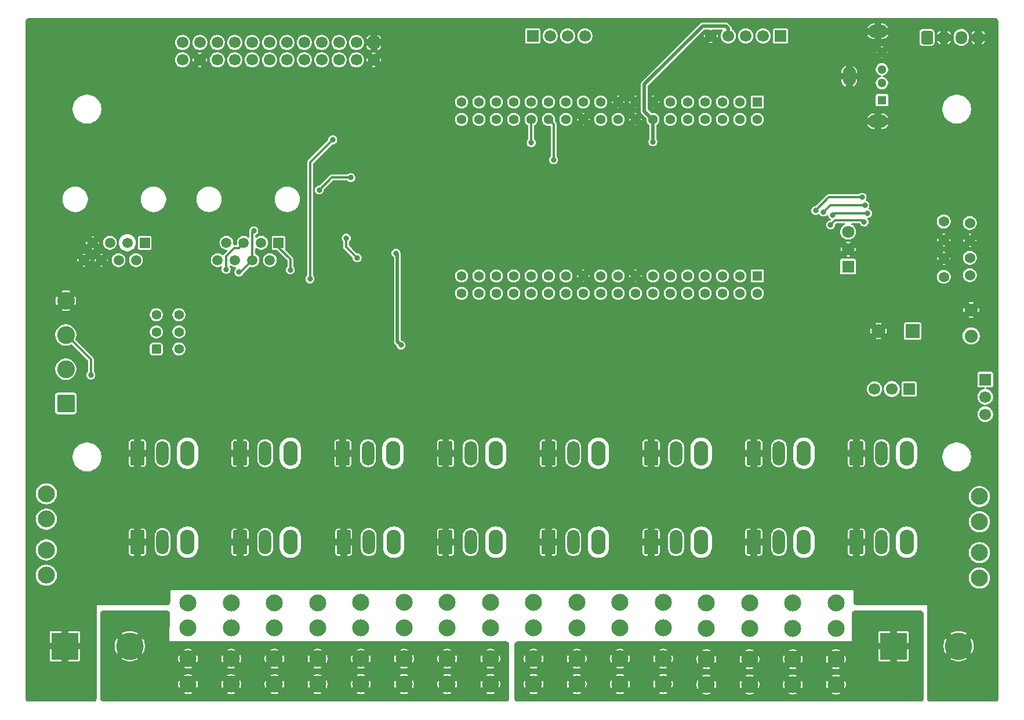
<source format=gbr>
%TF.GenerationSoftware,KiCad,Pcbnew,9.0.6*%
%TF.CreationDate,2026-02-10T09:49:35-05:00*%
%TF.ProjectId,PB_16,50425f31-362e-46b6-9963-61645f706362,v2.3*%
%TF.SameCoordinates,Original*%
%TF.FileFunction,Copper,L2,Bot*%
%TF.FilePolarity,Positive*%
%FSLAX46Y46*%
G04 Gerber Fmt 4.6, Leading zero omitted, Abs format (unit mm)*
G04 Created by KiCad (PCBNEW 9.0.6) date 2026-02-10 09:49:35*
%MOMM*%
%LPD*%
G01*
G04 APERTURE LIST*
G04 Aperture macros list*
%AMRoundRect*
0 Rectangle with rounded corners*
0 $1 Rounding radius*
0 $2 $3 $4 $5 $6 $7 $8 $9 X,Y pos of 4 corners*
0 Add a 4 corners polygon primitive as box body*
4,1,4,$2,$3,$4,$5,$6,$7,$8,$9,$2,$3,0*
0 Add four circle primitives for the rounded corners*
1,1,$1+$1,$2,$3*
1,1,$1+$1,$4,$5*
1,1,$1+$1,$6,$7*
1,1,$1+$1,$8,$9*
0 Add four rect primitives between the rounded corners*
20,1,$1+$1,$2,$3,$4,$5,0*
20,1,$1+$1,$4,$5,$6,$7,0*
20,1,$1+$1,$6,$7,$8,$9,0*
20,1,$1+$1,$8,$9,$2,$3,0*%
G04 Aperture macros list end*
%TA.AperFunction,ComponentPad*%
%ADD10C,2.475000*%
%TD*%
%TA.AperFunction,ComponentPad*%
%ADD11RoundRect,0.291667X-0.758333X-1.508333X0.758333X-1.508333X0.758333X1.508333X-0.758333X1.508333X0*%
%TD*%
%TA.AperFunction,ComponentPad*%
%ADD12O,1.800000X3.600000*%
%TD*%
%TA.AperFunction,ComponentPad*%
%ADD13O,2.100000X3.600000*%
%TD*%
%TA.AperFunction,ComponentPad*%
%ADD14R,1.700000X1.700000*%
%TD*%
%TA.AperFunction,ComponentPad*%
%ADD15C,1.700000*%
%TD*%
%TA.AperFunction,ComponentPad*%
%ADD16R,1.300000X1.300000*%
%TD*%
%TA.AperFunction,ComponentPad*%
%ADD17C,1.300000*%
%TD*%
%TA.AperFunction,ComponentPad*%
%ADD18O,2.900000X1.900000*%
%TD*%
%TA.AperFunction,ComponentPad*%
%ADD19O,1.900000X2.900000*%
%TD*%
%TA.AperFunction,ComponentPad*%
%ADD20R,2.000000X2.000000*%
%TD*%
%TA.AperFunction,ComponentPad*%
%ADD21C,2.000000*%
%TD*%
%TA.AperFunction,ComponentPad*%
%ADD22R,1.800000X1.800000*%
%TD*%
%TA.AperFunction,ComponentPad*%
%ADD23C,1.800000*%
%TD*%
%TA.AperFunction,ComponentPad*%
%ADD24C,1.524000*%
%TD*%
%TA.AperFunction,ComponentPad*%
%ADD25RoundRect,0.250000X1.050000X-1.050000X1.050000X1.050000X-1.050000X1.050000X-1.050000X-1.050000X0*%
%TD*%
%TA.AperFunction,ComponentPad*%
%ADD26C,2.600000*%
%TD*%
%TA.AperFunction,ComponentPad*%
%ADD27R,1.408000X1.408000*%
%TD*%
%TA.AperFunction,ComponentPad*%
%ADD28C,1.408000*%
%TD*%
%TA.AperFunction,ComponentPad*%
%ADD29RoundRect,0.250000X-0.600000X0.600000X-0.600000X-0.600000X0.600000X-0.600000X0.600000X0.600000X0*%
%TD*%
%TA.AperFunction,ComponentPad*%
%ADD30R,1.500000X1.500000*%
%TD*%
%TA.AperFunction,ComponentPad*%
%ADD31C,1.500000*%
%TD*%
%TA.AperFunction,ComponentPad*%
%ADD32R,4.000000X4.000000*%
%TD*%
%TA.AperFunction,ComponentPad*%
%ADD33C,4.000000*%
%TD*%
%TA.AperFunction,ComponentPad*%
%ADD34C,1.904000*%
%TD*%
%TA.AperFunction,ComponentPad*%
%ADD35RoundRect,0.250000X0.450000X-0.450000X0.450000X0.450000X-0.450000X0.450000X-0.450000X-0.450000X0*%
%TD*%
%TA.AperFunction,ComponentPad*%
%ADD36C,1.400000*%
%TD*%
%TA.AperFunction,ComponentPad*%
%ADD37RoundRect,0.250000X-0.600000X-0.725000X0.600000X-0.725000X0.600000X0.725000X-0.600000X0.725000X0*%
%TD*%
%TA.AperFunction,ComponentPad*%
%ADD38O,1.700000X1.950000*%
%TD*%
%TA.AperFunction,ViaPad*%
%ADD39C,1.000000*%
%TD*%
%TA.AperFunction,ViaPad*%
%ADD40C,0.800000*%
%TD*%
%TA.AperFunction,Conductor*%
%ADD41C,0.500000*%
%TD*%
%TA.AperFunction,Conductor*%
%ADD42C,0.350000*%
%TD*%
G04 APERTURE END LIST*
D10*
%TO.P,F17,1_1,1*%
%TO.N,VIN1*%
X-125938400Y-4799100D03*
%TO.P,F17,1_2,1*%
X-125938400Y-1099100D03*
%TO.P,F17,2_1,2*%
%TO.N,V_DMX*%
X-125938400Y3400900D03*
%TO.P,F17,2_2,2*%
X-125938400Y7100900D03*
%TD*%
D11*
%TO.P,J2,1,Pin_1*%
%TO.N,GND*%
X-112634400Y28900D03*
D12*
%TO.P,J2,2,Pin_2*%
%TO.N,/Output 1-8/DOUT2*%
X-108974400Y28900D03*
D13*
%TO.P,J2,3,Pin_3*%
%TO.N,/Output 1-8/VOUT2*%
X-105314400Y28900D03*
%TD*%
D11*
%TO.P,J5,1,Pin_1*%
%TO.N,GND*%
X-82634400Y13028900D03*
D12*
%TO.P,J5,2,Pin_2*%
%TO.N,/Output 1-8/DOUT5*%
X-78974400Y13028900D03*
D13*
%TO.P,J5,3,Pin_3*%
%TO.N,/Output 1-8/VOUT5*%
X-75314400Y13028900D03*
%TD*%
D11*
%TO.P,J6,1,Pin_1*%
%TO.N,GND*%
X-82520058Y28900D03*
D12*
%TO.P,J6,2,Pin_2*%
%TO.N,/Output 1-8/DOUT6*%
X-78860058Y28900D03*
D13*
%TO.P,J6,3,Pin_3*%
%TO.N,/Output 1-8/VOUT6*%
X-75200058Y28900D03*
%TD*%
D11*
%TO.P,J7,1,Pin_1*%
%TO.N,GND*%
X-67634400Y13028900D03*
D12*
%TO.P,J7,2,Pin_2*%
%TO.N,/Output 1-8/DOUT7*%
X-63974400Y13028900D03*
D13*
%TO.P,J7,3,Pin_3*%
%TO.N,/Output 1-8/VOUT7*%
X-60314400Y13028900D03*
%TD*%
D11*
%TO.P,J8,1,Pin_1*%
%TO.N,GND*%
X-67634400Y28900D03*
D12*
%TO.P,J8,2,Pin_2*%
%TO.N,/Output 1-8/DOUT8*%
X-63974400Y28900D03*
D13*
%TO.P,J8,3,Pin_3*%
%TO.N,/Output 1-8/VOUT8*%
X-60314400Y28900D03*
%TD*%
D11*
%TO.P,J9,1,Pin_1*%
%TO.N,GND*%
X-52634400Y13028900D03*
D12*
%TO.P,J9,2,Pin_2*%
%TO.N,/Output 9-16/DOUT9*%
X-48974400Y13028900D03*
D13*
%TO.P,J9,3,Pin_3*%
%TO.N,/Output 9-16/VOUT9*%
X-45314400Y13028900D03*
%TD*%
D11*
%TO.P,J10,1,Pin_1*%
%TO.N,GND*%
X-52634400Y28900D03*
D12*
%TO.P,J10,2,Pin_2*%
%TO.N,/Output 9-16/DOUT10*%
X-48974400Y28900D03*
D13*
%TO.P,J10,3,Pin_3*%
%TO.N,/Output 9-16/VOUT10*%
X-45314400Y28900D03*
%TD*%
D11*
%TO.P,J11,1,Pin_1*%
%TO.N,GND*%
X-37634400Y13028900D03*
D12*
%TO.P,J11,2,Pin_2*%
%TO.N,/Output 9-16/DOUT11*%
X-33974400Y13028900D03*
D13*
%TO.P,J11,3,Pin_3*%
%TO.N,/Output 9-16/VOUT11*%
X-30314400Y13028900D03*
%TD*%
D11*
%TO.P,J12,1,Pin_1*%
%TO.N,GND*%
X-37634400Y28900D03*
D12*
%TO.P,J12,2,Pin_2*%
%TO.N,/Output 9-16/DOUT12*%
X-33974400Y28900D03*
D13*
%TO.P,J12,3,Pin_3*%
%TO.N,/Output 9-16/VOUT12*%
X-30314400Y28900D03*
%TD*%
D11*
%TO.P,J13,1,Pin_1*%
%TO.N,GND*%
X-22634400Y13028900D03*
D12*
%TO.P,J13,2,Pin_2*%
%TO.N,/Output 9-16/DOUT13*%
X-18974400Y13028900D03*
D13*
%TO.P,J13,3,Pin_3*%
%TO.N,/Output 9-16/VOUT13*%
X-15314400Y13028900D03*
%TD*%
D11*
%TO.P,J14,1,Pin_1*%
%TO.N,GND*%
X-22634400Y28900D03*
D12*
%TO.P,J14,2,Pin_2*%
%TO.N,/Output 9-16/DOUT14*%
X-18974400Y28900D03*
D13*
%TO.P,J14,3,Pin_3*%
%TO.N,/Output 9-16/VOUT14*%
X-15314400Y28900D03*
%TD*%
D11*
%TO.P,J15,1,Pin_1*%
%TO.N,GND*%
X-7634400Y13028900D03*
D12*
%TO.P,J15,2,Pin_2*%
%TO.N,/Output 9-16/DOUT15*%
X-3974400Y13028900D03*
D13*
%TO.P,J15,3,Pin_3*%
%TO.N,/Output 9-16/VOUT15*%
X-314400Y13028900D03*
%TD*%
D11*
%TO.P,J16,1,Pin_1*%
%TO.N,GND*%
X-7634400Y28900D03*
D12*
%TO.P,J16,2,Pin_2*%
%TO.N,/Output 9-16/DOUT16*%
X-3974400Y28900D03*
D13*
%TO.P,J16,3,Pin_3*%
%TO.N,/Output 9-16/VOUT16*%
X-314400Y28900D03*
%TD*%
D10*
%TO.P,F1,1_1,1*%
%TO.N,VIN1*%
X-105238400Y-20699100D03*
%TO.P,F1,1_2,1*%
X-105238400Y-16999100D03*
%TO.P,F1,2_1,2*%
%TO.N,/Output 1-8/VOUT1*%
X-105238400Y-12499100D03*
%TO.P,F1,2_2,2*%
X-105238400Y-8799100D03*
%TD*%
%TO.P,F7,1_1,1*%
%TO.N,VIN1*%
X-67398404Y-20695100D03*
%TO.P,F7,1_2,1*%
X-67398404Y-16995100D03*
%TO.P,F7,2_1,2*%
%TO.N,/Output 1-8/VOUT7*%
X-67398404Y-12495100D03*
%TO.P,F7,2_2,2*%
X-67398404Y-8795100D03*
%TD*%
%TO.P,F2,1_1,1*%
%TO.N,VIN1*%
X-98931734Y-20699100D03*
%TO.P,F2,1_2,1*%
X-98931734Y-16999100D03*
%TO.P,F2,2_1,2*%
%TO.N,/Output 1-8/VOUT2*%
X-98931734Y-12499100D03*
%TO.P,F2,2_2,2*%
X-98931734Y-8799100D03*
%TD*%
%TO.P,F6,1_1,1*%
%TO.N,VIN1*%
X-73705070Y-20695100D03*
%TO.P,F6,1_2,1*%
X-73705070Y-16995100D03*
%TO.P,F6,2_1,2*%
%TO.N,/Output 1-8/VOUT6*%
X-73705070Y-12495100D03*
%TO.P,F6,2_2,2*%
X-73705070Y-8795100D03*
%TD*%
%TO.P,F8,1_1,1*%
%TO.N,VIN1*%
X-61091738Y-20695100D03*
%TO.P,F8,1_2,1*%
X-61091738Y-16995100D03*
%TO.P,F8,2_1,2*%
%TO.N,/Output 1-8/VOUT8*%
X-61091738Y-12495100D03*
%TO.P,F8,2_2,2*%
X-61091738Y-8795100D03*
%TD*%
%TO.P,F9,1_1,1*%
%TO.N,VIN2*%
X-54785072Y-20695100D03*
%TO.P,F9,1_2,1*%
X-54785072Y-16995100D03*
%TO.P,F9,2_1,2*%
%TO.N,/Output 9-16/VOUT9*%
X-54785072Y-12495100D03*
%TO.P,F9,2_2,2*%
X-54785072Y-8795100D03*
%TD*%
%TO.P,F10,1_1,1*%
%TO.N,VIN2*%
X-48478406Y-20695100D03*
%TO.P,F10,1_2,1*%
X-48478406Y-16995100D03*
%TO.P,F10,2_1,2*%
%TO.N,/Output 9-16/VOUT10*%
X-48478406Y-12495100D03*
%TO.P,F10,2_2,2*%
X-48478406Y-8795100D03*
%TD*%
%TO.P,F5,1_1,1*%
%TO.N,VIN1*%
X-80011736Y-20695100D03*
%TO.P,F5,1_2,1*%
X-80011736Y-16995100D03*
%TO.P,F5,2_1,2*%
%TO.N,/Output 1-8/VOUT5*%
X-80011736Y-12495100D03*
%TO.P,F5,2_2,2*%
X-80011736Y-8795100D03*
%TD*%
%TO.P,F3,1_1,1*%
%TO.N,VIN1*%
X-92625068Y-20700100D03*
%TO.P,F3,1_2,1*%
X-92625068Y-17000100D03*
%TO.P,F3,2_1,2*%
%TO.N,/Output 1-8/VOUT3*%
X-92625068Y-12500100D03*
%TO.P,F3,2_2,2*%
X-92625068Y-8800100D03*
%TD*%
%TO.P,F11,1_1,1*%
%TO.N,VIN2*%
X-42171740Y-20695100D03*
%TO.P,F11,1_2,1*%
X-42171740Y-16995100D03*
%TO.P,F11,2_1,2*%
%TO.N,/Output 9-16/VOUT11*%
X-42171740Y-12495100D03*
%TO.P,F11,2_2,2*%
X-42171740Y-8795100D03*
%TD*%
%TO.P,F4,1_1,1*%
%TO.N,VIN1*%
X-86318402Y-20700100D03*
%TO.P,F4,1_2,1*%
X-86318402Y-17000100D03*
%TO.P,F4,2_1,2*%
%TO.N,/Output 1-8/VOUT4*%
X-86318402Y-12500100D03*
%TO.P,F4,2_2,2*%
X-86318402Y-8800100D03*
%TD*%
D11*
%TO.P,J1,1,Pin_1*%
%TO.N,GND*%
X-112634400Y13028900D03*
D12*
%TO.P,J1,2,Pin_2*%
%TO.N,/Output 1-8/DOUT1*%
X-108974400Y13028900D03*
D13*
%TO.P,J1,3,Pin_3*%
%TO.N,/Output 1-8/VOUT1*%
X-105314400Y13028900D03*
%TD*%
D11*
%TO.P,J3,1,Pin_1*%
%TO.N,GND*%
X-97634400Y13028900D03*
D12*
%TO.P,J3,2,Pin_2*%
%TO.N,/Output 1-8/DOUT3*%
X-93974400Y13028900D03*
D13*
%TO.P,J3,3,Pin_3*%
%TO.N,/Output 1-8/VOUT3*%
X-90314400Y13028900D03*
%TD*%
D11*
%TO.P,J4,1,Pin_1*%
%TO.N,GND*%
X-97634400Y28900D03*
D12*
%TO.P,J4,2,Pin_2*%
%TO.N,/Output 1-8/DOUT4*%
X-93974400Y28900D03*
D13*
%TO.P,J4,3,Pin_3*%
%TO.N,/Output 1-8/VOUT4*%
X-90314400Y28900D03*
%TD*%
D10*
%TO.P,F12,1_1,1*%
%TO.N,VIN2*%
X-35865074Y-20691300D03*
%TO.P,F12,1_2,1*%
X-35865074Y-16991300D03*
%TO.P,F12,2_1,2*%
%TO.N,/Output 9-16/VOUT12*%
X-35865074Y-12491300D03*
%TO.P,F12,2_2,2*%
X-35865074Y-8791300D03*
%TD*%
D14*
%TO.P,J23,1,Pin_1*%
%TO.N,Net-(J23-Pin_1)*%
X61600Y22400900D03*
D15*
%TO.P,J23,2,Pin_2*%
%TO.N,VCC*%
X-2478400Y22400900D03*
%TO.P,J23,3,Pin_3*%
%TO.N,+5V*%
X-5018400Y22400900D03*
%TD*%
D10*
%TO.P,F18,1_1,1*%
%TO.N,VIN2*%
X10308800Y-5199100D03*
%TO.P,F18,1_2,1*%
X10308800Y-1499100D03*
%TO.P,F18,2_1,2*%
%TO.N,/VIN_Fuse*%
X10308800Y3000900D03*
%TO.P,F18,2_2,2*%
X10308800Y6700900D03*
%TD*%
D14*
%TO.P,J29,1,Pin_1*%
%TO.N,/VIN*%
X11161600Y23790500D03*
D15*
%TO.P,J29,2,Pin_2*%
X11161600Y21250500D03*
%TO.P,J29,3,Pin_3*%
%TO.N,/VIN_Fuse*%
X11161600Y18710500D03*
%TD*%
D16*
%TO.P,J19,1,VBUS*%
%TO.N,/USB/V_USB_FB*%
X-3914600Y64582780D03*
D17*
%TO.P,J19,2,D-*%
%TO.N,USB_D-*%
X-3914600Y67082780D03*
%TO.P,J19,3,D+*%
%TO.N,USB_D+*%
X-3914600Y69082780D03*
%TO.P,J19,4,GND*%
%TO.N,GND*%
X-3914600Y71582780D03*
D18*
%TO.P,J19,5,Shield*%
X-4514600Y61512780D03*
D19*
X-8694600Y68082780D03*
D18*
X-4514600Y74652780D03*
%TD*%
D20*
%TO.P,C1,1*%
%TO.N,Net-(J23-Pin_1)*%
X561600Y30867700D03*
D21*
%TO.P,C1,2*%
%TO.N,GND*%
X-4438400Y30867700D03*
%TD*%
D22*
%TO.P,U1,1,IN*%
%TO.N,Net-(J23-Pin_1)*%
X-8860400Y40285900D03*
D23*
%TO.P,U1,2,GND*%
%TO.N,GND*%
X-8860400Y42825900D03*
%TO.P,U1,3,OUT*%
%TO.N,+5V*%
X-8860400Y45365900D03*
D24*
%TO.P,U1,4,OUT*%
X8919600Y46635900D03*
%TO.P,U1,5,GND*%
%TO.N,GND*%
X8919600Y44095900D03*
%TO.P,U1,6,IN*%
%TO.N,Net-(J23-Pin_1)*%
X8919600Y41555900D03*
%TO.P,U1,7,EN*%
%TO.N,unconnected-(U1-EN-Pad7)*%
X8919600Y39015900D03*
%TO.P,U1,8,OUT*%
%TO.N,+5V*%
X5109600Y46867840D03*
%TO.P,U1,9,GND*%
%TO.N,GND*%
X5109600Y44172900D03*
%TO.P,U1,10,GND*%
X5109600Y41478900D03*
%TO.P,U1,11,IN*%
%TO.N,Net-(J23-Pin_1)*%
X5109600Y38783960D03*
%TD*%
D25*
%TO.P,J22,1,Pin_1*%
%TO.N,V_DMX*%
X-123088400Y20300900D03*
D26*
%TO.P,J22,2,Pin_2*%
%TO.N,/Serial/DMX2+*%
X-123088400Y25300900D03*
%TO.P,J22,3,Pin_3*%
%TO.N,/Serial/DMX2-*%
X-123088400Y30300900D03*
%TO.P,J22,4,Pin_4*%
%TO.N,GND*%
X-123088400Y35300900D03*
%TD*%
D27*
%TO.P,U3,P1_1,SYS_VIN*%
%TO.N,+5V*%
X-22116840Y64328900D03*
D28*
%TO.P,U3,P1_2,AIN6/GPIO87*%
%TO.N,GPIO1*%
X-22116840Y61788900D03*
%TO.P,U3,P1_3,USB1_DRVVBUS*%
%TO.N,USB_DVBUS*%
X-24656840Y64328900D03*
%TO.P,U3,P1_4,GPIO_89*%
%TO.N,GPIO2*%
X-24656840Y61788900D03*
%TO.P,U3,P1_5,USB1_VBUS*%
%TO.N,V_USB*%
X-27196840Y64328900D03*
%TO.P,U3,P1_6,SPI0_CS*%
%TO.N,BTN1*%
X-27196840Y61788900D03*
%TO.P,U3,P1_7,USB1_VIN*%
%TO.N,V_USB*%
X-29736840Y64328900D03*
%TO.P,U3,P1_8,SPI0_CLK*%
%TO.N,BTN2*%
X-29736840Y61788900D03*
%TO.P,U3,P1_9,USB1_DN*%
%TO.N,USB_D-*%
X-32276840Y64328900D03*
%TO.P,U3,P1_10,SPI0_MISO*%
%TO.N,TXD2*%
X-32276840Y61788900D03*
%TO.P,U3,P1_11,USB1_DP*%
%TO.N,USB_D+*%
X-34816840Y64328900D03*
%TO.P,U3,P1_12,SPI0_MOSI*%
%TO.N,OUT30*%
X-34816840Y61788900D03*
%TO.P,U3,P1_13,USB1_ID*%
%TO.N,GND*%
X-37356840Y64328900D03*
%TO.P,U3,P1_14,SYS_3.3V*%
%TO.N,+3V3*%
X-37356840Y61788900D03*
%TO.P,U3,P1_15,USB1_GND*%
%TO.N,GND*%
X-39896840Y64328900D03*
%TO.P,U3,P1_16,SYS_GND*%
X-39896840Y61788900D03*
%TO.P,U3,P1_17,AIN1.8V_REF-*%
X-42436840Y64328900D03*
%TO.P,U3,P1_18,AIN1.8V_REF+*%
%TO.N,unconnected-(U3A-AIN1.8V_REF+-PadP1_18)*%
X-42436840Y61788900D03*
%TO.P,U3,P1_19,AIN0(1.8V)*%
%TO.N,unconnected-(U3A-AIN0(1.8V)-PadP1_19)*%
X-44976840Y64328900D03*
%TO.P,U3,P1_20,GPIO_20*%
%TO.N,OUT29*%
X-44976840Y61788900D03*
%TO.P,U3,P1_21,AIN1(1.8V)*%
%TO.N,unconnected-(U3A-AIN1(1.8V)-PadP1_21)*%
X-47516840Y64328900D03*
%TO.P,U3,P1_22,SYS_GND*%
%TO.N,GND*%
X-47516840Y61788900D03*
%TO.P,U3,P1_23,AIN2(1.8V)*%
%TO.N,unconnected-(U3A-AIN2(1.8V)-PadP1_23)*%
X-50056840Y64328900D03*
%TO.P,U3,P1_24,SYS_VOUT*%
%TO.N,unconnected-(U3A-SYS_VOUT-PadP1_24)*%
X-50056840Y61788900D03*
%TO.P,U3,P1_25,AIN3(1.8V)*%
%TO.N,unconnected-(U3A-AIN3(1.8V)-PadP1_25)*%
X-52596840Y64328900D03*
%TO.P,U3,P1_26,I2C2_SDA*%
%TO.N,I2C_SDA*%
X-52596840Y61788900D03*
%TO.P,U3,P1_27,AIN4(1.8V)*%
%TO.N,unconnected-(U3A-AIN4(1.8V)-PadP1_27)*%
X-55136840Y64328900D03*
%TO.P,U3,P1_28,I2C2_SCL*%
%TO.N,I2C_SCL*%
X-55136840Y61788900D03*
%TO.P,U3,P1_29,PRU0_7*%
%TO.N,OUT21*%
X-57676840Y64328900D03*
%TO.P,U3,P1_30,UART0_TX*%
%TO.N,OUT28*%
X-57676840Y61788900D03*
%TO.P,U3,P1_31,PRU0_4*%
%TO.N,OUT22*%
X-60216840Y64328900D03*
%TO.P,U3,P1_32,UART0_RX*%
%TO.N,OUT27*%
X-60216840Y61788900D03*
%TO.P,U3,P1_33,PRU0_1*%
%TO.N,OUT23*%
X-62756840Y64328900D03*
%TO.P,U3,P1_34,GPIO_26*%
%TO.N,OUT25*%
X-62756840Y61788900D03*
%TO.P,U3,P1_35,PRU1_10*%
%TO.N,OUT24*%
X-65296840Y64328900D03*
%TO.P,U3,P1_36,PWM0_A*%
%TO.N,OUT26*%
X-65296840Y61788900D03*
D27*
%TO.P,U3,P2_1,PWM1_A*%
%TO.N,DATA16*%
X-22116840Y38928900D03*
D28*
%TO.P,U3,P2_2,GPIO_59*%
%TO.N,DATA15*%
X-22116840Y36388900D03*
%TO.P,U3,P2_3,GPIO_23*%
%TO.N,DATA14*%
X-24656840Y38928900D03*
%TO.P,U3,P2_4,GPIO_58*%
%TO.N,DATA13*%
X-24656840Y36388900D03*
%TO.P,U3,P2_5,UART4_RX*%
%TO.N,DATA11*%
X-27196840Y38928900D03*
%TO.P,U3,P2_6,GPIO_57*%
%TO.N,DATA12*%
X-27196840Y36388900D03*
%TO.P,U3,P2_7,UART4_TX*%
%TO.N,DATA9*%
X-29736840Y38928900D03*
%TO.P,U3,P2_8,GPIO_60*%
%TO.N,DATA10*%
X-29736840Y36388900D03*
%TO.P,U3,P2_9,I2C1_SCL*%
%TO.N,TXD1*%
X-32276840Y38928900D03*
%TO.P,U3,P2_10,GPIO_52*%
%TO.N,OUT31*%
X-32276840Y36388900D03*
%TO.P,U3,P2_11,I2C1_SDA*%
%TO.N,OUT32*%
X-34816840Y38928900D03*
%TO.P,U3,P2_12,SYS_PWRBTN*%
%TO.N,unconnected-(U3B-SYS_PWRBTN-PadP2_12)*%
X-34816840Y36388900D03*
%TO.P,U3,P2_13,SYS_VOUT*%
%TO.N,unconnected-(U3A-SYS_VOUT-PadP2_13)*%
X-37356840Y38928900D03*
%TO.P,U3,P2_14,BAT_VIN*%
%TO.N,unconnected-(U3B-BAT_VIN-PadP2_14)*%
X-37356840Y36388900D03*
%TO.P,U3,P2_15,SYS_GND*%
%TO.N,GND*%
X-39896840Y38928900D03*
%TO.P,U3,P2_16,BAT_TEMP*%
%TO.N,unconnected-(U3B-BAT_TEMP-PadP2_16)*%
X-39896840Y36388900D03*
%TO.P,U3,P2_17,GPIO_65*%
%TO.N,OUT33*%
X-42436840Y38928900D03*
%TO.P,U3,P2_18,GPIO_47*%
%TO.N,DATA8*%
X-42436840Y36388900D03*
%TO.P,U3,P2_19,GPIO_27*%
%TO.N,OUT34*%
X-44976840Y38928900D03*
%TO.P,U3,P2_20,GPIO_64*%
%TO.N,DATA7*%
X-44976840Y36388900D03*
%TO.P,U3,P2_21,SYS_GND*%
%TO.N,GND*%
X-47516840Y38928900D03*
%TO.P,U3,P2_22,GPIO_46*%
%TO.N,DATA6*%
X-47516840Y36388900D03*
%TO.P,U3,P2_23,SYS_3.3V*%
%TO.N,unconnected-(U3A-SYS_3.3V-PadP2_23)*%
X-50056840Y38928900D03*
%TO.P,U3,P2_24,GPIO_48*%
%TO.N,DATA5*%
X-50056840Y36388900D03*
%TO.P,U3,P2_25,SPI1_MOSI*%
%TO.N,OUT35*%
X-52596840Y38928900D03*
%TO.P,U3,P2_26,SYS_NRST*%
%TO.N,unconnected-(U3B-SYS_NRST-PadP2_26)*%
X-52596840Y36388900D03*
%TO.P,U3,P2_27,SPI1_MISO*%
%TO.N,OUT36*%
X-55136840Y38928900D03*
%TO.P,U3,P2_28,PRU0_6*%
%TO.N,DATA4*%
X-55136840Y36388900D03*
%TO.P,U3,P2_29,SPI1_CLK*%
%TO.N,OUT19*%
X-57676840Y38928900D03*
%TO.P,U3,P2_30,PRU0_3*%
%TO.N,DATA3*%
X-57676840Y36388900D03*
%TO.P,U3,P2_31,SPI1_CS*%
%TO.N,OUT20*%
X-60216840Y38928900D03*
%TO.P,U3,P2_32,PRU0_2*%
%TO.N,DATA2*%
X-60216840Y36388900D03*
%TO.P,U3,P2_33,GPIO_45*%
%TO.N,OUT17*%
X-62756840Y38928900D03*
%TO.P,U3,P2_34,PRU0_5*%
%TO.N,DATA1*%
X-62756840Y36388900D03*
%TO.P,U3,P2_35,AIN5/GPIO86*%
%TO.N,OUT18*%
X-65296840Y38928900D03*
%TO.P,U3,P2_36,AIN7(1.8V)*%
%TO.N,unconnected-(U3B-AIN7(1.8V)-PadP2_36)*%
X-65296840Y36388900D03*
%TD*%
D29*
%TO.P,J24,1,Pin_1*%
%TO.N,GND*%
X-78118400Y73000900D03*
D15*
%TO.P,J24,2,Pin_2*%
X-78118400Y70460900D03*
%TO.P,J24,3,Pin_3*%
%TO.N,+5V*%
X-80658400Y73000900D03*
%TO.P,J24,4,Pin_4*%
X-80658400Y70460900D03*
%TO.P,J24,5,Pin_5*%
%TO.N,OUT21*%
X-83198400Y73000900D03*
%TO.P,J24,6,Pin_6*%
%TO.N,OUT22*%
X-83198400Y70460900D03*
%TO.P,J24,7,Pin_7*%
%TO.N,OUT23*%
X-85738400Y73000900D03*
%TO.P,J24,8,Pin_8*%
%TO.N,OUT24*%
X-85738400Y70460900D03*
%TO.P,J24,9,Pin_9*%
%TO.N,OUT25*%
X-88278400Y73000900D03*
%TO.P,J24,10,Pin_10*%
%TO.N,OUT26*%
X-88278400Y70460900D03*
%TO.P,J24,11,Pin_11*%
%TO.N,OUT27*%
X-90818400Y73000900D03*
%TO.P,J24,12,Pin_12*%
%TO.N,OUT28*%
X-90818400Y70460900D03*
%TO.P,J24,13,Pin_13*%
%TO.N,OUT29*%
X-93358400Y73000900D03*
%TO.P,J24,14,Pin_14*%
%TO.N,OUT30*%
X-93358400Y70460900D03*
%TO.P,J24,15,Pin_15*%
%TO.N,OUT31*%
X-95898400Y73000900D03*
%TO.P,J24,16,Pin_16*%
%TO.N,OUT32*%
X-95898400Y70460900D03*
%TO.P,J24,17,Pin_17*%
%TO.N,OUT33*%
X-98438400Y73000900D03*
%TO.P,J24,18,Pin_18*%
%TO.N,OUT34*%
X-98438400Y70460900D03*
%TO.P,J24,19,Pin_19*%
%TO.N,OUT35*%
X-100978400Y73000900D03*
%TO.P,J24,20,Pin_20*%
%TO.N,OUT36*%
X-100978400Y70460900D03*
%TO.P,J24,21,Pin_21*%
%TO.N,unconnected-(J24-Pin_21-Pad21)*%
X-103518400Y73000900D03*
%TO.P,J24,22,Pin_22*%
%TO.N,GND*%
X-103518400Y70460900D03*
%TO.P,J24,23,Pin_23*%
%TO.N,unconnected-(J24-Pin_23-Pad23)*%
X-106058400Y73000900D03*
%TO.P,J24,24,Pin_24*%
%TO.N,unconnected-(J24-Pin_24-Pad24)*%
X-106058400Y70460900D03*
%TD*%
D14*
%TO.P,J25,1,Pin_1*%
%TO.N,unconnected-(J25-Pin_1-Pad1)*%
X-18729520Y73977660D03*
D15*
%TO.P,J25,2,Pin_2*%
%TO.N,I2C_SCL*%
X-21269520Y73977660D03*
%TO.P,J25,3,Pin_3*%
%TO.N,I2C_SDA*%
X-23809520Y73977660D03*
%TO.P,J25,4,Pin_4*%
%TO.N,+3V3*%
X-26349520Y73977660D03*
%TO.P,J25,5,Pin_5*%
%TO.N,GND*%
X-28889520Y73977660D03*
%TD*%
D14*
%TO.P,J26,1,Pin_1*%
%TO.N,I2C_SDA*%
X-54919520Y73977660D03*
D15*
%TO.P,J26,2,Pin_2*%
%TO.N,I2C_SCL*%
X-52379520Y73977660D03*
%TO.P,J26,3,Pin_3*%
%TO.N,/OLED_Pin_3*%
X-49839520Y73977660D03*
%TO.P,J26,4,Pin_4*%
%TO.N,/OLED_Pin_4*%
X-47299520Y73977660D03*
%TD*%
D30*
%TO.P,J20,1*%
%TO.N,Net-(SW4A-C)*%
X-111560400Y43759980D03*
D31*
%TO.P,J20,2*%
%TO.N,Net-(SW4B-C)*%
X-112830400Y41219980D03*
%TO.P,J20,3*%
%TO.N,/Serial/9V*%
X-114100400Y43759980D03*
%TO.P,J20,4*%
%TO.N,Net-(SW4A-A)*%
X-115370400Y41219980D03*
%TO.P,J20,5*%
%TO.N,Net-(SW4B-A)*%
X-116640400Y43759980D03*
%TO.P,J20,6*%
%TO.N,GND*%
X-117910400Y41219980D03*
%TO.P,J20,7*%
X-119180400Y43759980D03*
%TO.P,J20,8*%
X-120450400Y41219980D03*
%TD*%
D30*
%TO.P,J21,1*%
%TO.N,OUT17+*%
X-92022800Y43759980D03*
D31*
%TO.P,J21,2*%
%TO.N,OUT17-*%
X-93292800Y41219980D03*
%TO.P,J21,3*%
%TO.N,OUT18+*%
X-94562800Y43759980D03*
%TO.P,J21,4*%
%TO.N,OUT19-*%
X-95832800Y41219980D03*
%TO.P,J21,5*%
%TO.N,OUT19+*%
X-97102800Y43759980D03*
%TO.P,J21,6*%
%TO.N,OUT18-*%
X-98372800Y41219980D03*
%TO.P,J21,7*%
%TO.N,OUT20+*%
X-99642800Y43759980D03*
%TO.P,J21,8*%
%TO.N,OUT20-*%
X-100912800Y41219980D03*
%TD*%
D32*
%TO.P,J18,1,Pin_1*%
%TO.N,VIN2*%
X-2238400Y-15149100D03*
D33*
%TO.P,J18,2,Pin_2*%
%TO.N,GND*%
X7261600Y-15149100D03*
%TD*%
D10*
%TO.P,F13,1_1,1*%
%TO.N,VIN2*%
X-29558408Y-20760100D03*
%TO.P,F13,1_2,1*%
X-29558408Y-17060100D03*
%TO.P,F13,2_1,2*%
%TO.N,/Output 9-16/VOUT13*%
X-29558408Y-12560100D03*
%TO.P,F13,2_2,2*%
X-29558408Y-8860100D03*
%TD*%
%TO.P,F14,1_1,1*%
%TO.N,VIN2*%
X-23251742Y-20760100D03*
%TO.P,F14,1_2,1*%
X-23251742Y-17060100D03*
%TO.P,F14,2_1,2*%
%TO.N,/Output 9-16/VOUT14*%
X-23251742Y-12560100D03*
%TO.P,F14,2_2,2*%
X-23251742Y-8860100D03*
%TD*%
%TO.P,F15,1_1,1*%
%TO.N,VIN2*%
X-16945076Y-20760100D03*
%TO.P,F15,1_2,1*%
X-16945076Y-17060100D03*
%TO.P,F15,2_1,2*%
%TO.N,/Output 9-16/VOUT15*%
X-16945076Y-12560100D03*
%TO.P,F15,2_2,2*%
X-16945076Y-8860100D03*
%TD*%
%TO.P,F16,1_1,1*%
%TO.N,VIN2*%
X-10638400Y-20760100D03*
%TO.P,F16,1_2,1*%
X-10638400Y-17060100D03*
%TO.P,F16,2_1,2*%
%TO.N,/Output 9-16/VOUT16*%
X-10638400Y-12560100D03*
%TO.P,F16,2_2,2*%
X-10638400Y-8860100D03*
%TD*%
D32*
%TO.P,J17,1,Pin_1*%
%TO.N,GND*%
X-123238400Y-15149100D03*
D33*
%TO.P,J17,2,Pin_2*%
%TO.N,VIN1*%
X-113738400Y-15149100D03*
%TD*%
D34*
%TO.P,J28,1,Pin_1*%
%TO.N,/VIN*%
X9112059Y30145340D03*
%TO.P,J28,2,Pin_2*%
%TO.N,GND*%
X9112059Y33955340D03*
%TD*%
D35*
%TO.P,SW4,1,A*%
%TO.N,Net-(SW4A-A)*%
X-109868400Y28240900D03*
D36*
%TO.P,SW4,2,B*%
%TO.N,/Serial/DMX1+*%
X-109868400Y30740900D03*
%TO.P,SW4,3,C*%
%TO.N,Net-(SW4A-C)*%
X-109868400Y33240900D03*
%TO.P,SW4,4,A*%
%TO.N,Net-(SW4B-A)*%
X-106568400Y28240900D03*
%TO.P,SW4,5,B*%
%TO.N,/Serial/DMX1-*%
X-106568400Y30740900D03*
%TO.P,SW4,6,C*%
%TO.N,Net-(SW4B-C)*%
X-106568400Y33240900D03*
%TD*%
D37*
%TO.P,J27,1,Pin_1*%
%TO.N,GPIO1*%
X2643080Y73742140D03*
D38*
%TO.P,J27,2,Pin_2*%
%TO.N,GND*%
X5143080Y73742140D03*
%TO.P,J27,3,Pin_3*%
%TO.N,GPIO2*%
X7643080Y73742140D03*
%TO.P,J27,4,Pin_4*%
%TO.N,GND*%
X10143080Y73742140D03*
%TD*%
D39*
%TO.N,GND*%
X-43118400Y72700900D03*
D40*
X-19818400Y25700900D03*
X-9714600Y56332780D03*
X-43896160Y57364420D03*
D39*
X-13518400Y31600900D03*
D40*
X221600Y69900900D03*
X-76818400Y27125900D03*
X-83286800Y27075500D03*
X-119038400Y4450900D03*
X-102598399Y26990901D03*
X-14440960Y53610100D03*
X-120838400Y5900900D03*
D39*
X-13993400Y39400900D03*
D40*
X-23718400Y27100900D03*
X11681600Y38350900D03*
X5191600Y49310900D03*
X-78218400Y25800900D03*
X-93918400Y30900900D03*
D39*
X-16818400Y35400900D03*
D40*
X-101118400Y28400900D03*
X-15118400Y52100900D03*
X-43418400Y55450900D03*
X-88018400Y32700900D03*
X-80938400Y46550900D03*
X-15365520Y64090140D03*
X-93918400Y29400900D03*
X-42068400Y54150900D03*
X10181600Y57400900D03*
X-17638400Y33550900D03*
X-9614600Y57532780D03*
D39*
X-15993400Y40625900D03*
D40*
X-81948400Y47890900D03*
D39*
X-16718400Y31700900D03*
D40*
X-85938400Y42750900D03*
X3331600Y26100900D03*
X-50418400Y57300900D03*
D39*
X-14938400Y31650900D03*
D40*
X-77088400Y46650900D03*
X-29831019Y30813519D03*
X-88018400Y31200900D03*
X-76618400Y48550900D03*
X-18318400Y27100900D03*
X2031600Y24750900D03*
X-21418400Y30900900D03*
X-85848400Y47290900D03*
X-79718400Y31200900D03*
X-16660920Y62896340D03*
X1931600Y57405900D03*
X-82118400Y27100900D03*
D39*
X-14938400Y35450900D03*
D40*
X-24918400Y27100900D03*
D39*
X-13518400Y35400900D03*
D40*
X-46450040Y54250180D03*
X-46450040Y55600900D03*
X5203400Y5500900D03*
X10181600Y49500900D03*
%TO.N,+5V*%
X-74888400Y42250900D03*
X-74146000Y28803300D03*
%TO.N,VIN1*%
X-115838400Y-11449100D03*
X-112838400Y-11449100D03*
X-109838400Y-20449100D03*
X-115838400Y-20449100D03*
X-109838400Y-11449100D03*
X-112838400Y-20449100D03*
%TO.N,VIN2*%
X161600Y-11449100D03*
X-5838400Y-11449100D03*
X-5838400Y-20449100D03*
X-2838400Y-20449100D03*
X161600Y-20449100D03*
%TO.N,/Serial/DMX2-*%
X-119434400Y24450900D03*
%TO.N,TXD2*%
X-87438400Y38480900D03*
X-84118400Y58800900D03*
%TO.N,+3V3*%
X-37361920Y58502140D03*
%TO.N,I2C_SDA*%
X-51868400Y55875890D03*
%TO.N,I2C_SCL*%
X-55131758Y58390380D03*
%TO.N,OUT19*%
X-86088400Y51475900D03*
X-81478400Y53270900D03*
%TO.N,OUT18*%
X-80553400Y41565900D03*
X-82138400Y44450904D03*
%TO.N,GPIO2*%
X-6393400Y49275900D03*
X-12443400Y48250900D03*
%TO.N,GPIO1*%
X-6818400Y50400900D03*
X-13593400Y48475400D03*
%TO.N,BTN1*%
X-6018400Y48054014D03*
X-11118400Y47825900D03*
%TO.N,BTN2*%
X-6518400Y46800900D03*
X-11420596Y46378392D03*
%TO.N,OUT19+*%
X-99688400Y39875900D03*
%TO.N,OUT19-*%
X-95634485Y45496985D03*
X-97823400Y39495900D03*
%TO.N,OUT17+*%
X-90313400Y39800900D03*
%TD*%
D41*
%TO.N,+3V3*%
X-26349520Y75032020D02*
X-26349520Y73977660D01*
X-38618400Y66900900D02*
X-30118400Y75400900D01*
X-30118400Y75400900D02*
X-26718400Y75400900D01*
X-38618400Y63000900D02*
X-38618400Y66900900D01*
X-37406400Y61788900D02*
X-38618400Y63000900D01*
X-26718400Y75400900D02*
X-26349520Y75032020D01*
X-37356840Y61788900D02*
X-37406400Y61788900D01*
%TO.N,GND*%
X-43318400Y65210460D02*
X-42436840Y64328900D01*
X-43318400Y72500900D02*
X-43318400Y65210460D01*
X-43118400Y72700900D02*
X-43318400Y72500900D01*
%TO.N,+5V*%
X-74146000Y28803300D02*
X-74663400Y29320700D01*
X-74663400Y42025900D02*
X-74888400Y42250900D01*
X-74663400Y29320700D02*
X-74663400Y42025900D01*
D42*
%TO.N,/Serial/DMX2-*%
X-119434400Y26736900D02*
X-122998400Y30300900D01*
X-119434400Y24450900D02*
X-119434400Y26736900D01*
X-122998400Y30300900D02*
X-123088400Y30300900D01*
%TO.N,TXD2*%
X-87438400Y38480900D02*
X-87438400Y55480900D01*
X-87438400Y55480900D02*
X-84118400Y58800900D01*
D41*
%TO.N,+3V3*%
X-37361920Y61783820D02*
X-37356840Y61788900D01*
X-37361920Y58502140D02*
X-37361920Y61783820D01*
D42*
%TO.N,I2C_SDA*%
X-52596840Y61788900D02*
X-51868400Y61060460D01*
X-51868400Y61060460D02*
X-51868400Y55875890D01*
%TO.N,I2C_SCL*%
X-55136840Y61788900D02*
X-55136840Y58395462D01*
X-55136840Y58395462D02*
X-55131758Y58390380D01*
%TO.N,OUT19*%
X-84293400Y53270900D02*
X-81478400Y53270900D01*
X-86088400Y51475900D02*
X-84293400Y53270900D01*
%TO.N,OUT18*%
X-82138400Y44450904D02*
X-82138400Y43150900D01*
X-82138400Y43150900D02*
X-80553400Y41565900D01*
%TO.N,GPIO2*%
X-11418400Y49275900D02*
X-6393400Y49275900D01*
X-12443400Y48250900D02*
X-11418400Y49275900D01*
%TO.N,GPIO1*%
X-11667900Y50400900D02*
X-6818400Y50400900D01*
X-13593400Y48475400D02*
X-11667900Y50400900D01*
%TO.N,BTN1*%
X-10890286Y48054014D02*
X-6018400Y48054014D01*
X-11118400Y47825900D02*
X-10890286Y48054014D01*
%TO.N,BTN2*%
X-6768400Y47050900D02*
X-6518400Y46800900D01*
X-10748088Y47050900D02*
X-6768400Y47050900D01*
X-11420596Y46378392D02*
X-10748088Y47050900D01*
%TO.N,OUT19+*%
X-99688400Y41775900D02*
X-99688400Y39875900D01*
X-97102800Y43759980D02*
X-97852799Y43009981D01*
X-97852799Y43009981D02*
X-98454319Y43009981D01*
X-98454319Y43009981D02*
X-99688400Y41775900D01*
%TO.N,OUT19-*%
X-95832800Y41219980D02*
X-95832800Y45298670D01*
X-95832800Y45298670D02*
X-95634485Y45496985D01*
X-97556880Y39495900D02*
X-97823400Y39495900D01*
X-95832800Y41219980D02*
X-97556880Y39495900D01*
%TO.N,OUT17+*%
X-90313400Y39800900D02*
X-90313400Y41375900D01*
X-90313400Y41375900D02*
X-92022800Y43085300D01*
X-92022800Y43085300D02*
X-92022800Y43759980D01*
%TD*%
%TA.AperFunction,Conductor*%
%TO.N,GND*%
G36*
X12686729Y76580110D02*
G01*
X12691884Y76581040D01*
X12726635Y76572174D01*
X12763003Y76557115D01*
X12803137Y76540496D01*
X12831612Y76524062D01*
X12910499Y76463552D01*
X12933757Y76440302D01*
X12994295Y76361444D01*
X13010744Y76332971D01*
X13048815Y76241138D01*
X13057337Y76209376D01*
X13071438Y76102565D01*
X13072522Y76086124D01*
X13079393Y58611155D01*
X13086046Y41690053D01*
X13086100Y41554485D01*
X13086100Y-22903535D01*
X13084452Y-22911823D01*
X13085382Y-22916967D01*
X13076523Y-22951719D01*
X13049748Y-23016413D01*
X13033305Y-23044910D01*
X12972773Y-23123834D01*
X12949513Y-23147103D01*
X12870614Y-23207665D01*
X12842124Y-23224119D01*
X12842054Y-23224148D01*
X12777814Y-23250764D01*
X12729586Y-23260360D01*
X3043410Y-23260360D01*
X3035100Y-23258707D01*
X3029941Y-23259638D01*
X2995194Y-23250769D01*
X2930922Y-23224147D01*
X2902439Y-23207702D01*
X2891701Y-23199462D01*
X2823546Y-23147165D01*
X2800294Y-23123913D01*
X2739756Y-23045018D01*
X2723313Y-23016539D01*
X2685255Y-22924659D01*
X2676745Y-22892897D01*
X2662678Y-22786047D01*
X2661600Y-22769601D01*
X2661600Y-15004901D01*
X5061600Y-15004901D01*
X5061600Y-15293298D01*
X5099241Y-15579212D01*
X5173884Y-15857783D01*
X5284248Y-16124224D01*
X5284253Y-16124235D01*
X5392269Y-16311323D01*
X5392270Y-16311323D01*
X6421417Y-15282175D01*
X6444265Y-15397036D01*
X6508340Y-15551726D01*
X6601362Y-15690944D01*
X6719756Y-15809338D01*
X6858974Y-15902360D01*
X7013664Y-15966435D01*
X7128522Y-15989281D01*
X6099374Y-17018429D01*
X6099374Y-17018430D01*
X6286464Y-17126446D01*
X6286475Y-17126451D01*
X6552916Y-17236815D01*
X6831487Y-17311458D01*
X7117401Y-17349099D01*
X7117411Y-17349100D01*
X7405789Y-17349100D01*
X7405798Y-17349099D01*
X7691712Y-17311458D01*
X7970283Y-17236815D01*
X8236724Y-17126451D01*
X8236735Y-17126446D01*
X8423824Y-17018430D01*
X7394676Y-15989281D01*
X7509536Y-15966435D01*
X7664226Y-15902360D01*
X7803444Y-15809338D01*
X7921838Y-15690944D01*
X8014860Y-15551726D01*
X8078935Y-15397036D01*
X8101782Y-15282176D01*
X9130930Y-16311324D01*
X9238946Y-16124235D01*
X9238951Y-16124224D01*
X9349315Y-15857783D01*
X9423958Y-15579212D01*
X9461599Y-15293298D01*
X9461600Y-15293289D01*
X9461600Y-15004911D01*
X9461599Y-15004901D01*
X9423958Y-14718987D01*
X9349315Y-14440416D01*
X9238951Y-14173975D01*
X9238946Y-14173964D01*
X9130929Y-13986874D01*
X8101781Y-15016022D01*
X8078935Y-14901164D01*
X8014860Y-14746474D01*
X7921838Y-14607256D01*
X7803444Y-14488862D01*
X7664226Y-14395840D01*
X7509536Y-14331765D01*
X7394676Y-14308918D01*
X8423823Y-13279770D01*
X8423823Y-13279769D01*
X8236735Y-13171753D01*
X8236724Y-13171748D01*
X7970283Y-13061384D01*
X7691712Y-12986741D01*
X7405798Y-12949100D01*
X7117401Y-12949100D01*
X6831487Y-12986741D01*
X6552916Y-13061384D01*
X6286478Y-13171746D01*
X6286473Y-13171749D01*
X6099374Y-13279769D01*
X7128523Y-14308918D01*
X7013664Y-14331765D01*
X6858974Y-14395840D01*
X6719756Y-14488862D01*
X6601362Y-14607256D01*
X6508340Y-14746474D01*
X6444265Y-14901164D01*
X6421418Y-15016023D01*
X5392269Y-13986874D01*
X5284249Y-14173973D01*
X5284246Y-14173978D01*
X5173884Y-14440416D01*
X5099241Y-14718987D01*
X5061600Y-15004901D01*
X2661600Y-15004901D01*
X2661600Y-9199100D01*
X2153600Y-9199100D01*
X-7572141Y-9199100D01*
X-7588588Y-9198022D01*
X-7695435Y-9183955D01*
X-7727206Y-9175442D01*
X-7819077Y-9137388D01*
X-7847561Y-9120942D01*
X-7926454Y-9060405D01*
X-7949706Y-9037153D01*
X-8010244Y-8958258D01*
X-8026687Y-8929779D01*
X-8064745Y-8837899D01*
X-8073255Y-8806137D01*
X-8087322Y-8699287D01*
X-8088400Y-8682841D01*
X-8088400Y-6949100D01*
X-8596400Y-6949100D01*
X-107330400Y-6949100D01*
X-107838400Y-6949100D01*
X-107838400Y-8682841D01*
X-107839478Y-8699287D01*
X-107839478Y-8699288D01*
X-107853545Y-8806134D01*
X-107862058Y-8837905D01*
X-107900112Y-8929776D01*
X-107916559Y-8958262D01*
X-107977092Y-9037150D01*
X-108000350Y-9060408D01*
X-108079238Y-9120941D01*
X-108107724Y-9137388D01*
X-108199595Y-9175442D01*
X-108231366Y-9183955D01*
X-108338212Y-9198022D01*
X-108354659Y-9199100D01*
X-118588400Y-9199100D01*
X-118588400Y-22769601D01*
X-118589478Y-22786047D01*
X-118589478Y-22786048D01*
X-118603545Y-22892894D01*
X-118612058Y-22924665D01*
X-118650112Y-23016536D01*
X-118666559Y-23045022D01*
X-118727092Y-23123910D01*
X-118750351Y-23147169D01*
X-118829240Y-23207702D01*
X-118857724Y-23224147D01*
X-118921991Y-23250768D01*
X-118970210Y-23260360D01*
X-128606590Y-23260360D01*
X-128654807Y-23250769D01*
X-128719078Y-23224147D01*
X-128747561Y-23207702D01*
X-128758299Y-23199462D01*
X-128826454Y-23147165D01*
X-128849706Y-23123913D01*
X-128910244Y-23045018D01*
X-128926688Y-23016539D01*
X-128953310Y-22952265D01*
X-128962900Y-22904049D01*
X-128962900Y-13129398D01*
X-125438400Y-13129398D01*
X-125438400Y-14649100D01*
X-123926597Y-14649100D01*
X-123991660Y-14746474D01*
X-124055735Y-14901164D01*
X-124088400Y-15065382D01*
X-124088400Y-15232818D01*
X-124055735Y-15397036D01*
X-123991660Y-15551726D01*
X-123926597Y-15649100D01*
X-125438400Y-15649100D01*
X-125438400Y-17168801D01*
X-125426796Y-17227136D01*
X-125382593Y-17293292D01*
X-125316437Y-17337495D01*
X-125258102Y-17349099D01*
X-125258097Y-17349100D01*
X-123738400Y-17349100D01*
X-123738400Y-15837297D01*
X-123641026Y-15902360D01*
X-123486336Y-15966435D01*
X-123322118Y-15999100D01*
X-123154682Y-15999100D01*
X-122990464Y-15966435D01*
X-122835774Y-15902360D01*
X-122738400Y-15837297D01*
X-122738400Y-17349100D01*
X-121218703Y-17349100D01*
X-121218699Y-17349099D01*
X-121160364Y-17337495D01*
X-121094208Y-17293292D01*
X-121050005Y-17227136D01*
X-121038401Y-17168801D01*
X-121038400Y-17168796D01*
X-121038400Y-15649100D01*
X-122550203Y-15649100D01*
X-122485140Y-15551726D01*
X-122421065Y-15397036D01*
X-122388400Y-15232818D01*
X-122388400Y-15065382D01*
X-122421065Y-14901164D01*
X-122485140Y-14746474D01*
X-122550203Y-14649100D01*
X-121038400Y-14649100D01*
X-121038400Y-13129403D01*
X-121038401Y-13129398D01*
X-121050005Y-13071063D01*
X-121094208Y-13004907D01*
X-121160364Y-12960704D01*
X-121218699Y-12949100D01*
X-122738400Y-12949100D01*
X-122738400Y-14460902D01*
X-122835774Y-14395840D01*
X-122990464Y-14331765D01*
X-123154682Y-14299100D01*
X-123322118Y-14299100D01*
X-123486336Y-14331765D01*
X-123641026Y-14395840D01*
X-123738400Y-14460902D01*
X-123738400Y-12949100D01*
X-125258102Y-12949100D01*
X-125316437Y-12960704D01*
X-125382593Y-13004907D01*
X-125426796Y-13071063D01*
X-125438400Y-13129398D01*
X-128962900Y-13129398D01*
X-128962900Y-4678059D01*
X-127476400Y-4678059D01*
X-127476400Y-4920140D01*
X-127438529Y-5159253D01*
X-127386253Y-5320143D01*
X-127363721Y-5389487D01*
X-127253816Y-5605188D01*
X-127111521Y-5801040D01*
X-127111519Y-5801042D01*
X-127111517Y-5801045D01*
X-126940346Y-5972216D01*
X-126940343Y-5972218D01*
X-126940340Y-5972221D01*
X-126744488Y-6114516D01*
X-126528787Y-6224421D01*
X-126298549Y-6299230D01*
X-126059443Y-6337100D01*
X-126059441Y-6337100D01*
X-125817359Y-6337100D01*
X-125817357Y-6337100D01*
X-125578251Y-6299230D01*
X-125348013Y-6224421D01*
X-125132312Y-6114516D01*
X-124936460Y-5972221D01*
X-124765279Y-5801040D01*
X-124622984Y-5605188D01*
X-124513079Y-5389487D01*
X-124438270Y-5159249D01*
X-124425411Y-5078059D01*
X8770800Y-5078059D01*
X8770800Y-5320140D01*
X8808671Y-5559253D01*
X8823596Y-5605188D01*
X8883479Y-5789487D01*
X8993384Y-6005188D01*
X9135679Y-6201040D01*
X9135681Y-6201042D01*
X9135683Y-6201045D01*
X9306854Y-6372216D01*
X9306857Y-6372218D01*
X9306860Y-6372221D01*
X9502712Y-6514516D01*
X9718413Y-6624421D01*
X9948651Y-6699230D01*
X10187757Y-6737100D01*
X10187759Y-6737100D01*
X10429841Y-6737100D01*
X10429843Y-6737100D01*
X10668949Y-6699230D01*
X10899187Y-6624421D01*
X11114888Y-6514516D01*
X11310740Y-6372221D01*
X11481921Y-6201040D01*
X11624216Y-6005188D01*
X11734121Y-5789487D01*
X11808930Y-5559249D01*
X11846800Y-5320143D01*
X11846800Y-5078057D01*
X11808930Y-4838951D01*
X11734121Y-4608713D01*
X11624216Y-4393012D01*
X11481921Y-4197160D01*
X11481918Y-4197157D01*
X11481916Y-4197154D01*
X11310745Y-4025983D01*
X11310742Y-4025981D01*
X11310740Y-4025979D01*
X11114888Y-3883684D01*
X10899187Y-3773779D01*
X10899184Y-3773778D01*
X10899182Y-3773777D01*
X10668953Y-3698971D01*
X10668951Y-3698970D01*
X10668949Y-3698970D01*
X10429843Y-3661100D01*
X10187757Y-3661100D01*
X9948651Y-3698970D01*
X9948649Y-3698970D01*
X9948646Y-3698971D01*
X9718417Y-3773777D01*
X9718411Y-3773780D01*
X9502708Y-3883686D01*
X9306857Y-4025981D01*
X9306854Y-4025983D01*
X9135683Y-4197154D01*
X9135681Y-4197157D01*
X8993386Y-4393008D01*
X8883480Y-4608711D01*
X8883477Y-4608717D01*
X8808671Y-4838946D01*
X8770800Y-5078059D01*
X-124425411Y-5078059D01*
X-124400400Y-4920143D01*
X-124400400Y-4678057D01*
X-124438270Y-4438951D01*
X-124513079Y-4208713D01*
X-124622984Y-3993012D01*
X-124765279Y-3797160D01*
X-124765282Y-3797157D01*
X-124765284Y-3797154D01*
X-124936455Y-3625983D01*
X-124936458Y-3625981D01*
X-124936460Y-3625979D01*
X-125132312Y-3483684D01*
X-125348013Y-3373779D01*
X-125348016Y-3373778D01*
X-125348018Y-3373777D01*
X-125578247Y-3298971D01*
X-125578249Y-3298970D01*
X-125578251Y-3298970D01*
X-125817357Y-3261100D01*
X-126059443Y-3261100D01*
X-126298549Y-3298970D01*
X-126298551Y-3298970D01*
X-126298554Y-3298971D01*
X-126528783Y-3373777D01*
X-126528789Y-3373780D01*
X-126744492Y-3483686D01*
X-126940343Y-3625981D01*
X-126940346Y-3625983D01*
X-127111517Y-3797154D01*
X-127111519Y-3797157D01*
X-127253814Y-3993008D01*
X-127363720Y-4208711D01*
X-127363723Y-4208717D01*
X-127438529Y-4438946D01*
X-127476400Y-4678059D01*
X-128962900Y-4678059D01*
X-128962900Y-978057D01*
X-127476400Y-978057D01*
X-127476400Y-1220143D01*
X-127461172Y-1316290D01*
X-127438529Y-1459253D01*
X-127386104Y-1620601D01*
X-127363721Y-1689487D01*
X-127253816Y-1905188D01*
X-127111521Y-2101040D01*
X-127111519Y-2101042D01*
X-127111517Y-2101045D01*
X-126940346Y-2272216D01*
X-126940343Y-2272218D01*
X-126940340Y-2272221D01*
X-126744488Y-2414516D01*
X-126528787Y-2524421D01*
X-126298549Y-2599230D01*
X-126059443Y-2637100D01*
X-126059441Y-2637100D01*
X-125817359Y-2637100D01*
X-125817357Y-2637100D01*
X-125578251Y-2599230D01*
X-125348013Y-2524421D01*
X-125132312Y-2414516D01*
X-124936460Y-2272221D01*
X-124765279Y-2101040D01*
X-124622984Y-1905188D01*
X-124513079Y-1689487D01*
X-124460105Y-1526450D01*
X-113884399Y-1526450D01*
X-113884398Y-1526471D01*
X-113878105Y-1585014D01*
X-113828694Y-1717491D01*
X-113743970Y-1830669D01*
X-113630792Y-1915393D01*
X-113498318Y-1964803D01*
X-113439761Y-1971099D01*
X-113134400Y-1971099D01*
X-112134400Y-1971099D01*
X-111829049Y-1971099D01*
X-111829029Y-1971097D01*
X-111770486Y-1964804D01*
X-111638009Y-1915393D01*
X-111524831Y-1830669D01*
X-111440107Y-1717491D01*
X-111390697Y-1585017D01*
X-111384401Y-1526466D01*
X-111384400Y-1526454D01*
X-111384400Y-471100D01*
X-112134400Y-471100D01*
X-112134400Y-1971099D01*
X-113134400Y-1971099D01*
X-113134400Y-471100D01*
X-113884399Y-471100D01*
X-113884399Y-1526450D01*
X-124460105Y-1526450D01*
X-124438270Y-1459249D01*
X-124400400Y-1220143D01*
X-124400400Y-978057D01*
X-124438270Y-738951D01*
X-124513079Y-508713D01*
X-124622984Y-293012D01*
X-124765279Y-97160D01*
X-124765282Y-97157D01*
X-124765284Y-97154D01*
X-124936455Y74017D01*
X-124936458Y74019D01*
X-124936460Y74021D01*
X-124983078Y107891D01*
X-113359400Y107891D01*
X-113359400Y-50091D01*
X-113318511Y-202691D01*
X-113239519Y-339508D01*
X-113127808Y-451219D01*
X-112990991Y-530211D01*
X-112838391Y-571100D01*
X-112430409Y-571100D01*
X-112277809Y-530211D01*
X-112140992Y-451219D01*
X-112029281Y-339508D01*
X-111950289Y-202691D01*
X-111909400Y-50091D01*
X-111909400Y107891D01*
X-111950289Y260491D01*
X-112029281Y397308D01*
X-112140992Y509019D01*
X-112175427Y528900D01*
X-112134400Y528900D01*
X-111384401Y528900D01*
X-111384401Y1019446D01*
X-110124900Y1019446D01*
X-110124900Y-961646D01*
X-110096571Y-1140509D01*
X-110040611Y-1312739D01*
X-109958396Y-1474094D01*
X-109851953Y-1620601D01*
X-109851951Y-1620603D01*
X-109851949Y-1620606D01*
X-109723907Y-1748648D01*
X-109723904Y-1748650D01*
X-109723901Y-1748653D01*
X-109577394Y-1855096D01*
X-109416039Y-1937311D01*
X-109243809Y-1993271D01*
X-109064946Y-2021600D01*
X-109064943Y-2021600D01*
X-108883857Y-2021600D01*
X-108883854Y-2021600D01*
X-108704991Y-1993271D01*
X-108532761Y-1937311D01*
X-108371406Y-1855096D01*
X-108224899Y-1748653D01*
X-108096847Y-1620601D01*
X-107990404Y-1474094D01*
X-107908189Y-1312739D01*
X-107852229Y-1140509D01*
X-107823900Y-961646D01*
X-107823900Y900927D01*
X-106864900Y900927D01*
X-106864900Y-843127D01*
X-106826721Y-1084176D01*
X-106826720Y-1084180D01*
X-106752457Y-1312739D01*
X-106751304Y-1316285D01*
X-106640506Y-1533739D01*
X-106497055Y-1731183D01*
X-106497053Y-1731185D01*
X-106497051Y-1731188D01*
X-106324489Y-1903750D01*
X-106324486Y-1903752D01*
X-106324483Y-1903755D01*
X-106127039Y-2047206D01*
X-105909585Y-2158004D01*
X-105677476Y-2233421D01*
X-105436427Y-2271600D01*
X-105436424Y-2271600D01*
X-105192376Y-2271600D01*
X-105192373Y-2271600D01*
X-104951324Y-2233421D01*
X-104719215Y-2158004D01*
X-104501761Y-2047206D01*
X-104304317Y-1903755D01*
X-104131745Y-1731183D01*
X-103988294Y-1533739D01*
X-103984580Y-1526450D01*
X-98884399Y-1526450D01*
X-98884398Y-1526471D01*
X-98878105Y-1585014D01*
X-98828694Y-1717491D01*
X-98743970Y-1830669D01*
X-98630792Y-1915393D01*
X-98498318Y-1964803D01*
X-98439761Y-1971099D01*
X-98134400Y-1971099D01*
X-97134400Y-1971099D01*
X-96829049Y-1971099D01*
X-96829029Y-1971097D01*
X-96770486Y-1964804D01*
X-96638009Y-1915393D01*
X-96524831Y-1830669D01*
X-96440107Y-1717491D01*
X-96390697Y-1585017D01*
X-96384401Y-1526466D01*
X-96384400Y-1526454D01*
X-96384400Y-471100D01*
X-97134400Y-471100D01*
X-97134400Y-1971099D01*
X-98134400Y-1971099D01*
X-98134400Y-471100D01*
X-98884399Y-471100D01*
X-98884399Y-1526450D01*
X-103984580Y-1526450D01*
X-103877496Y-1316285D01*
X-103802079Y-1084176D01*
X-103763900Y-843127D01*
X-103763900Y107891D01*
X-98359400Y107891D01*
X-98359400Y-50091D01*
X-98318511Y-202691D01*
X-98239519Y-339508D01*
X-98127808Y-451219D01*
X-97990991Y-530211D01*
X-97838391Y-571100D01*
X-97430409Y-571100D01*
X-97277809Y-530211D01*
X-97140992Y-451219D01*
X-97029281Y-339508D01*
X-96950289Y-202691D01*
X-96909400Y-50091D01*
X-96909400Y107891D01*
X-96950289Y260491D01*
X-97029281Y397308D01*
X-97140992Y509019D01*
X-97175427Y528900D01*
X-97134400Y528900D01*
X-96384401Y528900D01*
X-96384401Y1019446D01*
X-95124900Y1019446D01*
X-95124900Y-961646D01*
X-95096571Y-1140509D01*
X-95040611Y-1312739D01*
X-94958396Y-1474094D01*
X-94851953Y-1620601D01*
X-94851951Y-1620603D01*
X-94851949Y-1620606D01*
X-94723907Y-1748648D01*
X-94723904Y-1748650D01*
X-94723901Y-1748653D01*
X-94577394Y-1855096D01*
X-94416039Y-1937311D01*
X-94243809Y-1993271D01*
X-94064946Y-2021600D01*
X-94064943Y-2021600D01*
X-93883857Y-2021600D01*
X-93883854Y-2021600D01*
X-93704991Y-1993271D01*
X-93532761Y-1937311D01*
X-93371406Y-1855096D01*
X-93224899Y-1748653D01*
X-93096847Y-1620601D01*
X-92990404Y-1474094D01*
X-92908189Y-1312739D01*
X-92852229Y-1140509D01*
X-92823900Y-961646D01*
X-92823900Y900927D01*
X-91864900Y900927D01*
X-91864900Y-843127D01*
X-91826721Y-1084176D01*
X-91826720Y-1084180D01*
X-91752457Y-1312739D01*
X-91751304Y-1316285D01*
X-91640506Y-1533739D01*
X-91497055Y-1731183D01*
X-91497053Y-1731185D01*
X-91497051Y-1731188D01*
X-91324489Y-1903750D01*
X-91324486Y-1903752D01*
X-91324483Y-1903755D01*
X-91127039Y-2047206D01*
X-90909585Y-2158004D01*
X-90677476Y-2233421D01*
X-90436427Y-2271600D01*
X-90436424Y-2271600D01*
X-90192376Y-2271600D01*
X-90192373Y-2271600D01*
X-89951324Y-2233421D01*
X-89719215Y-2158004D01*
X-89501761Y-2047206D01*
X-89304317Y-1903755D01*
X-89131745Y-1731183D01*
X-88988294Y-1533739D01*
X-88984580Y-1526450D01*
X-83770057Y-1526450D01*
X-83770056Y-1526471D01*
X-83763763Y-1585014D01*
X-83714352Y-1717491D01*
X-83629628Y-1830669D01*
X-83516450Y-1915393D01*
X-83383976Y-1964803D01*
X-83325419Y-1971099D01*
X-83020058Y-1971099D01*
X-82020058Y-1971099D01*
X-81714707Y-1971099D01*
X-81714687Y-1971097D01*
X-81656144Y-1964804D01*
X-81523667Y-1915393D01*
X-81410489Y-1830669D01*
X-81325765Y-1717491D01*
X-81276355Y-1585017D01*
X-81270059Y-1526466D01*
X-81270058Y-1526454D01*
X-81270058Y-471100D01*
X-82020058Y-471100D01*
X-82020058Y-1971099D01*
X-83020058Y-1971099D01*
X-83020058Y-471100D01*
X-83770057Y-471100D01*
X-83770057Y-1526450D01*
X-88984580Y-1526450D01*
X-88877496Y-1316285D01*
X-88802079Y-1084176D01*
X-88763900Y-843127D01*
X-88763900Y107891D01*
X-83245058Y107891D01*
X-83245058Y-50091D01*
X-83204169Y-202691D01*
X-83125177Y-339508D01*
X-83013466Y-451219D01*
X-82876649Y-530211D01*
X-82724049Y-571100D01*
X-82316067Y-571100D01*
X-82163467Y-530211D01*
X-82026650Y-451219D01*
X-81914939Y-339508D01*
X-81835947Y-202691D01*
X-81795058Y-50091D01*
X-81795058Y107891D01*
X-81835947Y260491D01*
X-81914939Y397308D01*
X-82026650Y509019D01*
X-82061085Y528900D01*
X-82020058Y528900D01*
X-81270059Y528900D01*
X-81270059Y1019446D01*
X-80010558Y1019446D01*
X-80010558Y-961646D01*
X-79982229Y-1140509D01*
X-79926269Y-1312739D01*
X-79844054Y-1474094D01*
X-79737611Y-1620601D01*
X-79737609Y-1620603D01*
X-79737607Y-1620606D01*
X-79609565Y-1748648D01*
X-79609562Y-1748650D01*
X-79609559Y-1748653D01*
X-79463052Y-1855096D01*
X-79301697Y-1937311D01*
X-79129467Y-1993271D01*
X-78950604Y-2021600D01*
X-78950601Y-2021600D01*
X-78769515Y-2021600D01*
X-78769512Y-2021600D01*
X-78590649Y-1993271D01*
X-78418419Y-1937311D01*
X-78257064Y-1855096D01*
X-78110557Y-1748653D01*
X-77982505Y-1620601D01*
X-77876062Y-1474094D01*
X-77793847Y-1312739D01*
X-77737887Y-1140509D01*
X-77709558Y-961646D01*
X-77709558Y900927D01*
X-76750558Y900927D01*
X-76750558Y-843127D01*
X-76712379Y-1084176D01*
X-76712378Y-1084180D01*
X-76638115Y-1312739D01*
X-76636962Y-1316285D01*
X-76526164Y-1533739D01*
X-76382713Y-1731183D01*
X-76382711Y-1731185D01*
X-76382709Y-1731188D01*
X-76210147Y-1903750D01*
X-76210144Y-1903752D01*
X-76210141Y-1903755D01*
X-76012697Y-2047206D01*
X-75795243Y-2158004D01*
X-75563134Y-2233421D01*
X-75322085Y-2271600D01*
X-75322082Y-2271600D01*
X-75078034Y-2271600D01*
X-75078031Y-2271600D01*
X-74836982Y-2233421D01*
X-74604873Y-2158004D01*
X-74387419Y-2047206D01*
X-74189975Y-1903755D01*
X-74017403Y-1731183D01*
X-73873952Y-1533739D01*
X-73870238Y-1526450D01*
X-68884399Y-1526450D01*
X-68884398Y-1526471D01*
X-68878105Y-1585014D01*
X-68828694Y-1717491D01*
X-68743970Y-1830669D01*
X-68630792Y-1915393D01*
X-68498318Y-1964803D01*
X-68439761Y-1971099D01*
X-68134400Y-1971099D01*
X-67134400Y-1971099D01*
X-66829049Y-1971099D01*
X-66829029Y-1971097D01*
X-66770486Y-1964804D01*
X-66638009Y-1915393D01*
X-66524831Y-1830669D01*
X-66440107Y-1717491D01*
X-66390697Y-1585017D01*
X-66384401Y-1526466D01*
X-66384400Y-1526454D01*
X-66384400Y-471100D01*
X-67134400Y-471100D01*
X-67134400Y-1971099D01*
X-68134400Y-1971099D01*
X-68134400Y-471100D01*
X-68884399Y-471100D01*
X-68884399Y-1526450D01*
X-73870238Y-1526450D01*
X-73763154Y-1316285D01*
X-73687737Y-1084176D01*
X-73649558Y-843127D01*
X-73649558Y107891D01*
X-68359400Y107891D01*
X-68359400Y-50091D01*
X-68318511Y-202691D01*
X-68239519Y-339508D01*
X-68127808Y-451219D01*
X-67990991Y-530211D01*
X-67838391Y-571100D01*
X-67430409Y-571100D01*
X-67277809Y-530211D01*
X-67140992Y-451219D01*
X-67029281Y-339508D01*
X-66950289Y-202691D01*
X-66909400Y-50091D01*
X-66909400Y107891D01*
X-66950289Y260491D01*
X-67029281Y397308D01*
X-67140992Y509019D01*
X-67175427Y528900D01*
X-67134400Y528900D01*
X-66384401Y528900D01*
X-66384401Y1019446D01*
X-65124900Y1019446D01*
X-65124900Y-961646D01*
X-65096571Y-1140509D01*
X-65040611Y-1312739D01*
X-64958396Y-1474094D01*
X-64851953Y-1620601D01*
X-64851951Y-1620603D01*
X-64851949Y-1620606D01*
X-64723907Y-1748648D01*
X-64723904Y-1748650D01*
X-64723901Y-1748653D01*
X-64577394Y-1855096D01*
X-64416039Y-1937311D01*
X-64243809Y-1993271D01*
X-64064946Y-2021600D01*
X-64064943Y-2021600D01*
X-63883857Y-2021600D01*
X-63883854Y-2021600D01*
X-63704991Y-1993271D01*
X-63532761Y-1937311D01*
X-63371406Y-1855096D01*
X-63224899Y-1748653D01*
X-63096847Y-1620601D01*
X-62990404Y-1474094D01*
X-62908189Y-1312739D01*
X-62852229Y-1140509D01*
X-62823900Y-961646D01*
X-62823900Y900927D01*
X-61864900Y900927D01*
X-61864900Y-843127D01*
X-61826721Y-1084176D01*
X-61826720Y-1084180D01*
X-61752457Y-1312739D01*
X-61751304Y-1316285D01*
X-61640506Y-1533739D01*
X-61497055Y-1731183D01*
X-61497053Y-1731185D01*
X-61497051Y-1731188D01*
X-61324489Y-1903750D01*
X-61324486Y-1903752D01*
X-61324483Y-1903755D01*
X-61127039Y-2047206D01*
X-60909585Y-2158004D01*
X-60677476Y-2233421D01*
X-60436427Y-2271600D01*
X-60436424Y-2271600D01*
X-60192376Y-2271600D01*
X-60192373Y-2271600D01*
X-59951324Y-2233421D01*
X-59719215Y-2158004D01*
X-59501761Y-2047206D01*
X-59304317Y-1903755D01*
X-59131745Y-1731183D01*
X-58988294Y-1533739D01*
X-58984580Y-1526450D01*
X-53884399Y-1526450D01*
X-53884398Y-1526471D01*
X-53878105Y-1585014D01*
X-53828694Y-1717491D01*
X-53743970Y-1830669D01*
X-53630792Y-1915393D01*
X-53498318Y-1964803D01*
X-53439761Y-1971099D01*
X-53134400Y-1971099D01*
X-52134400Y-1971099D01*
X-51829049Y-1971099D01*
X-51829029Y-1971097D01*
X-51770486Y-1964804D01*
X-51638009Y-1915393D01*
X-51524831Y-1830669D01*
X-51440107Y-1717491D01*
X-51390697Y-1585017D01*
X-51384401Y-1526466D01*
X-51384400Y-1526454D01*
X-51384400Y-471100D01*
X-52134400Y-471100D01*
X-52134400Y-1971099D01*
X-53134400Y-1971099D01*
X-53134400Y-471100D01*
X-53884399Y-471100D01*
X-53884399Y-1526450D01*
X-58984580Y-1526450D01*
X-58877496Y-1316285D01*
X-58802079Y-1084176D01*
X-58763900Y-843127D01*
X-58763900Y107891D01*
X-53359400Y107891D01*
X-53359400Y-50091D01*
X-53318511Y-202691D01*
X-53239519Y-339508D01*
X-53127808Y-451219D01*
X-52990991Y-530211D01*
X-52838391Y-571100D01*
X-52430409Y-571100D01*
X-52277809Y-530211D01*
X-52140992Y-451219D01*
X-52029281Y-339508D01*
X-51950289Y-202691D01*
X-51909400Y-50091D01*
X-51909400Y107891D01*
X-51950289Y260491D01*
X-52029281Y397308D01*
X-52140992Y509019D01*
X-52175427Y528900D01*
X-52134400Y528900D01*
X-51384401Y528900D01*
X-51384401Y1019446D01*
X-50124900Y1019446D01*
X-50124900Y-961646D01*
X-50096571Y-1140509D01*
X-50040611Y-1312739D01*
X-49958396Y-1474094D01*
X-49851953Y-1620601D01*
X-49851951Y-1620603D01*
X-49851949Y-1620606D01*
X-49723907Y-1748648D01*
X-49723904Y-1748650D01*
X-49723901Y-1748653D01*
X-49577394Y-1855096D01*
X-49416039Y-1937311D01*
X-49243809Y-1993271D01*
X-49064946Y-2021600D01*
X-49064943Y-2021600D01*
X-48883857Y-2021600D01*
X-48883854Y-2021600D01*
X-48704991Y-1993271D01*
X-48532761Y-1937311D01*
X-48371406Y-1855096D01*
X-48224899Y-1748653D01*
X-48096847Y-1620601D01*
X-47990404Y-1474094D01*
X-47908189Y-1312739D01*
X-47852229Y-1140509D01*
X-47823900Y-961646D01*
X-47823900Y900927D01*
X-46864900Y900927D01*
X-46864900Y-843127D01*
X-46826721Y-1084176D01*
X-46826720Y-1084180D01*
X-46752457Y-1312739D01*
X-46751304Y-1316285D01*
X-46640506Y-1533739D01*
X-46497055Y-1731183D01*
X-46497053Y-1731185D01*
X-46497051Y-1731188D01*
X-46324489Y-1903750D01*
X-46324486Y-1903752D01*
X-46324483Y-1903755D01*
X-46127039Y-2047206D01*
X-45909585Y-2158004D01*
X-45677476Y-2233421D01*
X-45436427Y-2271600D01*
X-45436424Y-2271600D01*
X-45192376Y-2271600D01*
X-45192373Y-2271600D01*
X-44951324Y-2233421D01*
X-44719215Y-2158004D01*
X-44501761Y-2047206D01*
X-44304317Y-1903755D01*
X-44131745Y-1731183D01*
X-43988294Y-1533739D01*
X-43984580Y-1526450D01*
X-38884399Y-1526450D01*
X-38884398Y-1526471D01*
X-38878105Y-1585014D01*
X-38828694Y-1717491D01*
X-38743970Y-1830669D01*
X-38630792Y-1915393D01*
X-38498318Y-1964803D01*
X-38439761Y-1971099D01*
X-38134400Y-1971099D01*
X-37134400Y-1971099D01*
X-36829049Y-1971099D01*
X-36829029Y-1971097D01*
X-36770486Y-1964804D01*
X-36638009Y-1915393D01*
X-36524831Y-1830669D01*
X-36440107Y-1717491D01*
X-36390697Y-1585017D01*
X-36384401Y-1526466D01*
X-36384400Y-1526454D01*
X-36384400Y-471100D01*
X-37134400Y-471100D01*
X-37134400Y-1971099D01*
X-38134400Y-1971099D01*
X-38134400Y-471100D01*
X-38884399Y-471100D01*
X-38884399Y-1526450D01*
X-43984580Y-1526450D01*
X-43877496Y-1316285D01*
X-43802079Y-1084176D01*
X-43763900Y-843127D01*
X-43763900Y107891D01*
X-38359400Y107891D01*
X-38359400Y-50091D01*
X-38318511Y-202691D01*
X-38239519Y-339508D01*
X-38127808Y-451219D01*
X-37990991Y-530211D01*
X-37838391Y-571100D01*
X-37430409Y-571100D01*
X-37277809Y-530211D01*
X-37140992Y-451219D01*
X-37029281Y-339508D01*
X-36950289Y-202691D01*
X-36909400Y-50091D01*
X-36909400Y107891D01*
X-36950289Y260491D01*
X-37029281Y397308D01*
X-37140992Y509019D01*
X-37175427Y528900D01*
X-37134400Y528900D01*
X-36384401Y528900D01*
X-36384401Y1019446D01*
X-35124900Y1019446D01*
X-35124900Y-961646D01*
X-35096571Y-1140509D01*
X-35040611Y-1312739D01*
X-34958396Y-1474094D01*
X-34851953Y-1620601D01*
X-34851951Y-1620603D01*
X-34851949Y-1620606D01*
X-34723907Y-1748648D01*
X-34723904Y-1748650D01*
X-34723901Y-1748653D01*
X-34577394Y-1855096D01*
X-34416039Y-1937311D01*
X-34243809Y-1993271D01*
X-34064946Y-2021600D01*
X-34064943Y-2021600D01*
X-33883857Y-2021600D01*
X-33883854Y-2021600D01*
X-33704991Y-1993271D01*
X-33532761Y-1937311D01*
X-33371406Y-1855096D01*
X-33224899Y-1748653D01*
X-33096847Y-1620601D01*
X-32990404Y-1474094D01*
X-32908189Y-1312739D01*
X-32852229Y-1140509D01*
X-32823900Y-961646D01*
X-32823900Y900927D01*
X-31864900Y900927D01*
X-31864900Y-843127D01*
X-31826721Y-1084176D01*
X-31826720Y-1084180D01*
X-31752457Y-1312739D01*
X-31751304Y-1316285D01*
X-31640506Y-1533739D01*
X-31497055Y-1731183D01*
X-31497053Y-1731185D01*
X-31497051Y-1731188D01*
X-31324489Y-1903750D01*
X-31324486Y-1903752D01*
X-31324483Y-1903755D01*
X-31127039Y-2047206D01*
X-30909585Y-2158004D01*
X-30677476Y-2233421D01*
X-30436427Y-2271600D01*
X-30436424Y-2271600D01*
X-30192376Y-2271600D01*
X-30192373Y-2271600D01*
X-29951324Y-2233421D01*
X-29719215Y-2158004D01*
X-29501761Y-2047206D01*
X-29304317Y-1903755D01*
X-29131745Y-1731183D01*
X-28988294Y-1533739D01*
X-28984580Y-1526450D01*
X-23884399Y-1526450D01*
X-23884398Y-1526471D01*
X-23878105Y-1585014D01*
X-23828694Y-1717491D01*
X-23743970Y-1830669D01*
X-23630792Y-1915393D01*
X-23498318Y-1964803D01*
X-23439761Y-1971099D01*
X-23134400Y-1971099D01*
X-22134400Y-1971099D01*
X-21829049Y-1971099D01*
X-21829029Y-1971097D01*
X-21770486Y-1964804D01*
X-21638009Y-1915393D01*
X-21524831Y-1830669D01*
X-21440107Y-1717491D01*
X-21390697Y-1585017D01*
X-21384401Y-1526466D01*
X-21384400Y-1526454D01*
X-21384400Y-471100D01*
X-22134400Y-471100D01*
X-22134400Y-1971099D01*
X-23134400Y-1971099D01*
X-23134400Y-471100D01*
X-23884399Y-471100D01*
X-23884399Y-1526450D01*
X-28984580Y-1526450D01*
X-28877496Y-1316285D01*
X-28802079Y-1084176D01*
X-28763900Y-843127D01*
X-28763900Y107891D01*
X-23359400Y107891D01*
X-23359400Y-50091D01*
X-23318511Y-202691D01*
X-23239519Y-339508D01*
X-23127808Y-451219D01*
X-22990991Y-530211D01*
X-22838391Y-571100D01*
X-22430409Y-571100D01*
X-22277809Y-530211D01*
X-22140992Y-451219D01*
X-22029281Y-339508D01*
X-21950289Y-202691D01*
X-21909400Y-50091D01*
X-21909400Y107891D01*
X-21950289Y260491D01*
X-22029281Y397308D01*
X-22140992Y509019D01*
X-22175427Y528900D01*
X-22134400Y528900D01*
X-21384401Y528900D01*
X-21384401Y1019446D01*
X-20124900Y1019446D01*
X-20124900Y-961646D01*
X-20096571Y-1140509D01*
X-20040611Y-1312739D01*
X-19958396Y-1474094D01*
X-19851953Y-1620601D01*
X-19851951Y-1620603D01*
X-19851949Y-1620606D01*
X-19723907Y-1748648D01*
X-19723904Y-1748650D01*
X-19723901Y-1748653D01*
X-19577394Y-1855096D01*
X-19416039Y-1937311D01*
X-19243809Y-1993271D01*
X-19064946Y-2021600D01*
X-19064943Y-2021600D01*
X-18883857Y-2021600D01*
X-18883854Y-2021600D01*
X-18704991Y-1993271D01*
X-18532761Y-1937311D01*
X-18371406Y-1855096D01*
X-18224899Y-1748653D01*
X-18096847Y-1620601D01*
X-17990404Y-1474094D01*
X-17908189Y-1312739D01*
X-17852229Y-1140509D01*
X-17823900Y-961646D01*
X-17823900Y900927D01*
X-16864900Y900927D01*
X-16864900Y-843127D01*
X-16826721Y-1084176D01*
X-16826720Y-1084180D01*
X-16752457Y-1312739D01*
X-16751304Y-1316285D01*
X-16640506Y-1533739D01*
X-16497055Y-1731183D01*
X-16497053Y-1731185D01*
X-16497051Y-1731188D01*
X-16324489Y-1903750D01*
X-16324486Y-1903752D01*
X-16324483Y-1903755D01*
X-16127039Y-2047206D01*
X-15909585Y-2158004D01*
X-15677476Y-2233421D01*
X-15436427Y-2271600D01*
X-15436424Y-2271600D01*
X-15192376Y-2271600D01*
X-15192373Y-2271600D01*
X-14951324Y-2233421D01*
X-14719215Y-2158004D01*
X-14501761Y-2047206D01*
X-14304317Y-1903755D01*
X-14131745Y-1731183D01*
X-13988294Y-1533739D01*
X-13984580Y-1526450D01*
X-8884399Y-1526450D01*
X-8884398Y-1526471D01*
X-8878105Y-1585014D01*
X-8828694Y-1717491D01*
X-8743970Y-1830669D01*
X-8630792Y-1915393D01*
X-8498318Y-1964803D01*
X-8439761Y-1971099D01*
X-8134400Y-1971099D01*
X-7134400Y-1971099D01*
X-6829049Y-1971099D01*
X-6829029Y-1971097D01*
X-6770486Y-1964804D01*
X-6638009Y-1915393D01*
X-6524831Y-1830669D01*
X-6440107Y-1717491D01*
X-6390697Y-1585017D01*
X-6384401Y-1526466D01*
X-6384400Y-1526454D01*
X-6384400Y-471100D01*
X-7134400Y-471100D01*
X-7134400Y-1971099D01*
X-8134400Y-1971099D01*
X-8134400Y-471100D01*
X-8884399Y-471100D01*
X-8884399Y-1526450D01*
X-13984580Y-1526450D01*
X-13877496Y-1316285D01*
X-13802079Y-1084176D01*
X-13763900Y-843127D01*
X-13763900Y107891D01*
X-8359400Y107891D01*
X-8359400Y-50091D01*
X-8318511Y-202691D01*
X-8239519Y-339508D01*
X-8127808Y-451219D01*
X-7990991Y-530211D01*
X-7838391Y-571100D01*
X-7430409Y-571100D01*
X-7277809Y-530211D01*
X-7140992Y-451219D01*
X-7029281Y-339508D01*
X-6950289Y-202691D01*
X-6909400Y-50091D01*
X-6909400Y107891D01*
X-6950289Y260491D01*
X-7029281Y397308D01*
X-7140992Y509019D01*
X-7175427Y528900D01*
X-7134400Y528900D01*
X-6384401Y528900D01*
X-6384401Y1019446D01*
X-5124900Y1019446D01*
X-5124900Y-961646D01*
X-5096571Y-1140509D01*
X-5040611Y-1312739D01*
X-4958396Y-1474094D01*
X-4851953Y-1620601D01*
X-4851951Y-1620603D01*
X-4851949Y-1620606D01*
X-4723907Y-1748648D01*
X-4723904Y-1748650D01*
X-4723901Y-1748653D01*
X-4577394Y-1855096D01*
X-4416039Y-1937311D01*
X-4243809Y-1993271D01*
X-4064946Y-2021600D01*
X-4064943Y-2021600D01*
X-3883857Y-2021600D01*
X-3883854Y-2021600D01*
X-3704991Y-1993271D01*
X-3532761Y-1937311D01*
X-3371406Y-1855096D01*
X-3224899Y-1748653D01*
X-3096847Y-1620601D01*
X-2990404Y-1474094D01*
X-2908189Y-1312739D01*
X-2852229Y-1140509D01*
X-2823900Y-961646D01*
X-2823900Y900927D01*
X-1864900Y900927D01*
X-1864900Y-843127D01*
X-1826721Y-1084176D01*
X-1826720Y-1084180D01*
X-1752457Y-1312739D01*
X-1751304Y-1316285D01*
X-1640506Y-1533739D01*
X-1497055Y-1731183D01*
X-1497053Y-1731185D01*
X-1497051Y-1731188D01*
X-1324489Y-1903750D01*
X-1324486Y-1903752D01*
X-1324483Y-1903755D01*
X-1127039Y-2047206D01*
X-909585Y-2158004D01*
X-677476Y-2233421D01*
X-436427Y-2271600D01*
X-436424Y-2271600D01*
X-192376Y-2271600D01*
X-192373Y-2271600D01*
X48676Y-2233421D01*
X280785Y-2158004D01*
X498239Y-2047206D01*
X695683Y-1903755D01*
X868255Y-1731183D01*
X1011706Y-1533739D01*
X1091030Y-1378057D01*
X8770800Y-1378057D01*
X8770800Y-1620143D01*
X8808670Y-1859249D01*
X8808671Y-1859253D01*
X8852215Y-1993269D01*
X8883479Y-2089487D01*
X8993384Y-2305188D01*
X9135679Y-2501040D01*
X9135681Y-2501042D01*
X9135683Y-2501045D01*
X9306854Y-2672216D01*
X9306857Y-2672218D01*
X9306860Y-2672221D01*
X9502712Y-2814516D01*
X9718413Y-2924421D01*
X9948651Y-2999230D01*
X10187757Y-3037100D01*
X10187759Y-3037100D01*
X10429841Y-3037100D01*
X10429843Y-3037100D01*
X10668949Y-2999230D01*
X10899187Y-2924421D01*
X11114888Y-2814516D01*
X11310740Y-2672221D01*
X11481921Y-2501040D01*
X11624216Y-2305188D01*
X11734121Y-2089487D01*
X11808930Y-1859249D01*
X11846800Y-1620143D01*
X11846800Y-1378057D01*
X11808930Y-1138951D01*
X11734121Y-908713D01*
X11624216Y-693012D01*
X11481921Y-497160D01*
X11481918Y-497157D01*
X11481916Y-497154D01*
X11310745Y-325983D01*
X11310742Y-325981D01*
X11310740Y-325979D01*
X11114888Y-183684D01*
X10899187Y-73779D01*
X10899184Y-73778D01*
X10899182Y-73777D01*
X10668953Y1029D01*
X10668951Y1030D01*
X10668949Y1030D01*
X10429843Y38900D01*
X10187757Y38900D01*
X9948651Y1030D01*
X9948649Y1030D01*
X9948646Y1029D01*
X9718417Y-73777D01*
X9718411Y-73780D01*
X9502708Y-183686D01*
X9306857Y-325981D01*
X9306854Y-325983D01*
X9135683Y-497154D01*
X9135681Y-497157D01*
X8993386Y-693008D01*
X8883480Y-908711D01*
X8883477Y-908717D01*
X8808671Y-1138946D01*
X8808670Y-1138949D01*
X8808670Y-1138951D01*
X8770800Y-1378057D01*
X1091030Y-1378057D01*
X1122504Y-1316285D01*
X1197921Y-1084176D01*
X1236100Y-843127D01*
X1236100Y900927D01*
X1197921Y1141976D01*
X1122504Y1374085D01*
X1011706Y1591539D01*
X868255Y1788983D01*
X868252Y1788986D01*
X868250Y1788989D01*
X695688Y1961551D01*
X695685Y1961553D01*
X695683Y1961555D01*
X498239Y2105006D01*
X280785Y2215804D01*
X280782Y2215805D01*
X280780Y2215806D01*
X48680Y2291220D01*
X48678Y2291221D01*
X48676Y2291221D01*
X-192373Y2329400D01*
X-436427Y2329400D01*
X-677476Y2291221D01*
X-677478Y2291221D01*
X-677481Y2291220D01*
X-909581Y2215806D01*
X-909587Y2215803D01*
X-1127043Y2105004D01*
X-1324486Y1961553D01*
X-1324489Y1961551D01*
X-1497051Y1788989D01*
X-1497053Y1788986D01*
X-1640504Y1591543D01*
X-1751303Y1374087D01*
X-1751306Y1374081D01*
X-1826720Y1141981D01*
X-1826721Y1141978D01*
X-1826721Y1141976D01*
X-1864900Y900927D01*
X-2823900Y900927D01*
X-2823900Y1019446D01*
X-2852229Y1198309D01*
X-2908189Y1370539D01*
X-2990404Y1531894D01*
X-3096847Y1678401D01*
X-3096850Y1678404D01*
X-3096852Y1678407D01*
X-3224894Y1806449D01*
X-3224897Y1806451D01*
X-3224899Y1806453D01*
X-3371406Y1912896D01*
X-3532761Y1995111D01*
X-3532764Y1995112D01*
X-3532766Y1995113D01*
X-3704988Y2051070D01*
X-3704991Y2051071D01*
X-3883854Y2079400D01*
X-4064946Y2079400D01*
X-4243809Y2051071D01*
X-4243812Y2051071D01*
X-4243813Y2051070D01*
X-4416035Y1995113D01*
X-4416041Y1995110D01*
X-4577398Y1912894D01*
X-4723904Y1806451D01*
X-4723907Y1806449D01*
X-4851949Y1678407D01*
X-4851951Y1678404D01*
X-4958394Y1531898D01*
X-5040610Y1370541D01*
X-5040613Y1370535D01*
X-5096570Y1198313D01*
X-5096571Y1198309D01*
X-5124900Y1019446D01*
X-6384401Y1019446D01*
X-6384401Y1584251D01*
X-6384403Y1584272D01*
X-6390696Y1642815D01*
X-6440107Y1775292D01*
X-6524831Y1888470D01*
X-6638009Y1973194D01*
X-6770483Y2022604D01*
X-6829034Y2028900D01*
X-7134400Y2028900D01*
X-7134400Y528900D01*
X-7175427Y528900D01*
X-7277809Y588011D01*
X-7430409Y628900D01*
X-7838391Y628900D01*
X-7990991Y588011D01*
X-8127808Y509019D01*
X-8239519Y397308D01*
X-8318511Y260491D01*
X-8359400Y107891D01*
X-13763900Y107891D01*
X-13763900Y900927D01*
X-13802079Y1141976D01*
X-13877496Y1374085D01*
X-13984589Y1584267D01*
X-8884400Y1584267D01*
X-8884400Y528900D01*
X-8134400Y528900D01*
X-8134400Y2028900D01*
X-8439751Y2028900D01*
X-8439772Y2028898D01*
X-8498315Y2022605D01*
X-8630792Y1973194D01*
X-8743970Y1888470D01*
X-8828694Y1775292D01*
X-8878104Y1642818D01*
X-8884400Y1584267D01*
X-13984589Y1584267D01*
X-13988294Y1591539D01*
X-14131745Y1788983D01*
X-14131748Y1788986D01*
X-14131750Y1788989D01*
X-14304312Y1961551D01*
X-14304315Y1961553D01*
X-14304317Y1961555D01*
X-14501761Y2105006D01*
X-14719215Y2215804D01*
X-14719218Y2215805D01*
X-14719220Y2215806D01*
X-14951320Y2291220D01*
X-14951322Y2291221D01*
X-14951324Y2291221D01*
X-15192373Y2329400D01*
X-15436427Y2329400D01*
X-15677476Y2291221D01*
X-15677478Y2291221D01*
X-15677481Y2291220D01*
X-15909581Y2215806D01*
X-15909587Y2215803D01*
X-16127043Y2105004D01*
X-16324486Y1961553D01*
X-16324489Y1961551D01*
X-16497051Y1788989D01*
X-16497053Y1788986D01*
X-16640504Y1591543D01*
X-16751303Y1374087D01*
X-16751306Y1374081D01*
X-16826720Y1141981D01*
X-16826721Y1141978D01*
X-16826721Y1141976D01*
X-16864900Y900927D01*
X-17823900Y900927D01*
X-17823900Y1019446D01*
X-17852229Y1198309D01*
X-17908189Y1370539D01*
X-17990404Y1531894D01*
X-18096847Y1678401D01*
X-18096850Y1678404D01*
X-18096852Y1678407D01*
X-18224894Y1806449D01*
X-18224897Y1806451D01*
X-18224899Y1806453D01*
X-18371406Y1912896D01*
X-18532761Y1995111D01*
X-18532764Y1995112D01*
X-18532766Y1995113D01*
X-18704988Y2051070D01*
X-18704991Y2051071D01*
X-18883854Y2079400D01*
X-19064946Y2079400D01*
X-19243809Y2051071D01*
X-19243812Y2051071D01*
X-19243813Y2051070D01*
X-19416035Y1995113D01*
X-19416041Y1995110D01*
X-19577398Y1912894D01*
X-19723904Y1806451D01*
X-19723907Y1806449D01*
X-19851949Y1678407D01*
X-19851951Y1678404D01*
X-19958394Y1531898D01*
X-20040610Y1370541D01*
X-20040613Y1370535D01*
X-20096570Y1198313D01*
X-20096571Y1198309D01*
X-20124900Y1019446D01*
X-21384401Y1019446D01*
X-21384401Y1584251D01*
X-21384403Y1584272D01*
X-21390696Y1642815D01*
X-21440107Y1775292D01*
X-21524831Y1888470D01*
X-21638009Y1973194D01*
X-21770483Y2022604D01*
X-21829034Y2028900D01*
X-22134400Y2028900D01*
X-22134400Y528900D01*
X-22175427Y528900D01*
X-22277809Y588011D01*
X-22430409Y628900D01*
X-22838391Y628900D01*
X-22990991Y588011D01*
X-23127808Y509019D01*
X-23239519Y397308D01*
X-23318511Y260491D01*
X-23359400Y107891D01*
X-28763900Y107891D01*
X-28763900Y900927D01*
X-28802079Y1141976D01*
X-28877496Y1374085D01*
X-28984589Y1584267D01*
X-23884400Y1584267D01*
X-23884400Y528900D01*
X-23134400Y528900D01*
X-23134400Y2028900D01*
X-23439751Y2028900D01*
X-23439772Y2028898D01*
X-23498315Y2022605D01*
X-23630792Y1973194D01*
X-23743970Y1888470D01*
X-23828694Y1775292D01*
X-23878104Y1642818D01*
X-23884400Y1584267D01*
X-28984589Y1584267D01*
X-28988294Y1591539D01*
X-29131745Y1788983D01*
X-29131748Y1788986D01*
X-29131750Y1788989D01*
X-29304312Y1961551D01*
X-29304315Y1961553D01*
X-29304317Y1961555D01*
X-29501761Y2105006D01*
X-29719215Y2215804D01*
X-29719218Y2215805D01*
X-29719220Y2215806D01*
X-29951320Y2291220D01*
X-29951322Y2291221D01*
X-29951324Y2291221D01*
X-30192373Y2329400D01*
X-30436427Y2329400D01*
X-30677476Y2291221D01*
X-30677478Y2291221D01*
X-30677481Y2291220D01*
X-30909581Y2215806D01*
X-30909587Y2215803D01*
X-31127043Y2105004D01*
X-31324486Y1961553D01*
X-31324489Y1961551D01*
X-31497051Y1788989D01*
X-31497053Y1788986D01*
X-31640504Y1591543D01*
X-31751303Y1374087D01*
X-31751306Y1374081D01*
X-31826720Y1141981D01*
X-31826721Y1141978D01*
X-31826721Y1141976D01*
X-31864900Y900927D01*
X-32823900Y900927D01*
X-32823900Y1019446D01*
X-32852229Y1198309D01*
X-32908189Y1370539D01*
X-32990404Y1531894D01*
X-33096847Y1678401D01*
X-33096850Y1678404D01*
X-33096852Y1678407D01*
X-33224894Y1806449D01*
X-33224897Y1806451D01*
X-33224899Y1806453D01*
X-33371406Y1912896D01*
X-33532761Y1995111D01*
X-33532764Y1995112D01*
X-33532766Y1995113D01*
X-33704988Y2051070D01*
X-33704991Y2051071D01*
X-33883854Y2079400D01*
X-34064946Y2079400D01*
X-34243809Y2051071D01*
X-34243812Y2051071D01*
X-34243813Y2051070D01*
X-34416035Y1995113D01*
X-34416041Y1995110D01*
X-34577398Y1912894D01*
X-34723904Y1806451D01*
X-34723907Y1806449D01*
X-34851949Y1678407D01*
X-34851951Y1678404D01*
X-34958394Y1531898D01*
X-35040610Y1370541D01*
X-35040613Y1370535D01*
X-35096570Y1198313D01*
X-35096571Y1198309D01*
X-35124900Y1019446D01*
X-36384401Y1019446D01*
X-36384401Y1584251D01*
X-36384403Y1584272D01*
X-36390696Y1642815D01*
X-36440107Y1775292D01*
X-36524831Y1888470D01*
X-36638009Y1973194D01*
X-36770483Y2022604D01*
X-36829034Y2028900D01*
X-37134400Y2028900D01*
X-37134400Y528900D01*
X-37175427Y528900D01*
X-37277809Y588011D01*
X-37430409Y628900D01*
X-37838391Y628900D01*
X-37990991Y588011D01*
X-38127808Y509019D01*
X-38239519Y397308D01*
X-38318511Y260491D01*
X-38359400Y107891D01*
X-43763900Y107891D01*
X-43763900Y900927D01*
X-43802079Y1141976D01*
X-43877496Y1374085D01*
X-43984589Y1584267D01*
X-38884400Y1584267D01*
X-38884400Y528900D01*
X-38134400Y528900D01*
X-38134400Y2028900D01*
X-38439751Y2028900D01*
X-38439772Y2028898D01*
X-38498315Y2022605D01*
X-38630792Y1973194D01*
X-38743970Y1888470D01*
X-38828694Y1775292D01*
X-38878104Y1642818D01*
X-38884400Y1584267D01*
X-43984589Y1584267D01*
X-43988294Y1591539D01*
X-44131745Y1788983D01*
X-44131748Y1788986D01*
X-44131750Y1788989D01*
X-44304312Y1961551D01*
X-44304315Y1961553D01*
X-44304317Y1961555D01*
X-44501761Y2105006D01*
X-44719215Y2215804D01*
X-44719218Y2215805D01*
X-44719220Y2215806D01*
X-44951320Y2291220D01*
X-44951322Y2291221D01*
X-44951324Y2291221D01*
X-45192373Y2329400D01*
X-45436427Y2329400D01*
X-45677476Y2291221D01*
X-45677478Y2291221D01*
X-45677481Y2291220D01*
X-45909581Y2215806D01*
X-45909587Y2215803D01*
X-46127043Y2105004D01*
X-46324486Y1961553D01*
X-46324489Y1961551D01*
X-46497051Y1788989D01*
X-46497053Y1788986D01*
X-46640504Y1591543D01*
X-46751303Y1374087D01*
X-46751306Y1374081D01*
X-46826720Y1141981D01*
X-46826721Y1141978D01*
X-46826721Y1141976D01*
X-46864900Y900927D01*
X-47823900Y900927D01*
X-47823900Y1019446D01*
X-47852229Y1198309D01*
X-47908189Y1370539D01*
X-47990404Y1531894D01*
X-48096847Y1678401D01*
X-48096850Y1678404D01*
X-48096852Y1678407D01*
X-48224894Y1806449D01*
X-48224897Y1806451D01*
X-48224899Y1806453D01*
X-48371406Y1912896D01*
X-48532761Y1995111D01*
X-48532764Y1995112D01*
X-48532766Y1995113D01*
X-48704988Y2051070D01*
X-48704991Y2051071D01*
X-48883854Y2079400D01*
X-49064946Y2079400D01*
X-49243809Y2051071D01*
X-49243812Y2051071D01*
X-49243813Y2051070D01*
X-49416035Y1995113D01*
X-49416041Y1995110D01*
X-49577398Y1912894D01*
X-49723904Y1806451D01*
X-49723907Y1806449D01*
X-49851949Y1678407D01*
X-49851951Y1678404D01*
X-49958394Y1531898D01*
X-50040610Y1370541D01*
X-50040613Y1370535D01*
X-50096570Y1198313D01*
X-50096571Y1198309D01*
X-50124900Y1019446D01*
X-51384401Y1019446D01*
X-51384401Y1584251D01*
X-51384403Y1584272D01*
X-51390696Y1642815D01*
X-51440107Y1775292D01*
X-51524831Y1888470D01*
X-51638009Y1973194D01*
X-51770483Y2022604D01*
X-51829034Y2028900D01*
X-52134400Y2028900D01*
X-52134400Y528900D01*
X-52175427Y528900D01*
X-52277809Y588011D01*
X-52430409Y628900D01*
X-52838391Y628900D01*
X-52990991Y588011D01*
X-53127808Y509019D01*
X-53239519Y397308D01*
X-53318511Y260491D01*
X-53359400Y107891D01*
X-58763900Y107891D01*
X-58763900Y900927D01*
X-58802079Y1141976D01*
X-58877496Y1374085D01*
X-58984589Y1584267D01*
X-53884400Y1584267D01*
X-53884400Y528900D01*
X-53134400Y528900D01*
X-53134400Y2028900D01*
X-53439751Y2028900D01*
X-53439772Y2028898D01*
X-53498315Y2022605D01*
X-53630792Y1973194D01*
X-53743970Y1888470D01*
X-53828694Y1775292D01*
X-53878104Y1642818D01*
X-53884400Y1584267D01*
X-58984589Y1584267D01*
X-58988294Y1591539D01*
X-59131745Y1788983D01*
X-59131748Y1788986D01*
X-59131750Y1788989D01*
X-59304312Y1961551D01*
X-59304315Y1961553D01*
X-59304317Y1961555D01*
X-59501761Y2105006D01*
X-59719215Y2215804D01*
X-59719218Y2215805D01*
X-59719220Y2215806D01*
X-59951320Y2291220D01*
X-59951322Y2291221D01*
X-59951324Y2291221D01*
X-60192373Y2329400D01*
X-60436427Y2329400D01*
X-60677476Y2291221D01*
X-60677478Y2291221D01*
X-60677481Y2291220D01*
X-60909581Y2215806D01*
X-60909587Y2215803D01*
X-61127043Y2105004D01*
X-61324486Y1961553D01*
X-61324489Y1961551D01*
X-61497051Y1788989D01*
X-61497053Y1788986D01*
X-61640504Y1591543D01*
X-61751303Y1374087D01*
X-61751306Y1374081D01*
X-61826720Y1141981D01*
X-61826721Y1141978D01*
X-61826721Y1141976D01*
X-61864900Y900927D01*
X-62823900Y900927D01*
X-62823900Y1019446D01*
X-62852229Y1198309D01*
X-62908189Y1370539D01*
X-62990404Y1531894D01*
X-63096847Y1678401D01*
X-63096850Y1678404D01*
X-63096852Y1678407D01*
X-63224894Y1806449D01*
X-63224897Y1806451D01*
X-63224899Y1806453D01*
X-63371406Y1912896D01*
X-63532761Y1995111D01*
X-63532764Y1995112D01*
X-63532766Y1995113D01*
X-63704988Y2051070D01*
X-63704991Y2051071D01*
X-63883854Y2079400D01*
X-64064946Y2079400D01*
X-64243809Y2051071D01*
X-64243812Y2051071D01*
X-64243813Y2051070D01*
X-64416035Y1995113D01*
X-64416041Y1995110D01*
X-64577398Y1912894D01*
X-64723904Y1806451D01*
X-64723907Y1806449D01*
X-64851949Y1678407D01*
X-64851951Y1678404D01*
X-64958394Y1531898D01*
X-65040610Y1370541D01*
X-65040613Y1370535D01*
X-65096570Y1198313D01*
X-65096571Y1198309D01*
X-65124900Y1019446D01*
X-66384401Y1019446D01*
X-66384401Y1584251D01*
X-66384403Y1584272D01*
X-66390696Y1642815D01*
X-66440107Y1775292D01*
X-66524831Y1888470D01*
X-66638009Y1973194D01*
X-66770483Y2022604D01*
X-66829034Y2028900D01*
X-67134400Y2028900D01*
X-67134400Y528900D01*
X-67175427Y528900D01*
X-67277809Y588011D01*
X-67430409Y628900D01*
X-67838391Y628900D01*
X-67990991Y588011D01*
X-68127808Y509019D01*
X-68239519Y397308D01*
X-68318511Y260491D01*
X-68359400Y107891D01*
X-73649558Y107891D01*
X-73649558Y900927D01*
X-73687737Y1141976D01*
X-73763154Y1374085D01*
X-73870247Y1584267D01*
X-68884400Y1584267D01*
X-68884400Y528900D01*
X-68134400Y528900D01*
X-68134400Y2028900D01*
X-68439751Y2028900D01*
X-68439772Y2028898D01*
X-68498315Y2022605D01*
X-68630792Y1973194D01*
X-68743970Y1888470D01*
X-68828694Y1775292D01*
X-68878104Y1642818D01*
X-68884400Y1584267D01*
X-73870247Y1584267D01*
X-73873952Y1591539D01*
X-74017403Y1788983D01*
X-74017406Y1788986D01*
X-74017408Y1788989D01*
X-74189970Y1961551D01*
X-74189973Y1961553D01*
X-74189975Y1961555D01*
X-74387419Y2105006D01*
X-74604873Y2215804D01*
X-74604876Y2215805D01*
X-74604878Y2215806D01*
X-74836978Y2291220D01*
X-74836980Y2291221D01*
X-74836982Y2291221D01*
X-75078031Y2329400D01*
X-75322085Y2329400D01*
X-75563134Y2291221D01*
X-75563136Y2291221D01*
X-75563139Y2291220D01*
X-75795239Y2215806D01*
X-75795245Y2215803D01*
X-76012701Y2105004D01*
X-76210144Y1961553D01*
X-76210147Y1961551D01*
X-76382709Y1788989D01*
X-76382711Y1788986D01*
X-76526162Y1591543D01*
X-76636961Y1374087D01*
X-76636964Y1374081D01*
X-76712378Y1141981D01*
X-76712379Y1141978D01*
X-76712379Y1141976D01*
X-76750558Y900927D01*
X-77709558Y900927D01*
X-77709558Y1019446D01*
X-77737887Y1198309D01*
X-77793847Y1370539D01*
X-77876062Y1531894D01*
X-77982505Y1678401D01*
X-77982508Y1678404D01*
X-77982510Y1678407D01*
X-78110552Y1806449D01*
X-78110555Y1806451D01*
X-78110557Y1806453D01*
X-78257064Y1912896D01*
X-78418419Y1995111D01*
X-78418422Y1995112D01*
X-78418424Y1995113D01*
X-78590646Y2051070D01*
X-78590649Y2051071D01*
X-78769512Y2079400D01*
X-78950604Y2079400D01*
X-79129467Y2051071D01*
X-79129470Y2051071D01*
X-79129471Y2051070D01*
X-79301693Y1995113D01*
X-79301699Y1995110D01*
X-79463056Y1912894D01*
X-79609562Y1806451D01*
X-79609565Y1806449D01*
X-79737607Y1678407D01*
X-79737609Y1678404D01*
X-79844052Y1531898D01*
X-79926268Y1370541D01*
X-79926271Y1370535D01*
X-79982228Y1198313D01*
X-79982229Y1198309D01*
X-80010558Y1019446D01*
X-81270059Y1019446D01*
X-81270059Y1584251D01*
X-81270061Y1584272D01*
X-81276354Y1642815D01*
X-81325765Y1775292D01*
X-81410489Y1888470D01*
X-81523667Y1973194D01*
X-81656141Y2022604D01*
X-81714692Y2028900D01*
X-82020058Y2028900D01*
X-82020058Y528900D01*
X-82061085Y528900D01*
X-82163467Y588011D01*
X-82316067Y628900D01*
X-82724049Y628900D01*
X-82876649Y588011D01*
X-83013466Y509019D01*
X-83125177Y397308D01*
X-83204169Y260491D01*
X-83245058Y107891D01*
X-88763900Y107891D01*
X-88763900Y900927D01*
X-88802079Y1141976D01*
X-88877496Y1374085D01*
X-88984589Y1584267D01*
X-83770058Y1584267D01*
X-83770058Y528900D01*
X-83020058Y528900D01*
X-83020058Y2028900D01*
X-83325409Y2028900D01*
X-83325430Y2028898D01*
X-83383973Y2022605D01*
X-83516450Y1973194D01*
X-83629628Y1888470D01*
X-83714352Y1775292D01*
X-83763762Y1642818D01*
X-83770058Y1584267D01*
X-88984589Y1584267D01*
X-88988294Y1591539D01*
X-89131745Y1788983D01*
X-89131748Y1788986D01*
X-89131750Y1788989D01*
X-89304312Y1961551D01*
X-89304315Y1961553D01*
X-89304317Y1961555D01*
X-89501761Y2105006D01*
X-89719215Y2215804D01*
X-89719218Y2215805D01*
X-89719220Y2215806D01*
X-89951320Y2291220D01*
X-89951322Y2291221D01*
X-89951324Y2291221D01*
X-90192373Y2329400D01*
X-90436427Y2329400D01*
X-90677476Y2291221D01*
X-90677478Y2291221D01*
X-90677481Y2291220D01*
X-90909581Y2215806D01*
X-90909587Y2215803D01*
X-91127043Y2105004D01*
X-91324486Y1961553D01*
X-91324489Y1961551D01*
X-91497051Y1788989D01*
X-91497053Y1788986D01*
X-91640504Y1591543D01*
X-91751303Y1374087D01*
X-91751306Y1374081D01*
X-91826720Y1141981D01*
X-91826721Y1141978D01*
X-91826721Y1141976D01*
X-91864900Y900927D01*
X-92823900Y900927D01*
X-92823900Y1019446D01*
X-92852229Y1198309D01*
X-92908189Y1370539D01*
X-92990404Y1531894D01*
X-93096847Y1678401D01*
X-93096850Y1678404D01*
X-93096852Y1678407D01*
X-93224894Y1806449D01*
X-93224897Y1806451D01*
X-93224899Y1806453D01*
X-93371406Y1912896D01*
X-93532761Y1995111D01*
X-93532764Y1995112D01*
X-93532766Y1995113D01*
X-93704988Y2051070D01*
X-93704991Y2051071D01*
X-93883854Y2079400D01*
X-94064946Y2079400D01*
X-94243809Y2051071D01*
X-94243812Y2051071D01*
X-94243813Y2051070D01*
X-94416035Y1995113D01*
X-94416041Y1995110D01*
X-94577398Y1912894D01*
X-94723904Y1806451D01*
X-94723907Y1806449D01*
X-94851949Y1678407D01*
X-94851951Y1678404D01*
X-94958394Y1531898D01*
X-95040610Y1370541D01*
X-95040613Y1370535D01*
X-95096570Y1198313D01*
X-95096571Y1198309D01*
X-95124900Y1019446D01*
X-96384401Y1019446D01*
X-96384401Y1584251D01*
X-96384403Y1584272D01*
X-96390696Y1642815D01*
X-96440107Y1775292D01*
X-96524831Y1888470D01*
X-96638009Y1973194D01*
X-96770483Y2022604D01*
X-96829034Y2028900D01*
X-97134400Y2028900D01*
X-97134400Y528900D01*
X-97175427Y528900D01*
X-97277809Y588011D01*
X-97430409Y628900D01*
X-97838391Y628900D01*
X-97990991Y588011D01*
X-98127808Y509019D01*
X-98239519Y397308D01*
X-98318511Y260491D01*
X-98359400Y107891D01*
X-103763900Y107891D01*
X-103763900Y900927D01*
X-103802079Y1141976D01*
X-103877496Y1374085D01*
X-103984589Y1584267D01*
X-98884400Y1584267D01*
X-98884400Y528900D01*
X-98134400Y528900D01*
X-98134400Y2028900D01*
X-98439751Y2028900D01*
X-98439772Y2028898D01*
X-98498315Y2022605D01*
X-98630792Y1973194D01*
X-98743970Y1888470D01*
X-98828694Y1775292D01*
X-98878104Y1642818D01*
X-98884400Y1584267D01*
X-103984589Y1584267D01*
X-103988294Y1591539D01*
X-104131745Y1788983D01*
X-104131748Y1788986D01*
X-104131750Y1788989D01*
X-104304312Y1961551D01*
X-104304315Y1961553D01*
X-104304317Y1961555D01*
X-104501761Y2105006D01*
X-104719215Y2215804D01*
X-104719218Y2215805D01*
X-104719220Y2215806D01*
X-104951320Y2291220D01*
X-104951322Y2291221D01*
X-104951324Y2291221D01*
X-105192373Y2329400D01*
X-105436427Y2329400D01*
X-105677476Y2291221D01*
X-105677478Y2291221D01*
X-105677481Y2291220D01*
X-105909581Y2215806D01*
X-105909587Y2215803D01*
X-106127043Y2105004D01*
X-106324486Y1961553D01*
X-106324489Y1961551D01*
X-106497051Y1788989D01*
X-106497053Y1788986D01*
X-106640504Y1591543D01*
X-106751303Y1374087D01*
X-106751306Y1374081D01*
X-106826720Y1141981D01*
X-106826721Y1141978D01*
X-106826721Y1141976D01*
X-106864900Y900927D01*
X-107823900Y900927D01*
X-107823900Y1019446D01*
X-107852229Y1198309D01*
X-107908189Y1370539D01*
X-107990404Y1531894D01*
X-108096847Y1678401D01*
X-108096850Y1678404D01*
X-108096852Y1678407D01*
X-108224894Y1806449D01*
X-108224897Y1806451D01*
X-108224899Y1806453D01*
X-108371406Y1912896D01*
X-108532761Y1995111D01*
X-108532764Y1995112D01*
X-108532766Y1995113D01*
X-108704988Y2051070D01*
X-108704991Y2051071D01*
X-108883854Y2079400D01*
X-109064946Y2079400D01*
X-109243809Y2051071D01*
X-109243812Y2051071D01*
X-109243813Y2051070D01*
X-109416035Y1995113D01*
X-109416041Y1995110D01*
X-109577398Y1912894D01*
X-109723904Y1806451D01*
X-109723907Y1806449D01*
X-109851949Y1678407D01*
X-109851951Y1678404D01*
X-109958394Y1531898D01*
X-110040610Y1370541D01*
X-110040613Y1370535D01*
X-110096570Y1198313D01*
X-110096571Y1198309D01*
X-110124900Y1019446D01*
X-111384401Y1019446D01*
X-111384401Y1584251D01*
X-111384403Y1584272D01*
X-111390696Y1642815D01*
X-111440107Y1775292D01*
X-111524831Y1888470D01*
X-111638009Y1973194D01*
X-111770483Y2022604D01*
X-111829034Y2028900D01*
X-112134400Y2028900D01*
X-112134400Y528900D01*
X-112175427Y528900D01*
X-112277809Y588011D01*
X-112430409Y628900D01*
X-112838391Y628900D01*
X-112990991Y588011D01*
X-113127808Y509019D01*
X-113239519Y397308D01*
X-113318511Y260491D01*
X-113359400Y107891D01*
X-124983078Y107891D01*
X-125132312Y216316D01*
X-125348013Y326221D01*
X-125348016Y326222D01*
X-125348018Y326223D01*
X-125578247Y401029D01*
X-125578249Y401030D01*
X-125578251Y401030D01*
X-125817357Y438900D01*
X-126059443Y438900D01*
X-126298549Y401030D01*
X-126298551Y401030D01*
X-126298554Y401029D01*
X-126528783Y326223D01*
X-126528789Y326220D01*
X-126744492Y216314D01*
X-126940343Y74019D01*
X-126940346Y74017D01*
X-127111517Y-97154D01*
X-127111519Y-97157D01*
X-127253814Y-293008D01*
X-127363720Y-508711D01*
X-127363723Y-508717D01*
X-127438529Y-738946D01*
X-127438530Y-738949D01*
X-127438530Y-738951D01*
X-127476400Y-978057D01*
X-128962900Y-978057D01*
X-128962900Y1584267D01*
X-113884400Y1584267D01*
X-113884400Y528900D01*
X-113134400Y528900D01*
X-113134400Y2028900D01*
X-113439751Y2028900D01*
X-113439772Y2028898D01*
X-113498315Y2022605D01*
X-113630792Y1973194D01*
X-113743970Y1888470D01*
X-113828694Y1775292D01*
X-113878104Y1642818D01*
X-113884400Y1584267D01*
X-128962900Y1584267D01*
X-128962900Y3521941D01*
X-127476400Y3521941D01*
X-127476400Y3279860D01*
X-127438529Y3040747D01*
X-127386253Y2879857D01*
X-127363721Y2810513D01*
X-127253816Y2594812D01*
X-127111521Y2398960D01*
X-127111519Y2398958D01*
X-127111517Y2398955D01*
X-126940346Y2227784D01*
X-126940343Y2227782D01*
X-126940340Y2227779D01*
X-126744488Y2085484D01*
X-126528787Y1975579D01*
X-126298549Y1900770D01*
X-126059443Y1862900D01*
X-126059441Y1862900D01*
X-125817359Y1862900D01*
X-125817357Y1862900D01*
X-125578251Y1900770D01*
X-125348013Y1975579D01*
X-125132312Y2085484D01*
X-124936460Y2227779D01*
X-124765279Y2398960D01*
X-124622984Y2594812D01*
X-124513079Y2810513D01*
X-124438270Y3040751D01*
X-124425411Y3121941D01*
X8770800Y3121941D01*
X8770800Y2879860D01*
X8808671Y2640747D01*
X8823596Y2594812D01*
X8883479Y2410513D01*
X8993384Y2194812D01*
X9135679Y1998960D01*
X9135681Y1998958D01*
X9135683Y1998955D01*
X9306854Y1827784D01*
X9306857Y1827782D01*
X9306860Y1827779D01*
X9502712Y1685484D01*
X9718413Y1575579D01*
X9948651Y1500770D01*
X10187757Y1462900D01*
X10187759Y1462900D01*
X10429841Y1462900D01*
X10429843Y1462900D01*
X10668949Y1500770D01*
X10899187Y1575579D01*
X11114888Y1685484D01*
X11310740Y1827779D01*
X11481921Y1998960D01*
X11624216Y2194812D01*
X11734121Y2410513D01*
X11808930Y2640751D01*
X11846800Y2879857D01*
X11846800Y3121943D01*
X11808930Y3361049D01*
X11734121Y3591287D01*
X11624216Y3806988D01*
X11481921Y4002840D01*
X11481918Y4002843D01*
X11481916Y4002846D01*
X11310745Y4174017D01*
X11310742Y4174019D01*
X11310740Y4174021D01*
X11114888Y4316316D01*
X10899187Y4426221D01*
X10899184Y4426222D01*
X10899182Y4426223D01*
X10668953Y4501029D01*
X10668951Y4501030D01*
X10668949Y4501030D01*
X10429843Y4538900D01*
X10187757Y4538900D01*
X9948651Y4501030D01*
X9948649Y4501030D01*
X9948646Y4501029D01*
X9718417Y4426223D01*
X9718411Y4426220D01*
X9502708Y4316314D01*
X9306857Y4174019D01*
X9306854Y4174017D01*
X9135683Y4002846D01*
X9135681Y4002843D01*
X8993386Y3806992D01*
X8883480Y3591289D01*
X8883477Y3591283D01*
X8808671Y3361054D01*
X8770800Y3121941D01*
X-124425411Y3121941D01*
X-124400400Y3279857D01*
X-124400400Y3521943D01*
X-124438270Y3761049D01*
X-124513079Y3991287D01*
X-124622984Y4206988D01*
X-124765279Y4402840D01*
X-124765282Y4402843D01*
X-124765284Y4402846D01*
X-124936455Y4574017D01*
X-124936458Y4574019D01*
X-124936460Y4574021D01*
X-125132312Y4716316D01*
X-125348013Y4826221D01*
X-125348016Y4826222D01*
X-125348018Y4826223D01*
X-125578247Y4901029D01*
X-125578249Y4901030D01*
X-125578251Y4901030D01*
X-125817357Y4938900D01*
X-126059443Y4938900D01*
X-126298549Y4901030D01*
X-126298551Y4901030D01*
X-126298554Y4901029D01*
X-126528783Y4826223D01*
X-126528789Y4826220D01*
X-126744492Y4716314D01*
X-126940343Y4574019D01*
X-126940346Y4574017D01*
X-127111517Y4402846D01*
X-127111519Y4402843D01*
X-127253814Y4206992D01*
X-127363720Y3991289D01*
X-127363723Y3991283D01*
X-127438529Y3761054D01*
X-127476400Y3521941D01*
X-128962900Y3521941D01*
X-128962900Y7221941D01*
X-127476400Y7221941D01*
X-127476400Y6979860D01*
X-127438529Y6740747D01*
X-127386253Y6579857D01*
X-127363721Y6510513D01*
X-127253816Y6294812D01*
X-127111521Y6098960D01*
X-127111519Y6098958D01*
X-127111517Y6098955D01*
X-126940346Y5927784D01*
X-126940343Y5927782D01*
X-126940340Y5927779D01*
X-126744488Y5785484D01*
X-126528787Y5675579D01*
X-126298549Y5600770D01*
X-126059443Y5562900D01*
X-126059441Y5562900D01*
X-125817359Y5562900D01*
X-125817357Y5562900D01*
X-125578251Y5600770D01*
X-125348013Y5675579D01*
X-125132312Y5785484D01*
X-124936460Y5927779D01*
X-124765279Y6098960D01*
X-124622984Y6294812D01*
X-124513079Y6510513D01*
X-124438270Y6740751D01*
X-124425411Y6821941D01*
X8770800Y6821941D01*
X8770800Y6579860D01*
X8808671Y6340747D01*
X8823596Y6294812D01*
X8883479Y6110513D01*
X8993384Y5894812D01*
X9135679Y5698960D01*
X9135681Y5698958D01*
X9135683Y5698955D01*
X9306854Y5527784D01*
X9306857Y5527782D01*
X9306860Y5527779D01*
X9502712Y5385484D01*
X9718413Y5275579D01*
X9948651Y5200770D01*
X10187757Y5162900D01*
X10187759Y5162900D01*
X10429841Y5162900D01*
X10429843Y5162900D01*
X10668949Y5200770D01*
X10899187Y5275579D01*
X11114888Y5385484D01*
X11310740Y5527779D01*
X11481921Y5698960D01*
X11624216Y5894812D01*
X11734121Y6110513D01*
X11808930Y6340751D01*
X11846800Y6579857D01*
X11846800Y6821943D01*
X11808930Y7061049D01*
X11734121Y7291287D01*
X11624216Y7506988D01*
X11481921Y7702840D01*
X11481918Y7702843D01*
X11481916Y7702846D01*
X11310745Y7874017D01*
X11310742Y7874019D01*
X11310740Y7874021D01*
X11114888Y8016316D01*
X10899187Y8126221D01*
X10899184Y8126222D01*
X10899182Y8126223D01*
X10668953Y8201029D01*
X10668951Y8201030D01*
X10668949Y8201030D01*
X10429843Y8238900D01*
X10187757Y8238900D01*
X9948651Y8201030D01*
X9948649Y8201030D01*
X9948646Y8201029D01*
X9718417Y8126223D01*
X9718411Y8126220D01*
X9502708Y8016314D01*
X9306857Y7874019D01*
X9306854Y7874017D01*
X9135683Y7702846D01*
X9135681Y7702843D01*
X8993386Y7506992D01*
X8883480Y7291289D01*
X8883477Y7291283D01*
X8808671Y7061054D01*
X8770800Y6821941D01*
X-124425411Y6821941D01*
X-124400400Y6979857D01*
X-124400400Y7221943D01*
X-124438270Y7461049D01*
X-124513079Y7691287D01*
X-124622984Y7906988D01*
X-124765279Y8102840D01*
X-124765282Y8102843D01*
X-124765284Y8102846D01*
X-124936455Y8274017D01*
X-124936458Y8274019D01*
X-124936460Y8274021D01*
X-125132312Y8416316D01*
X-125348013Y8526221D01*
X-125348016Y8526222D01*
X-125348018Y8526223D01*
X-125578247Y8601029D01*
X-125578249Y8601030D01*
X-125578251Y8601030D01*
X-125817357Y8638900D01*
X-126059443Y8638900D01*
X-126298549Y8601030D01*
X-126298551Y8601030D01*
X-126298554Y8601029D01*
X-126528783Y8526223D01*
X-126528789Y8526220D01*
X-126744492Y8416314D01*
X-126940343Y8274019D01*
X-126940346Y8274017D01*
X-127111517Y8102846D01*
X-127111519Y8102843D01*
X-127253814Y7906992D01*
X-127363720Y7691289D01*
X-127363723Y7691283D01*
X-127438529Y7461054D01*
X-127476400Y7221941D01*
X-128962900Y7221941D01*
X-128962900Y12622577D01*
X-122090100Y12622577D01*
X-122090100Y12347224D01*
X-122054162Y12074241D01*
X-121982895Y11808269D01*
X-121877523Y11553878D01*
X-121877517Y11553867D01*
X-121739852Y11315425D01*
X-121739850Y11315422D01*
X-121739849Y11315421D01*
X-121627751Y11169331D01*
X-121572228Y11096972D01*
X-121572219Y11096962D01*
X-121377539Y10902282D01*
X-121377529Y10902273D01*
X-121377528Y10902272D01*
X-121200689Y10766579D01*
X-121159076Y10734649D01*
X-120920634Y10596984D01*
X-120920623Y10596978D01*
X-120920621Y10596977D01*
X-120666232Y10491605D01*
X-120400266Y10420340D01*
X-120400262Y10420340D01*
X-120400260Y10420339D01*
X-120329904Y10411077D01*
X-120127274Y10384400D01*
X-120127267Y10384400D01*
X-119851933Y10384400D01*
X-119851926Y10384400D01*
X-119605209Y10416881D01*
X-119578941Y10420339D01*
X-119578941Y10420340D01*
X-119578934Y10420340D01*
X-119312968Y10491605D01*
X-119058579Y10596977D01*
X-118820121Y10734651D01*
X-118601672Y10902272D01*
X-118406972Y11096972D01*
X-118239351Y11315421D01*
X-118148055Y11473550D01*
X-113884399Y11473550D01*
X-113884398Y11473529D01*
X-113878105Y11414986D01*
X-113828694Y11282509D01*
X-113743970Y11169331D01*
X-113630792Y11084607D01*
X-113498318Y11035197D01*
X-113439761Y11028901D01*
X-113134400Y11028901D01*
X-112134400Y11028901D01*
X-111829049Y11028901D01*
X-111829029Y11028903D01*
X-111770486Y11035196D01*
X-111638009Y11084607D01*
X-111524831Y11169331D01*
X-111440107Y11282509D01*
X-111390697Y11414983D01*
X-111384401Y11473534D01*
X-111384400Y11473546D01*
X-111384400Y12528900D01*
X-112134400Y12528900D01*
X-112134400Y11028901D01*
X-113134400Y11028901D01*
X-113134400Y12528900D01*
X-113884399Y12528900D01*
X-113884399Y11473550D01*
X-118148055Y11473550D01*
X-118101677Y11553879D01*
X-117996305Y11808268D01*
X-117925040Y12074234D01*
X-117889100Y12347226D01*
X-117889100Y12622574D01*
X-117925040Y12895566D01*
X-117981932Y13107891D01*
X-113359400Y13107891D01*
X-113359400Y12949909D01*
X-113318511Y12797309D01*
X-113239519Y12660492D01*
X-113127808Y12548781D01*
X-112990991Y12469789D01*
X-112838391Y12428900D01*
X-112430409Y12428900D01*
X-112277809Y12469789D01*
X-112140992Y12548781D01*
X-112029281Y12660492D01*
X-111950289Y12797309D01*
X-111909400Y12949909D01*
X-111909400Y13107891D01*
X-111950289Y13260491D01*
X-112029281Y13397308D01*
X-112140992Y13509019D01*
X-112175427Y13528900D01*
X-112134400Y13528900D01*
X-111384401Y13528900D01*
X-111384401Y14019446D01*
X-110124900Y14019446D01*
X-110124900Y12038354D01*
X-110096571Y11859491D01*
X-110040611Y11687261D01*
X-109958396Y11525906D01*
X-109851953Y11379399D01*
X-109851951Y11379397D01*
X-109851949Y11379394D01*
X-109723907Y11251352D01*
X-109723904Y11251350D01*
X-109723901Y11251347D01*
X-109577394Y11144904D01*
X-109416039Y11062689D01*
X-109243809Y11006729D01*
X-109064946Y10978400D01*
X-109064943Y10978400D01*
X-108883857Y10978400D01*
X-108883854Y10978400D01*
X-108704991Y11006729D01*
X-108532761Y11062689D01*
X-108371406Y11144904D01*
X-108224899Y11251347D01*
X-108096847Y11379399D01*
X-107990404Y11525906D01*
X-107908189Y11687261D01*
X-107852229Y11859491D01*
X-107823900Y12038354D01*
X-107823900Y13900927D01*
X-106864900Y13900927D01*
X-106864900Y12156873D01*
X-106846128Y12038354D01*
X-106826720Y11915820D01*
X-106752457Y11687261D01*
X-106751304Y11683715D01*
X-106640506Y11466261D01*
X-106497055Y11268817D01*
X-106497053Y11268815D01*
X-106497051Y11268812D01*
X-106324489Y11096250D01*
X-106324486Y11096248D01*
X-106324483Y11096245D01*
X-106127039Y10952794D01*
X-105909585Y10841996D01*
X-105677476Y10766579D01*
X-105436427Y10728400D01*
X-105436424Y10728400D01*
X-105192376Y10728400D01*
X-105192373Y10728400D01*
X-104951324Y10766579D01*
X-104719215Y10841996D01*
X-104501761Y10952794D01*
X-104304317Y11096245D01*
X-104131745Y11268817D01*
X-103988294Y11466261D01*
X-103984580Y11473550D01*
X-98884399Y11473550D01*
X-98884398Y11473529D01*
X-98878105Y11414986D01*
X-98828694Y11282509D01*
X-98743970Y11169331D01*
X-98630792Y11084607D01*
X-98498318Y11035197D01*
X-98439761Y11028901D01*
X-98134400Y11028901D01*
X-97134400Y11028901D01*
X-96829049Y11028901D01*
X-96829029Y11028903D01*
X-96770486Y11035196D01*
X-96638009Y11084607D01*
X-96524831Y11169331D01*
X-96440107Y11282509D01*
X-96390697Y11414983D01*
X-96384401Y11473534D01*
X-96384400Y11473546D01*
X-96384400Y12528900D01*
X-97134400Y12528900D01*
X-97134400Y11028901D01*
X-98134400Y11028901D01*
X-98134400Y12528900D01*
X-98884399Y12528900D01*
X-98884399Y11473550D01*
X-103984580Y11473550D01*
X-103877496Y11683715D01*
X-103802079Y11915824D01*
X-103763900Y12156873D01*
X-103763900Y13107891D01*
X-98359400Y13107891D01*
X-98359400Y12949909D01*
X-98318511Y12797309D01*
X-98239519Y12660492D01*
X-98127808Y12548781D01*
X-97990991Y12469789D01*
X-97838391Y12428900D01*
X-97430409Y12428900D01*
X-97277809Y12469789D01*
X-97140992Y12548781D01*
X-97029281Y12660492D01*
X-96950289Y12797309D01*
X-96909400Y12949909D01*
X-96909400Y13107891D01*
X-96950289Y13260491D01*
X-97029281Y13397308D01*
X-97140992Y13509019D01*
X-97175427Y13528900D01*
X-97134400Y13528900D01*
X-96384401Y13528900D01*
X-96384401Y14019446D01*
X-95124900Y14019446D01*
X-95124900Y12038354D01*
X-95096571Y11859491D01*
X-95040611Y11687261D01*
X-94958396Y11525906D01*
X-94851953Y11379399D01*
X-94851951Y11379397D01*
X-94851949Y11379394D01*
X-94723907Y11251352D01*
X-94723904Y11251350D01*
X-94723901Y11251347D01*
X-94577394Y11144904D01*
X-94416039Y11062689D01*
X-94243809Y11006729D01*
X-94064946Y10978400D01*
X-94064943Y10978400D01*
X-93883857Y10978400D01*
X-93883854Y10978400D01*
X-93704991Y11006729D01*
X-93532761Y11062689D01*
X-93371406Y11144904D01*
X-93224899Y11251347D01*
X-93096847Y11379399D01*
X-92990404Y11525906D01*
X-92908189Y11687261D01*
X-92852229Y11859491D01*
X-92823900Y12038354D01*
X-92823900Y13900927D01*
X-91864900Y13900927D01*
X-91864900Y12156873D01*
X-91846128Y12038354D01*
X-91826720Y11915820D01*
X-91752457Y11687261D01*
X-91751304Y11683715D01*
X-91640506Y11466261D01*
X-91497055Y11268817D01*
X-91497053Y11268815D01*
X-91497051Y11268812D01*
X-91324489Y11096250D01*
X-91324486Y11096248D01*
X-91324483Y11096245D01*
X-91127039Y10952794D01*
X-90909585Y10841996D01*
X-90677476Y10766579D01*
X-90436427Y10728400D01*
X-90436424Y10728400D01*
X-90192376Y10728400D01*
X-90192373Y10728400D01*
X-89951324Y10766579D01*
X-89719215Y10841996D01*
X-89501761Y10952794D01*
X-89304317Y11096245D01*
X-89131745Y11268817D01*
X-88988294Y11466261D01*
X-88984580Y11473550D01*
X-83884399Y11473550D01*
X-83884398Y11473529D01*
X-83878105Y11414986D01*
X-83828694Y11282509D01*
X-83743970Y11169331D01*
X-83630792Y11084607D01*
X-83498318Y11035197D01*
X-83439761Y11028901D01*
X-83134400Y11028901D01*
X-82134400Y11028901D01*
X-81829049Y11028901D01*
X-81829029Y11028903D01*
X-81770486Y11035196D01*
X-81638009Y11084607D01*
X-81524831Y11169331D01*
X-81440107Y11282509D01*
X-81390697Y11414983D01*
X-81384401Y11473534D01*
X-81384400Y11473546D01*
X-81384400Y12528900D01*
X-82134400Y12528900D01*
X-82134400Y11028901D01*
X-83134400Y11028901D01*
X-83134400Y12528900D01*
X-83884399Y12528900D01*
X-83884399Y11473550D01*
X-88984580Y11473550D01*
X-88877496Y11683715D01*
X-88802079Y11915824D01*
X-88763900Y12156873D01*
X-88763900Y13107891D01*
X-83359400Y13107891D01*
X-83359400Y12949909D01*
X-83318511Y12797309D01*
X-83239519Y12660492D01*
X-83127808Y12548781D01*
X-82990991Y12469789D01*
X-82838391Y12428900D01*
X-82430409Y12428900D01*
X-82277809Y12469789D01*
X-82140992Y12548781D01*
X-82029281Y12660492D01*
X-81950289Y12797309D01*
X-81909400Y12949909D01*
X-81909400Y13107891D01*
X-81950289Y13260491D01*
X-82029281Y13397308D01*
X-82140992Y13509019D01*
X-82175427Y13528900D01*
X-82134400Y13528900D01*
X-81384401Y13528900D01*
X-81384401Y14019446D01*
X-80124900Y14019446D01*
X-80124900Y12038354D01*
X-80096571Y11859491D01*
X-80040611Y11687261D01*
X-79958396Y11525906D01*
X-79851953Y11379399D01*
X-79851951Y11379397D01*
X-79851949Y11379394D01*
X-79723907Y11251352D01*
X-79723904Y11251350D01*
X-79723901Y11251347D01*
X-79577394Y11144904D01*
X-79416039Y11062689D01*
X-79243809Y11006729D01*
X-79064946Y10978400D01*
X-79064943Y10978400D01*
X-78883857Y10978400D01*
X-78883854Y10978400D01*
X-78704991Y11006729D01*
X-78532761Y11062689D01*
X-78371406Y11144904D01*
X-78224899Y11251347D01*
X-78096847Y11379399D01*
X-77990404Y11525906D01*
X-77908189Y11687261D01*
X-77852229Y11859491D01*
X-77823900Y12038354D01*
X-77823900Y13900927D01*
X-76864900Y13900927D01*
X-76864900Y12156873D01*
X-76846128Y12038354D01*
X-76826720Y11915820D01*
X-76752457Y11687261D01*
X-76751304Y11683715D01*
X-76640506Y11466261D01*
X-76497055Y11268817D01*
X-76497053Y11268815D01*
X-76497051Y11268812D01*
X-76324489Y11096250D01*
X-76324486Y11096248D01*
X-76324483Y11096245D01*
X-76127039Y10952794D01*
X-75909585Y10841996D01*
X-75677476Y10766579D01*
X-75436427Y10728400D01*
X-75436424Y10728400D01*
X-75192376Y10728400D01*
X-75192373Y10728400D01*
X-74951324Y10766579D01*
X-74719215Y10841996D01*
X-74501761Y10952794D01*
X-74304317Y11096245D01*
X-74131745Y11268817D01*
X-73988294Y11466261D01*
X-73984580Y11473550D01*
X-68884399Y11473550D01*
X-68884398Y11473529D01*
X-68878105Y11414986D01*
X-68828694Y11282509D01*
X-68743970Y11169331D01*
X-68630792Y11084607D01*
X-68498318Y11035197D01*
X-68439761Y11028901D01*
X-68134400Y11028901D01*
X-67134400Y11028901D01*
X-66829049Y11028901D01*
X-66829029Y11028903D01*
X-66770486Y11035196D01*
X-66638009Y11084607D01*
X-66524831Y11169331D01*
X-66440107Y11282509D01*
X-66390697Y11414983D01*
X-66384401Y11473534D01*
X-66384400Y11473546D01*
X-66384400Y12528900D01*
X-67134400Y12528900D01*
X-67134400Y11028901D01*
X-68134400Y11028901D01*
X-68134400Y12528900D01*
X-68884399Y12528900D01*
X-68884399Y11473550D01*
X-73984580Y11473550D01*
X-73877496Y11683715D01*
X-73802079Y11915824D01*
X-73763900Y12156873D01*
X-73763900Y13107891D01*
X-68359400Y13107891D01*
X-68359400Y12949909D01*
X-68318511Y12797309D01*
X-68239519Y12660492D01*
X-68127808Y12548781D01*
X-67990991Y12469789D01*
X-67838391Y12428900D01*
X-67430409Y12428900D01*
X-67277809Y12469789D01*
X-67140992Y12548781D01*
X-67029281Y12660492D01*
X-66950289Y12797309D01*
X-66909400Y12949909D01*
X-66909400Y13107891D01*
X-66950289Y13260491D01*
X-67029281Y13397308D01*
X-67140992Y13509019D01*
X-67175427Y13528900D01*
X-67134400Y13528900D01*
X-66384401Y13528900D01*
X-66384401Y14019446D01*
X-65124900Y14019446D01*
X-65124900Y12038354D01*
X-65096571Y11859491D01*
X-65040611Y11687261D01*
X-64958396Y11525906D01*
X-64851953Y11379399D01*
X-64851951Y11379397D01*
X-64851949Y11379394D01*
X-64723907Y11251352D01*
X-64723904Y11251350D01*
X-64723901Y11251347D01*
X-64577394Y11144904D01*
X-64416039Y11062689D01*
X-64243809Y11006729D01*
X-64064946Y10978400D01*
X-64064943Y10978400D01*
X-63883857Y10978400D01*
X-63883854Y10978400D01*
X-63704991Y11006729D01*
X-63532761Y11062689D01*
X-63371406Y11144904D01*
X-63224899Y11251347D01*
X-63096847Y11379399D01*
X-62990404Y11525906D01*
X-62908189Y11687261D01*
X-62852229Y11859491D01*
X-62823900Y12038354D01*
X-62823900Y13900927D01*
X-61864900Y13900927D01*
X-61864900Y12156873D01*
X-61846128Y12038354D01*
X-61826720Y11915820D01*
X-61752457Y11687261D01*
X-61751304Y11683715D01*
X-61640506Y11466261D01*
X-61497055Y11268817D01*
X-61497053Y11268815D01*
X-61497051Y11268812D01*
X-61324489Y11096250D01*
X-61324486Y11096248D01*
X-61324483Y11096245D01*
X-61127039Y10952794D01*
X-60909585Y10841996D01*
X-60677476Y10766579D01*
X-60436427Y10728400D01*
X-60436424Y10728400D01*
X-60192376Y10728400D01*
X-60192373Y10728400D01*
X-59951324Y10766579D01*
X-59719215Y10841996D01*
X-59501761Y10952794D01*
X-59304317Y11096245D01*
X-59131745Y11268817D01*
X-58988294Y11466261D01*
X-58984580Y11473550D01*
X-53884399Y11473550D01*
X-53884398Y11473529D01*
X-53878105Y11414986D01*
X-53828694Y11282509D01*
X-53743970Y11169331D01*
X-53630792Y11084607D01*
X-53498318Y11035197D01*
X-53439761Y11028901D01*
X-53134400Y11028901D01*
X-52134400Y11028901D01*
X-51829049Y11028901D01*
X-51829029Y11028903D01*
X-51770486Y11035196D01*
X-51638009Y11084607D01*
X-51524831Y11169331D01*
X-51440107Y11282509D01*
X-51390697Y11414983D01*
X-51384401Y11473534D01*
X-51384400Y11473546D01*
X-51384400Y12528900D01*
X-52134400Y12528900D01*
X-52134400Y11028901D01*
X-53134400Y11028901D01*
X-53134400Y12528900D01*
X-53884399Y12528900D01*
X-53884399Y11473550D01*
X-58984580Y11473550D01*
X-58877496Y11683715D01*
X-58802079Y11915824D01*
X-58763900Y12156873D01*
X-58763900Y13107891D01*
X-53359400Y13107891D01*
X-53359400Y12949909D01*
X-53318511Y12797309D01*
X-53239519Y12660492D01*
X-53127808Y12548781D01*
X-52990991Y12469789D01*
X-52838391Y12428900D01*
X-52430409Y12428900D01*
X-52277809Y12469789D01*
X-52140992Y12548781D01*
X-52029281Y12660492D01*
X-51950289Y12797309D01*
X-51909400Y12949909D01*
X-51909400Y13107891D01*
X-51950289Y13260491D01*
X-52029281Y13397308D01*
X-52140992Y13509019D01*
X-52175427Y13528900D01*
X-52134400Y13528900D01*
X-51384401Y13528900D01*
X-51384401Y14019446D01*
X-50124900Y14019446D01*
X-50124900Y12038354D01*
X-50096571Y11859491D01*
X-50040611Y11687261D01*
X-49958396Y11525906D01*
X-49851953Y11379399D01*
X-49851951Y11379397D01*
X-49851949Y11379394D01*
X-49723907Y11251352D01*
X-49723904Y11251350D01*
X-49723901Y11251347D01*
X-49577394Y11144904D01*
X-49416039Y11062689D01*
X-49243809Y11006729D01*
X-49064946Y10978400D01*
X-49064943Y10978400D01*
X-48883857Y10978400D01*
X-48883854Y10978400D01*
X-48704991Y11006729D01*
X-48532761Y11062689D01*
X-48371406Y11144904D01*
X-48224899Y11251347D01*
X-48096847Y11379399D01*
X-47990404Y11525906D01*
X-47908189Y11687261D01*
X-47852229Y11859491D01*
X-47823900Y12038354D01*
X-47823900Y13900927D01*
X-46864900Y13900927D01*
X-46864900Y12156873D01*
X-46846128Y12038354D01*
X-46826720Y11915820D01*
X-46752457Y11687261D01*
X-46751304Y11683715D01*
X-46640506Y11466261D01*
X-46497055Y11268817D01*
X-46497053Y11268815D01*
X-46497051Y11268812D01*
X-46324489Y11096250D01*
X-46324486Y11096248D01*
X-46324483Y11096245D01*
X-46127039Y10952794D01*
X-45909585Y10841996D01*
X-45677476Y10766579D01*
X-45436427Y10728400D01*
X-45436424Y10728400D01*
X-45192376Y10728400D01*
X-45192373Y10728400D01*
X-44951324Y10766579D01*
X-44719215Y10841996D01*
X-44501761Y10952794D01*
X-44304317Y11096245D01*
X-44131745Y11268817D01*
X-43988294Y11466261D01*
X-43984580Y11473550D01*
X-38884399Y11473550D01*
X-38884398Y11473529D01*
X-38878105Y11414986D01*
X-38828694Y11282509D01*
X-38743970Y11169331D01*
X-38630792Y11084607D01*
X-38498318Y11035197D01*
X-38439761Y11028901D01*
X-38134400Y11028901D01*
X-37134400Y11028901D01*
X-36829049Y11028901D01*
X-36829029Y11028903D01*
X-36770486Y11035196D01*
X-36638009Y11084607D01*
X-36524831Y11169331D01*
X-36440107Y11282509D01*
X-36390697Y11414983D01*
X-36384401Y11473534D01*
X-36384400Y11473546D01*
X-36384400Y12528900D01*
X-37134400Y12528900D01*
X-37134400Y11028901D01*
X-38134400Y11028901D01*
X-38134400Y12528900D01*
X-38884399Y12528900D01*
X-38884399Y11473550D01*
X-43984580Y11473550D01*
X-43877496Y11683715D01*
X-43802079Y11915824D01*
X-43763900Y12156873D01*
X-43763900Y13107891D01*
X-38359400Y13107891D01*
X-38359400Y12949909D01*
X-38318511Y12797309D01*
X-38239519Y12660492D01*
X-38127808Y12548781D01*
X-37990991Y12469789D01*
X-37838391Y12428900D01*
X-37430409Y12428900D01*
X-37277809Y12469789D01*
X-37140992Y12548781D01*
X-37029281Y12660492D01*
X-36950289Y12797309D01*
X-36909400Y12949909D01*
X-36909400Y13107891D01*
X-36950289Y13260491D01*
X-37029281Y13397308D01*
X-37140992Y13509019D01*
X-37175427Y13528900D01*
X-37134400Y13528900D01*
X-36384401Y13528900D01*
X-36384401Y14019446D01*
X-35124900Y14019446D01*
X-35124900Y12038354D01*
X-35096571Y11859491D01*
X-35040611Y11687261D01*
X-34958396Y11525906D01*
X-34851953Y11379399D01*
X-34851951Y11379397D01*
X-34851949Y11379394D01*
X-34723907Y11251352D01*
X-34723904Y11251350D01*
X-34723901Y11251347D01*
X-34577394Y11144904D01*
X-34416039Y11062689D01*
X-34243809Y11006729D01*
X-34064946Y10978400D01*
X-34064943Y10978400D01*
X-33883857Y10978400D01*
X-33883854Y10978400D01*
X-33704991Y11006729D01*
X-33532761Y11062689D01*
X-33371406Y11144904D01*
X-33224899Y11251347D01*
X-33096847Y11379399D01*
X-32990404Y11525906D01*
X-32908189Y11687261D01*
X-32852229Y11859491D01*
X-32823900Y12038354D01*
X-32823900Y13900927D01*
X-31864900Y13900927D01*
X-31864900Y12156873D01*
X-31846128Y12038354D01*
X-31826720Y11915820D01*
X-31752457Y11687261D01*
X-31751304Y11683715D01*
X-31640506Y11466261D01*
X-31497055Y11268817D01*
X-31497053Y11268815D01*
X-31497051Y11268812D01*
X-31324489Y11096250D01*
X-31324486Y11096248D01*
X-31324483Y11096245D01*
X-31127039Y10952794D01*
X-30909585Y10841996D01*
X-30677476Y10766579D01*
X-30436427Y10728400D01*
X-30436424Y10728400D01*
X-30192376Y10728400D01*
X-30192373Y10728400D01*
X-29951324Y10766579D01*
X-29719215Y10841996D01*
X-29501761Y10952794D01*
X-29304317Y11096245D01*
X-29131745Y11268817D01*
X-28988294Y11466261D01*
X-28984580Y11473550D01*
X-23884399Y11473550D01*
X-23884398Y11473529D01*
X-23878105Y11414986D01*
X-23828694Y11282509D01*
X-23743970Y11169331D01*
X-23630792Y11084607D01*
X-23498318Y11035197D01*
X-23439761Y11028901D01*
X-23134400Y11028901D01*
X-22134400Y11028901D01*
X-21829049Y11028901D01*
X-21829029Y11028903D01*
X-21770486Y11035196D01*
X-21638009Y11084607D01*
X-21524831Y11169331D01*
X-21440107Y11282509D01*
X-21390697Y11414983D01*
X-21384401Y11473534D01*
X-21384400Y11473546D01*
X-21384400Y12528900D01*
X-22134400Y12528900D01*
X-22134400Y11028901D01*
X-23134400Y11028901D01*
X-23134400Y12528900D01*
X-23884399Y12528900D01*
X-23884399Y11473550D01*
X-28984580Y11473550D01*
X-28877496Y11683715D01*
X-28802079Y11915824D01*
X-28763900Y12156873D01*
X-28763900Y13107891D01*
X-23359400Y13107891D01*
X-23359400Y12949909D01*
X-23318511Y12797309D01*
X-23239519Y12660492D01*
X-23127808Y12548781D01*
X-22990991Y12469789D01*
X-22838391Y12428900D01*
X-22430409Y12428900D01*
X-22277809Y12469789D01*
X-22140992Y12548781D01*
X-22029281Y12660492D01*
X-21950289Y12797309D01*
X-21909400Y12949909D01*
X-21909400Y13107891D01*
X-21950289Y13260491D01*
X-22029281Y13397308D01*
X-22140992Y13509019D01*
X-22175427Y13528900D01*
X-22134400Y13528900D01*
X-21384401Y13528900D01*
X-21384401Y14019446D01*
X-20124900Y14019446D01*
X-20124900Y12038354D01*
X-20096571Y11859491D01*
X-20040611Y11687261D01*
X-19958396Y11525906D01*
X-19851953Y11379399D01*
X-19851951Y11379397D01*
X-19851949Y11379394D01*
X-19723907Y11251352D01*
X-19723904Y11251350D01*
X-19723901Y11251347D01*
X-19577394Y11144904D01*
X-19416039Y11062689D01*
X-19243809Y11006729D01*
X-19064946Y10978400D01*
X-19064943Y10978400D01*
X-18883857Y10978400D01*
X-18883854Y10978400D01*
X-18704991Y11006729D01*
X-18532761Y11062689D01*
X-18371406Y11144904D01*
X-18224899Y11251347D01*
X-18096847Y11379399D01*
X-17990404Y11525906D01*
X-17908189Y11687261D01*
X-17852229Y11859491D01*
X-17823900Y12038354D01*
X-17823900Y13900927D01*
X-16864900Y13900927D01*
X-16864900Y12156873D01*
X-16846128Y12038354D01*
X-16826720Y11915820D01*
X-16752457Y11687261D01*
X-16751304Y11683715D01*
X-16640506Y11466261D01*
X-16497055Y11268817D01*
X-16497053Y11268815D01*
X-16497051Y11268812D01*
X-16324489Y11096250D01*
X-16324486Y11096248D01*
X-16324483Y11096245D01*
X-16127039Y10952794D01*
X-15909585Y10841996D01*
X-15677476Y10766579D01*
X-15436427Y10728400D01*
X-15436424Y10728400D01*
X-15192376Y10728400D01*
X-15192373Y10728400D01*
X-14951324Y10766579D01*
X-14719215Y10841996D01*
X-14501761Y10952794D01*
X-14304317Y11096245D01*
X-14131745Y11268817D01*
X-13988294Y11466261D01*
X-13984580Y11473550D01*
X-8884399Y11473550D01*
X-8884398Y11473529D01*
X-8878105Y11414986D01*
X-8828694Y11282509D01*
X-8743970Y11169331D01*
X-8630792Y11084607D01*
X-8498318Y11035197D01*
X-8439761Y11028901D01*
X-8134400Y11028901D01*
X-7134400Y11028901D01*
X-6829049Y11028901D01*
X-6829029Y11028903D01*
X-6770486Y11035196D01*
X-6638009Y11084607D01*
X-6524831Y11169331D01*
X-6440107Y11282509D01*
X-6390697Y11414983D01*
X-6384401Y11473534D01*
X-6384400Y11473546D01*
X-6384400Y12528900D01*
X-7134400Y12528900D01*
X-7134400Y11028901D01*
X-8134400Y11028901D01*
X-8134400Y12528900D01*
X-8884399Y12528900D01*
X-8884399Y11473550D01*
X-13984580Y11473550D01*
X-13877496Y11683715D01*
X-13802079Y11915824D01*
X-13763900Y12156873D01*
X-13763900Y13107891D01*
X-8359400Y13107891D01*
X-8359400Y12949909D01*
X-8318511Y12797309D01*
X-8239519Y12660492D01*
X-8127808Y12548781D01*
X-7990991Y12469789D01*
X-7838391Y12428900D01*
X-7430409Y12428900D01*
X-7277809Y12469789D01*
X-7140992Y12548781D01*
X-7029281Y12660492D01*
X-6950289Y12797309D01*
X-6909400Y12949909D01*
X-6909400Y13107891D01*
X-6950289Y13260491D01*
X-7029281Y13397308D01*
X-7140992Y13509019D01*
X-7175427Y13528900D01*
X-7134400Y13528900D01*
X-6384401Y13528900D01*
X-6384401Y14019446D01*
X-5124900Y14019446D01*
X-5124900Y12038354D01*
X-5096571Y11859491D01*
X-5040611Y11687261D01*
X-4958396Y11525906D01*
X-4851953Y11379399D01*
X-4851951Y11379397D01*
X-4851949Y11379394D01*
X-4723907Y11251352D01*
X-4723904Y11251350D01*
X-4723901Y11251347D01*
X-4577394Y11144904D01*
X-4416039Y11062689D01*
X-4243809Y11006729D01*
X-4064946Y10978400D01*
X-4064943Y10978400D01*
X-3883857Y10978400D01*
X-3883854Y10978400D01*
X-3704991Y11006729D01*
X-3532761Y11062689D01*
X-3371406Y11144904D01*
X-3224899Y11251347D01*
X-3096847Y11379399D01*
X-2990404Y11525906D01*
X-2908189Y11687261D01*
X-2852229Y11859491D01*
X-2823900Y12038354D01*
X-2823900Y13900927D01*
X-1864900Y13900927D01*
X-1864900Y12156873D01*
X-1846128Y12038354D01*
X-1826720Y11915820D01*
X-1752457Y11687261D01*
X-1751304Y11683715D01*
X-1640506Y11466261D01*
X-1497055Y11268817D01*
X-1497053Y11268815D01*
X-1497051Y11268812D01*
X-1324489Y11096250D01*
X-1324486Y11096248D01*
X-1324483Y11096245D01*
X-1127039Y10952794D01*
X-909585Y10841996D01*
X-677476Y10766579D01*
X-436427Y10728400D01*
X-436424Y10728400D01*
X-192376Y10728400D01*
X-192373Y10728400D01*
X48676Y10766579D01*
X280785Y10841996D01*
X498239Y10952794D01*
X695683Y11096245D01*
X868255Y11268817D01*
X1011706Y11466261D01*
X1122504Y11683715D01*
X1197921Y11915824D01*
X1236100Y12156873D01*
X1236100Y12622577D01*
X4909900Y12622577D01*
X4909900Y12347224D01*
X4945838Y12074241D01*
X5017105Y11808269D01*
X5122477Y11553878D01*
X5122483Y11553867D01*
X5260148Y11315425D01*
X5260150Y11315422D01*
X5260151Y11315421D01*
X5372249Y11169331D01*
X5427772Y11096972D01*
X5427781Y11096962D01*
X5622461Y10902282D01*
X5622471Y10902273D01*
X5622472Y10902272D01*
X5799311Y10766579D01*
X5840924Y10734649D01*
X6079366Y10596984D01*
X6079377Y10596978D01*
X6079379Y10596977D01*
X6333768Y10491605D01*
X6599734Y10420340D01*
X6599738Y10420340D01*
X6599740Y10420339D01*
X6670096Y10411077D01*
X6872726Y10384400D01*
X6872733Y10384400D01*
X7148067Y10384400D01*
X7148074Y10384400D01*
X7394791Y10416881D01*
X7421059Y10420339D01*
X7421059Y10420340D01*
X7421066Y10420340D01*
X7687032Y10491605D01*
X7941421Y10596977D01*
X8179879Y10734651D01*
X8398328Y10902272D01*
X8593028Y11096972D01*
X8760649Y11315421D01*
X8898323Y11553879D01*
X9003695Y11808268D01*
X9074960Y12074234D01*
X9110900Y12347226D01*
X9110900Y12622574D01*
X9074960Y12895566D01*
X9003695Y13161532D01*
X8898323Y13415921D01*
X8898322Y13415923D01*
X8898316Y13415934D01*
X8760651Y13654376D01*
X8593027Y13872829D01*
X8593018Y13872839D01*
X8398338Y14067519D01*
X8398328Y14067528D01*
X8179875Y14235152D01*
X7941433Y14372817D01*
X7941422Y14372823D01*
X7814226Y14425509D01*
X7687032Y14478195D01*
X7421066Y14549460D01*
X7421059Y14549462D01*
X7148076Y14585400D01*
X7148074Y14585400D01*
X6872726Y14585400D01*
X6872723Y14585400D01*
X6599740Y14549462D01*
X6333768Y14478195D01*
X6079377Y14372823D01*
X6079366Y14372817D01*
X5840924Y14235152D01*
X5622471Y14067528D01*
X5622461Y14067519D01*
X5427781Y13872839D01*
X5427772Y13872829D01*
X5260148Y13654376D01*
X5122483Y13415934D01*
X5122477Y13415923D01*
X5017105Y13161532D01*
X4945838Y12895560D01*
X4909900Y12622577D01*
X1236100Y12622577D01*
X1236100Y13900927D01*
X1197921Y14141976D01*
X1122504Y14374085D01*
X1011706Y14591539D01*
X868255Y14788983D01*
X868252Y14788986D01*
X868250Y14788989D01*
X695688Y14961551D01*
X695685Y14961553D01*
X695683Y14961555D01*
X498239Y15105006D01*
X280785Y15215804D01*
X280782Y15215805D01*
X280780Y15215806D01*
X48680Y15291220D01*
X48678Y15291221D01*
X48676Y15291221D01*
X-192373Y15329400D01*
X-436427Y15329400D01*
X-677476Y15291221D01*
X-677478Y15291221D01*
X-677481Y15291220D01*
X-909581Y15215806D01*
X-909587Y15215803D01*
X-1127043Y15105004D01*
X-1324486Y14961553D01*
X-1324489Y14961551D01*
X-1497051Y14788989D01*
X-1497053Y14788986D01*
X-1640504Y14591543D01*
X-1751303Y14374087D01*
X-1751306Y14374081D01*
X-1826720Y14141981D01*
X-1826721Y14141978D01*
X-1826721Y14141976D01*
X-1864900Y13900927D01*
X-2823900Y13900927D01*
X-2823900Y14019446D01*
X-2852229Y14198309D01*
X-2908189Y14370539D01*
X-2990404Y14531894D01*
X-3096847Y14678401D01*
X-3096850Y14678404D01*
X-3096852Y14678407D01*
X-3224894Y14806449D01*
X-3224897Y14806451D01*
X-3224899Y14806453D01*
X-3371406Y14912896D01*
X-3532761Y14995111D01*
X-3532764Y14995112D01*
X-3532766Y14995113D01*
X-3704988Y15051070D01*
X-3704991Y15051071D01*
X-3883854Y15079400D01*
X-4064946Y15079400D01*
X-4243809Y15051071D01*
X-4243812Y15051071D01*
X-4243813Y15051070D01*
X-4416035Y14995113D01*
X-4416041Y14995110D01*
X-4577398Y14912894D01*
X-4723904Y14806451D01*
X-4723907Y14806449D01*
X-4851949Y14678407D01*
X-4851951Y14678404D01*
X-4958394Y14531898D01*
X-5040610Y14370541D01*
X-5040613Y14370535D01*
X-5096570Y14198313D01*
X-5096571Y14198309D01*
X-5124900Y14019446D01*
X-6384401Y14019446D01*
X-6384401Y14584251D01*
X-6384403Y14584272D01*
X-6390696Y14642815D01*
X-6440107Y14775292D01*
X-6524831Y14888470D01*
X-6638009Y14973194D01*
X-6770483Y15022604D01*
X-6829034Y15028900D01*
X-7134400Y15028900D01*
X-7134400Y13528900D01*
X-7175427Y13528900D01*
X-7277809Y13588011D01*
X-7430409Y13628900D01*
X-7838391Y13628900D01*
X-7990991Y13588011D01*
X-8127808Y13509019D01*
X-8239519Y13397308D01*
X-8318511Y13260491D01*
X-8359400Y13107891D01*
X-13763900Y13107891D01*
X-13763900Y13900927D01*
X-13802079Y14141976D01*
X-13877496Y14374085D01*
X-13984589Y14584267D01*
X-8884400Y14584267D01*
X-8884400Y13528900D01*
X-8134400Y13528900D01*
X-8134400Y15028900D01*
X-8439751Y15028900D01*
X-8439772Y15028898D01*
X-8498315Y15022605D01*
X-8630792Y14973194D01*
X-8743970Y14888470D01*
X-8828694Y14775292D01*
X-8878104Y14642818D01*
X-8884400Y14584267D01*
X-13984589Y14584267D01*
X-13988294Y14591539D01*
X-14131745Y14788983D01*
X-14131748Y14788986D01*
X-14131750Y14788989D01*
X-14304312Y14961551D01*
X-14304315Y14961553D01*
X-14304317Y14961555D01*
X-14501761Y15105006D01*
X-14719215Y15215804D01*
X-14719218Y15215805D01*
X-14719220Y15215806D01*
X-14951320Y15291220D01*
X-14951322Y15291221D01*
X-14951324Y15291221D01*
X-15192373Y15329400D01*
X-15436427Y15329400D01*
X-15677476Y15291221D01*
X-15677478Y15291221D01*
X-15677481Y15291220D01*
X-15909581Y15215806D01*
X-15909587Y15215803D01*
X-16127043Y15105004D01*
X-16324486Y14961553D01*
X-16324489Y14961551D01*
X-16497051Y14788989D01*
X-16497053Y14788986D01*
X-16640504Y14591543D01*
X-16751303Y14374087D01*
X-16751306Y14374081D01*
X-16826720Y14141981D01*
X-16826721Y14141978D01*
X-16826721Y14141976D01*
X-16864900Y13900927D01*
X-17823900Y13900927D01*
X-17823900Y14019446D01*
X-17852229Y14198309D01*
X-17908189Y14370539D01*
X-17990404Y14531894D01*
X-18096847Y14678401D01*
X-18096850Y14678404D01*
X-18096852Y14678407D01*
X-18224894Y14806449D01*
X-18224897Y14806451D01*
X-18224899Y14806453D01*
X-18371406Y14912896D01*
X-18532761Y14995111D01*
X-18532764Y14995112D01*
X-18532766Y14995113D01*
X-18704988Y15051070D01*
X-18704991Y15051071D01*
X-18883854Y15079400D01*
X-19064946Y15079400D01*
X-19243809Y15051071D01*
X-19243812Y15051071D01*
X-19243813Y15051070D01*
X-19416035Y14995113D01*
X-19416041Y14995110D01*
X-19577398Y14912894D01*
X-19723904Y14806451D01*
X-19723907Y14806449D01*
X-19851949Y14678407D01*
X-19851951Y14678404D01*
X-19958394Y14531898D01*
X-20040610Y14370541D01*
X-20040613Y14370535D01*
X-20096570Y14198313D01*
X-20096571Y14198309D01*
X-20124900Y14019446D01*
X-21384401Y14019446D01*
X-21384401Y14584251D01*
X-21384403Y14584272D01*
X-21390696Y14642815D01*
X-21440107Y14775292D01*
X-21524831Y14888470D01*
X-21638009Y14973194D01*
X-21770483Y15022604D01*
X-21829034Y15028900D01*
X-22134400Y15028900D01*
X-22134400Y13528900D01*
X-22175427Y13528900D01*
X-22277809Y13588011D01*
X-22430409Y13628900D01*
X-22838391Y13628900D01*
X-22990991Y13588011D01*
X-23127808Y13509019D01*
X-23239519Y13397308D01*
X-23318511Y13260491D01*
X-23359400Y13107891D01*
X-28763900Y13107891D01*
X-28763900Y13900927D01*
X-28802079Y14141976D01*
X-28877496Y14374085D01*
X-28984589Y14584267D01*
X-23884400Y14584267D01*
X-23884400Y13528900D01*
X-23134400Y13528900D01*
X-23134400Y15028900D01*
X-23439751Y15028900D01*
X-23439772Y15028898D01*
X-23498315Y15022605D01*
X-23630792Y14973194D01*
X-23743970Y14888470D01*
X-23828694Y14775292D01*
X-23878104Y14642818D01*
X-23884400Y14584267D01*
X-28984589Y14584267D01*
X-28988294Y14591539D01*
X-29131745Y14788983D01*
X-29131748Y14788986D01*
X-29131750Y14788989D01*
X-29304312Y14961551D01*
X-29304315Y14961553D01*
X-29304317Y14961555D01*
X-29501761Y15105006D01*
X-29719215Y15215804D01*
X-29719218Y15215805D01*
X-29719220Y15215806D01*
X-29951320Y15291220D01*
X-29951322Y15291221D01*
X-29951324Y15291221D01*
X-30192373Y15329400D01*
X-30436427Y15329400D01*
X-30677476Y15291221D01*
X-30677478Y15291221D01*
X-30677481Y15291220D01*
X-30909581Y15215806D01*
X-30909587Y15215803D01*
X-31127043Y15105004D01*
X-31324486Y14961553D01*
X-31324489Y14961551D01*
X-31497051Y14788989D01*
X-31497053Y14788986D01*
X-31640504Y14591543D01*
X-31751303Y14374087D01*
X-31751306Y14374081D01*
X-31826720Y14141981D01*
X-31826721Y14141978D01*
X-31826721Y14141976D01*
X-31864900Y13900927D01*
X-32823900Y13900927D01*
X-32823900Y14019446D01*
X-32852229Y14198309D01*
X-32908189Y14370539D01*
X-32990404Y14531894D01*
X-33096847Y14678401D01*
X-33096850Y14678404D01*
X-33096852Y14678407D01*
X-33224894Y14806449D01*
X-33224897Y14806451D01*
X-33224899Y14806453D01*
X-33371406Y14912896D01*
X-33532761Y14995111D01*
X-33532764Y14995112D01*
X-33532766Y14995113D01*
X-33704988Y15051070D01*
X-33704991Y15051071D01*
X-33883854Y15079400D01*
X-34064946Y15079400D01*
X-34243809Y15051071D01*
X-34243812Y15051071D01*
X-34243813Y15051070D01*
X-34416035Y14995113D01*
X-34416041Y14995110D01*
X-34577398Y14912894D01*
X-34723904Y14806451D01*
X-34723907Y14806449D01*
X-34851949Y14678407D01*
X-34851951Y14678404D01*
X-34958394Y14531898D01*
X-35040610Y14370541D01*
X-35040613Y14370535D01*
X-35096570Y14198313D01*
X-35096571Y14198309D01*
X-35124900Y14019446D01*
X-36384401Y14019446D01*
X-36384401Y14584251D01*
X-36384403Y14584272D01*
X-36390696Y14642815D01*
X-36440107Y14775292D01*
X-36524831Y14888470D01*
X-36638009Y14973194D01*
X-36770483Y15022604D01*
X-36829034Y15028900D01*
X-37134400Y15028900D01*
X-37134400Y13528900D01*
X-37175427Y13528900D01*
X-37277809Y13588011D01*
X-37430409Y13628900D01*
X-37838391Y13628900D01*
X-37990991Y13588011D01*
X-38127808Y13509019D01*
X-38239519Y13397308D01*
X-38318511Y13260491D01*
X-38359400Y13107891D01*
X-43763900Y13107891D01*
X-43763900Y13900927D01*
X-43802079Y14141976D01*
X-43877496Y14374085D01*
X-43984589Y14584267D01*
X-38884400Y14584267D01*
X-38884400Y13528900D01*
X-38134400Y13528900D01*
X-38134400Y15028900D01*
X-38439751Y15028900D01*
X-38439772Y15028898D01*
X-38498315Y15022605D01*
X-38630792Y14973194D01*
X-38743970Y14888470D01*
X-38828694Y14775292D01*
X-38878104Y14642818D01*
X-38884400Y14584267D01*
X-43984589Y14584267D01*
X-43988294Y14591539D01*
X-44131745Y14788983D01*
X-44131748Y14788986D01*
X-44131750Y14788989D01*
X-44304312Y14961551D01*
X-44304315Y14961553D01*
X-44304317Y14961555D01*
X-44501761Y15105006D01*
X-44719215Y15215804D01*
X-44719218Y15215805D01*
X-44719220Y15215806D01*
X-44951320Y15291220D01*
X-44951322Y15291221D01*
X-44951324Y15291221D01*
X-45192373Y15329400D01*
X-45436427Y15329400D01*
X-45677476Y15291221D01*
X-45677478Y15291221D01*
X-45677481Y15291220D01*
X-45909581Y15215806D01*
X-45909587Y15215803D01*
X-46127043Y15105004D01*
X-46324486Y14961553D01*
X-46324489Y14961551D01*
X-46497051Y14788989D01*
X-46497053Y14788986D01*
X-46640504Y14591543D01*
X-46751303Y14374087D01*
X-46751306Y14374081D01*
X-46826720Y14141981D01*
X-46826721Y14141978D01*
X-46826721Y14141976D01*
X-46864900Y13900927D01*
X-47823900Y13900927D01*
X-47823900Y14019446D01*
X-47852229Y14198309D01*
X-47908189Y14370539D01*
X-47990404Y14531894D01*
X-48096847Y14678401D01*
X-48096850Y14678404D01*
X-48096852Y14678407D01*
X-48224894Y14806449D01*
X-48224897Y14806451D01*
X-48224899Y14806453D01*
X-48371406Y14912896D01*
X-48532761Y14995111D01*
X-48532764Y14995112D01*
X-48532766Y14995113D01*
X-48704988Y15051070D01*
X-48704991Y15051071D01*
X-48883854Y15079400D01*
X-49064946Y15079400D01*
X-49243809Y15051071D01*
X-49243812Y15051071D01*
X-49243813Y15051070D01*
X-49416035Y14995113D01*
X-49416041Y14995110D01*
X-49577398Y14912894D01*
X-49723904Y14806451D01*
X-49723907Y14806449D01*
X-49851949Y14678407D01*
X-49851951Y14678404D01*
X-49958394Y14531898D01*
X-50040610Y14370541D01*
X-50040613Y14370535D01*
X-50096570Y14198313D01*
X-50096571Y14198309D01*
X-50124900Y14019446D01*
X-51384401Y14019446D01*
X-51384401Y14584251D01*
X-51384403Y14584272D01*
X-51390696Y14642815D01*
X-51440107Y14775292D01*
X-51524831Y14888470D01*
X-51638009Y14973194D01*
X-51770483Y15022604D01*
X-51829034Y15028900D01*
X-52134400Y15028900D01*
X-52134400Y13528900D01*
X-52175427Y13528900D01*
X-52277809Y13588011D01*
X-52430409Y13628900D01*
X-52838391Y13628900D01*
X-52990991Y13588011D01*
X-53127808Y13509019D01*
X-53239519Y13397308D01*
X-53318511Y13260491D01*
X-53359400Y13107891D01*
X-58763900Y13107891D01*
X-58763900Y13900927D01*
X-58802079Y14141976D01*
X-58877496Y14374085D01*
X-58984589Y14584267D01*
X-53884400Y14584267D01*
X-53884400Y13528900D01*
X-53134400Y13528900D01*
X-53134400Y15028900D01*
X-53439751Y15028900D01*
X-53439772Y15028898D01*
X-53498315Y15022605D01*
X-53630792Y14973194D01*
X-53743970Y14888470D01*
X-53828694Y14775292D01*
X-53878104Y14642818D01*
X-53884400Y14584267D01*
X-58984589Y14584267D01*
X-58988294Y14591539D01*
X-59131745Y14788983D01*
X-59131748Y14788986D01*
X-59131750Y14788989D01*
X-59304312Y14961551D01*
X-59304315Y14961553D01*
X-59304317Y14961555D01*
X-59501761Y15105006D01*
X-59719215Y15215804D01*
X-59719218Y15215805D01*
X-59719220Y15215806D01*
X-59951320Y15291220D01*
X-59951322Y15291221D01*
X-59951324Y15291221D01*
X-60192373Y15329400D01*
X-60436427Y15329400D01*
X-60677476Y15291221D01*
X-60677478Y15291221D01*
X-60677481Y15291220D01*
X-60909581Y15215806D01*
X-60909587Y15215803D01*
X-61127043Y15105004D01*
X-61324486Y14961553D01*
X-61324489Y14961551D01*
X-61497051Y14788989D01*
X-61497053Y14788986D01*
X-61640504Y14591543D01*
X-61751303Y14374087D01*
X-61751306Y14374081D01*
X-61826720Y14141981D01*
X-61826721Y14141978D01*
X-61826721Y14141976D01*
X-61864900Y13900927D01*
X-62823900Y13900927D01*
X-62823900Y14019446D01*
X-62852229Y14198309D01*
X-62908189Y14370539D01*
X-62990404Y14531894D01*
X-63096847Y14678401D01*
X-63096850Y14678404D01*
X-63096852Y14678407D01*
X-63224894Y14806449D01*
X-63224897Y14806451D01*
X-63224899Y14806453D01*
X-63371406Y14912896D01*
X-63532761Y14995111D01*
X-63532764Y14995112D01*
X-63532766Y14995113D01*
X-63704988Y15051070D01*
X-63704991Y15051071D01*
X-63883854Y15079400D01*
X-64064946Y15079400D01*
X-64243809Y15051071D01*
X-64243812Y15051071D01*
X-64243813Y15051070D01*
X-64416035Y14995113D01*
X-64416041Y14995110D01*
X-64577398Y14912894D01*
X-64723904Y14806451D01*
X-64723907Y14806449D01*
X-64851949Y14678407D01*
X-64851951Y14678404D01*
X-64958394Y14531898D01*
X-65040610Y14370541D01*
X-65040613Y14370535D01*
X-65096570Y14198313D01*
X-65096571Y14198309D01*
X-65124900Y14019446D01*
X-66384401Y14019446D01*
X-66384401Y14584251D01*
X-66384403Y14584272D01*
X-66390696Y14642815D01*
X-66440107Y14775292D01*
X-66524831Y14888470D01*
X-66638009Y14973194D01*
X-66770483Y15022604D01*
X-66829034Y15028900D01*
X-67134400Y15028900D01*
X-67134400Y13528900D01*
X-67175427Y13528900D01*
X-67277809Y13588011D01*
X-67430409Y13628900D01*
X-67838391Y13628900D01*
X-67990991Y13588011D01*
X-68127808Y13509019D01*
X-68239519Y13397308D01*
X-68318511Y13260491D01*
X-68359400Y13107891D01*
X-73763900Y13107891D01*
X-73763900Y13900927D01*
X-73802079Y14141976D01*
X-73877496Y14374085D01*
X-73984589Y14584267D01*
X-68884400Y14584267D01*
X-68884400Y13528900D01*
X-68134400Y13528900D01*
X-68134400Y15028900D01*
X-68439751Y15028900D01*
X-68439772Y15028898D01*
X-68498315Y15022605D01*
X-68630792Y14973194D01*
X-68743970Y14888470D01*
X-68828694Y14775292D01*
X-68878104Y14642818D01*
X-68884400Y14584267D01*
X-73984589Y14584267D01*
X-73988294Y14591539D01*
X-74131745Y14788983D01*
X-74131748Y14788986D01*
X-74131750Y14788989D01*
X-74304312Y14961551D01*
X-74304315Y14961553D01*
X-74304317Y14961555D01*
X-74501761Y15105006D01*
X-74719215Y15215804D01*
X-74719218Y15215805D01*
X-74719220Y15215806D01*
X-74951320Y15291220D01*
X-74951322Y15291221D01*
X-74951324Y15291221D01*
X-75192373Y15329400D01*
X-75436427Y15329400D01*
X-75677476Y15291221D01*
X-75677478Y15291221D01*
X-75677481Y15291220D01*
X-75909581Y15215806D01*
X-75909587Y15215803D01*
X-76127043Y15105004D01*
X-76324486Y14961553D01*
X-76324489Y14961551D01*
X-76497051Y14788989D01*
X-76497053Y14788986D01*
X-76640504Y14591543D01*
X-76751303Y14374087D01*
X-76751306Y14374081D01*
X-76826720Y14141981D01*
X-76826721Y14141978D01*
X-76826721Y14141976D01*
X-76864900Y13900927D01*
X-77823900Y13900927D01*
X-77823900Y14019446D01*
X-77852229Y14198309D01*
X-77908189Y14370539D01*
X-77990404Y14531894D01*
X-78096847Y14678401D01*
X-78096850Y14678404D01*
X-78096852Y14678407D01*
X-78224894Y14806449D01*
X-78224897Y14806451D01*
X-78224899Y14806453D01*
X-78371406Y14912896D01*
X-78532761Y14995111D01*
X-78532764Y14995112D01*
X-78532766Y14995113D01*
X-78704988Y15051070D01*
X-78704991Y15051071D01*
X-78883854Y15079400D01*
X-79064946Y15079400D01*
X-79243809Y15051071D01*
X-79243812Y15051071D01*
X-79243813Y15051070D01*
X-79416035Y14995113D01*
X-79416041Y14995110D01*
X-79577398Y14912894D01*
X-79723904Y14806451D01*
X-79723907Y14806449D01*
X-79851949Y14678407D01*
X-79851951Y14678404D01*
X-79958394Y14531898D01*
X-80040610Y14370541D01*
X-80040613Y14370535D01*
X-80096570Y14198313D01*
X-80096571Y14198309D01*
X-80124900Y14019446D01*
X-81384401Y14019446D01*
X-81384401Y14584251D01*
X-81384403Y14584272D01*
X-81390696Y14642815D01*
X-81440107Y14775292D01*
X-81524831Y14888470D01*
X-81638009Y14973194D01*
X-81770483Y15022604D01*
X-81829034Y15028900D01*
X-82134400Y15028900D01*
X-82134400Y13528900D01*
X-82175427Y13528900D01*
X-82277809Y13588011D01*
X-82430409Y13628900D01*
X-82838391Y13628900D01*
X-82990991Y13588011D01*
X-83127808Y13509019D01*
X-83239519Y13397308D01*
X-83318511Y13260491D01*
X-83359400Y13107891D01*
X-88763900Y13107891D01*
X-88763900Y13900927D01*
X-88802079Y14141976D01*
X-88877496Y14374085D01*
X-88984589Y14584267D01*
X-83884400Y14584267D01*
X-83884400Y13528900D01*
X-83134400Y13528900D01*
X-83134400Y15028900D01*
X-83439751Y15028900D01*
X-83439772Y15028898D01*
X-83498315Y15022605D01*
X-83630792Y14973194D01*
X-83743970Y14888470D01*
X-83828694Y14775292D01*
X-83878104Y14642818D01*
X-83884400Y14584267D01*
X-88984589Y14584267D01*
X-88988294Y14591539D01*
X-89131745Y14788983D01*
X-89131748Y14788986D01*
X-89131750Y14788989D01*
X-89304312Y14961551D01*
X-89304315Y14961553D01*
X-89304317Y14961555D01*
X-89501761Y15105006D01*
X-89719215Y15215804D01*
X-89719218Y15215805D01*
X-89719220Y15215806D01*
X-89951320Y15291220D01*
X-89951322Y15291221D01*
X-89951324Y15291221D01*
X-90192373Y15329400D01*
X-90436427Y15329400D01*
X-90677476Y15291221D01*
X-90677478Y15291221D01*
X-90677481Y15291220D01*
X-90909581Y15215806D01*
X-90909587Y15215803D01*
X-91127043Y15105004D01*
X-91324486Y14961553D01*
X-91324489Y14961551D01*
X-91497051Y14788989D01*
X-91497053Y14788986D01*
X-91640504Y14591543D01*
X-91751303Y14374087D01*
X-91751306Y14374081D01*
X-91826720Y14141981D01*
X-91826721Y14141978D01*
X-91826721Y14141976D01*
X-91864900Y13900927D01*
X-92823900Y13900927D01*
X-92823900Y14019446D01*
X-92852229Y14198309D01*
X-92908189Y14370539D01*
X-92990404Y14531894D01*
X-93096847Y14678401D01*
X-93096850Y14678404D01*
X-93096852Y14678407D01*
X-93224894Y14806449D01*
X-93224897Y14806451D01*
X-93224899Y14806453D01*
X-93371406Y14912896D01*
X-93532761Y14995111D01*
X-93532764Y14995112D01*
X-93532766Y14995113D01*
X-93704988Y15051070D01*
X-93704991Y15051071D01*
X-93883854Y15079400D01*
X-94064946Y15079400D01*
X-94243809Y15051071D01*
X-94243812Y15051071D01*
X-94243813Y15051070D01*
X-94416035Y14995113D01*
X-94416041Y14995110D01*
X-94577398Y14912894D01*
X-94723904Y14806451D01*
X-94723907Y14806449D01*
X-94851949Y14678407D01*
X-94851951Y14678404D01*
X-94958394Y14531898D01*
X-95040610Y14370541D01*
X-95040613Y14370535D01*
X-95096570Y14198313D01*
X-95096571Y14198309D01*
X-95124900Y14019446D01*
X-96384401Y14019446D01*
X-96384401Y14584251D01*
X-96384403Y14584272D01*
X-96390696Y14642815D01*
X-96440107Y14775292D01*
X-96524831Y14888470D01*
X-96638009Y14973194D01*
X-96770483Y15022604D01*
X-96829034Y15028900D01*
X-97134400Y15028900D01*
X-97134400Y13528900D01*
X-97175427Y13528900D01*
X-97277809Y13588011D01*
X-97430409Y13628900D01*
X-97838391Y13628900D01*
X-97990991Y13588011D01*
X-98127808Y13509019D01*
X-98239519Y13397308D01*
X-98318511Y13260491D01*
X-98359400Y13107891D01*
X-103763900Y13107891D01*
X-103763900Y13900927D01*
X-103802079Y14141976D01*
X-103877496Y14374085D01*
X-103984589Y14584267D01*
X-98884400Y14584267D01*
X-98884400Y13528900D01*
X-98134400Y13528900D01*
X-98134400Y15028900D01*
X-98439751Y15028900D01*
X-98439772Y15028898D01*
X-98498315Y15022605D01*
X-98630792Y14973194D01*
X-98743970Y14888470D01*
X-98828694Y14775292D01*
X-98878104Y14642818D01*
X-98884400Y14584267D01*
X-103984589Y14584267D01*
X-103988294Y14591539D01*
X-104131745Y14788983D01*
X-104131748Y14788986D01*
X-104131750Y14788989D01*
X-104304312Y14961551D01*
X-104304315Y14961553D01*
X-104304317Y14961555D01*
X-104501761Y15105006D01*
X-104719215Y15215804D01*
X-104719218Y15215805D01*
X-104719220Y15215806D01*
X-104951320Y15291220D01*
X-104951322Y15291221D01*
X-104951324Y15291221D01*
X-105192373Y15329400D01*
X-105436427Y15329400D01*
X-105677476Y15291221D01*
X-105677478Y15291221D01*
X-105677481Y15291220D01*
X-105909581Y15215806D01*
X-105909587Y15215803D01*
X-106127043Y15105004D01*
X-106324486Y14961553D01*
X-106324489Y14961551D01*
X-106497051Y14788989D01*
X-106497053Y14788986D01*
X-106640504Y14591543D01*
X-106751303Y14374087D01*
X-106751306Y14374081D01*
X-106826720Y14141981D01*
X-106826721Y14141978D01*
X-106826721Y14141976D01*
X-106864900Y13900927D01*
X-107823900Y13900927D01*
X-107823900Y14019446D01*
X-107852229Y14198309D01*
X-107908189Y14370539D01*
X-107990404Y14531894D01*
X-108096847Y14678401D01*
X-108096850Y14678404D01*
X-108096852Y14678407D01*
X-108224894Y14806449D01*
X-108224897Y14806451D01*
X-108224899Y14806453D01*
X-108371406Y14912896D01*
X-108532761Y14995111D01*
X-108532764Y14995112D01*
X-108532766Y14995113D01*
X-108704988Y15051070D01*
X-108704991Y15051071D01*
X-108883854Y15079400D01*
X-109064946Y15079400D01*
X-109243809Y15051071D01*
X-109243812Y15051071D01*
X-109243813Y15051070D01*
X-109416035Y14995113D01*
X-109416041Y14995110D01*
X-109577398Y14912894D01*
X-109723904Y14806451D01*
X-109723907Y14806449D01*
X-109851949Y14678407D01*
X-109851951Y14678404D01*
X-109958394Y14531898D01*
X-110040610Y14370541D01*
X-110040613Y14370535D01*
X-110096570Y14198313D01*
X-110096571Y14198309D01*
X-110124900Y14019446D01*
X-111384401Y14019446D01*
X-111384401Y14584251D01*
X-111384403Y14584272D01*
X-111390696Y14642815D01*
X-111440107Y14775292D01*
X-111524831Y14888470D01*
X-111638009Y14973194D01*
X-111770483Y15022604D01*
X-111829034Y15028900D01*
X-112134400Y15028900D01*
X-112134400Y13528900D01*
X-112175427Y13528900D01*
X-112277809Y13588011D01*
X-112430409Y13628900D01*
X-112838391Y13628900D01*
X-112990991Y13588011D01*
X-113127808Y13509019D01*
X-113239519Y13397308D01*
X-113318511Y13260491D01*
X-113359400Y13107891D01*
X-117981932Y13107891D01*
X-117996305Y13161532D01*
X-118101677Y13415921D01*
X-118101678Y13415923D01*
X-118101684Y13415934D01*
X-118239349Y13654376D01*
X-118406973Y13872829D01*
X-118406982Y13872839D01*
X-118601662Y14067519D01*
X-118601672Y14067528D01*
X-118820125Y14235152D01*
X-119058567Y14372817D01*
X-119058578Y14372823D01*
X-119179258Y14422811D01*
X-119312968Y14478195D01*
X-119578934Y14549460D01*
X-119578941Y14549462D01*
X-119843318Y14584267D01*
X-113884400Y14584267D01*
X-113884400Y13528900D01*
X-113134400Y13528900D01*
X-113134400Y15028900D01*
X-113439751Y15028900D01*
X-113439772Y15028898D01*
X-113498315Y15022605D01*
X-113630792Y14973194D01*
X-113743970Y14888470D01*
X-113828694Y14775292D01*
X-113878104Y14642818D01*
X-113884400Y14584267D01*
X-119843318Y14584267D01*
X-119851924Y14585400D01*
X-119851926Y14585400D01*
X-120127274Y14585400D01*
X-120127277Y14585400D01*
X-120400260Y14549462D01*
X-120666232Y14478195D01*
X-120920623Y14372823D01*
X-120920634Y14372817D01*
X-121159076Y14235152D01*
X-121377529Y14067528D01*
X-121377539Y14067519D01*
X-121572219Y13872839D01*
X-121572228Y13872829D01*
X-121739852Y13654376D01*
X-121877517Y13415934D01*
X-121877523Y13415923D01*
X-121982895Y13161532D01*
X-122054162Y12895560D01*
X-122090100Y12622577D01*
X-128962900Y12622577D01*
X-128962900Y21394006D01*
X-124688900Y21394006D01*
X-124688900Y19207795D01*
X-124678278Y19119336D01*
X-124622762Y18978559D01*
X-124622759Y18978555D01*
X-124531323Y18857978D01*
X-124410746Y18766542D01*
X-124410742Y18766539D01*
X-124269965Y18711023D01*
X-124269966Y18711023D01*
X-124242006Y18707666D01*
X-124181502Y18700400D01*
X-124181499Y18700400D01*
X-121995301Y18700400D01*
X-121995298Y18700400D01*
X-121906836Y18711023D01*
X-121766058Y18766539D01*
X-121645478Y18857978D01*
X-121554039Y18978558D01*
X-121498523Y19119336D01*
X-121487900Y19207798D01*
X-121487900Y21394002D01*
X-121498523Y21482464D01*
X-121515781Y21526226D01*
X-121554039Y21623242D01*
X-121554042Y21623246D01*
X-121645478Y21743823D01*
X-121766055Y21835259D01*
X-121766059Y21835262D01*
X-121906836Y21890778D01*
X-121906835Y21890778D01*
X-121995295Y21901400D01*
X-121995298Y21901400D01*
X-124181502Y21901400D01*
X-124181506Y21901400D01*
X-124269965Y21890778D01*
X-124410742Y21835262D01*
X-124410746Y21835259D01*
X-124531323Y21743823D01*
X-124622759Y21623246D01*
X-124622762Y21623242D01*
X-124678278Y21482465D01*
X-124688900Y21394006D01*
X-128962900Y21394006D01*
X-128962900Y22487511D01*
X-6118900Y22487511D01*
X-6118900Y22314289D01*
X-6091802Y22143199D01*
X-6038273Y21978455D01*
X-6038272Y21978452D01*
X-6038270Y21978448D01*
X-5959632Y21824112D01*
X-5857813Y21683970D01*
X-5735331Y21561488D01*
X-5735328Y21561486D01*
X-5595188Y21459668D01*
X-5440845Y21381027D01*
X-5276101Y21327498D01*
X-5105011Y21300400D01*
X-5105008Y21300400D01*
X-4931792Y21300400D01*
X-4931789Y21300400D01*
X-4760699Y21327498D01*
X-4595955Y21381027D01*
X-4441612Y21459668D01*
X-4301472Y21561486D01*
X-4178986Y21683972D01*
X-4077168Y21824112D01*
X-3998527Y21978455D01*
X-3944998Y22143199D01*
X-3917900Y22314289D01*
X-3917900Y22487511D01*
X-3918523Y22491446D01*
X-3628900Y22491446D01*
X-3628900Y22310354D01*
X-3600571Y22131491D01*
X-3600570Y22131488D01*
X-3550848Y21978455D01*
X-3544611Y21959261D01*
X-3462396Y21797906D01*
X-3355953Y21651399D01*
X-3355951Y21651397D01*
X-3355949Y21651394D01*
X-3227907Y21523352D01*
X-3227904Y21523350D01*
X-3227901Y21523347D01*
X-3081394Y21416904D01*
X-2920039Y21334689D01*
X-2747809Y21278729D01*
X-2568946Y21250400D01*
X-2568943Y21250400D01*
X-2387857Y21250400D01*
X-2387854Y21250400D01*
X-2208991Y21278729D01*
X-2036761Y21334689D01*
X-1875406Y21416904D01*
X-1728899Y21523347D01*
X-1600847Y21651399D01*
X-1494404Y21797906D01*
X-1412189Y21959261D01*
X-1356229Y22131491D01*
X-1327900Y22310354D01*
X-1327900Y22491446D01*
X-1356229Y22670309D01*
X-1412189Y22842539D01*
X-1494404Y23003894D01*
X-1600847Y23150401D01*
X-1600850Y23150404D01*
X-1600852Y23150407D01*
X-1726023Y23275578D01*
X-1038900Y23275578D01*
X-1038900Y21526223D01*
X-1024367Y21453161D01*
X-1024366Y21453160D01*
X-969001Y21370299D01*
X-886140Y21314934D01*
X-813074Y21300400D01*
X936274Y21300400D01*
X1009340Y21314934D01*
X1092201Y21370299D01*
X1147566Y21453160D01*
X1162100Y21526226D01*
X1162100Y23275574D01*
X1147566Y23348640D01*
X1092201Y23431501D01*
X1009340Y23486866D01*
X1009339Y23486867D01*
X936277Y23501400D01*
X936274Y23501400D01*
X-813074Y23501400D01*
X-813078Y23501400D01*
X-886140Y23486867D01*
X-969001Y23431501D01*
X-1024367Y23348640D01*
X-1038900Y23275578D01*
X-1726023Y23275578D01*
X-1728894Y23278449D01*
X-1728897Y23278451D01*
X-1728899Y23278453D01*
X-1875406Y23384896D01*
X-2036761Y23467111D01*
X-2036764Y23467112D01*
X-2036766Y23467113D01*
X-2208988Y23523070D01*
X-2208991Y23523071D01*
X-2387854Y23551400D01*
X-2568946Y23551400D01*
X-2747809Y23523071D01*
X-2747812Y23523071D01*
X-2747813Y23523070D01*
X-2920035Y23467113D01*
X-2920041Y23467110D01*
X-3081398Y23384894D01*
X-3227904Y23278451D01*
X-3227907Y23278449D01*
X-3355949Y23150407D01*
X-3355951Y23150404D01*
X-3462394Y23003898D01*
X-3544610Y22842541D01*
X-3544613Y22842535D01*
X-3600570Y22670313D01*
X-3600571Y22670309D01*
X-3628900Y22491446D01*
X-3918523Y22491446D01*
X-3944998Y22658601D01*
X-3998527Y22823345D01*
X-4077168Y22977688D01*
X-4178986Y23117828D01*
X-4178988Y23117831D01*
X-4301470Y23240313D01*
X-4441612Y23342132D01*
X-4595948Y23420770D01*
X-4595952Y23420772D01*
X-4595955Y23420773D01*
X-4760699Y23474302D01*
X-4931789Y23501400D01*
X-5105011Y23501400D01*
X-5276101Y23474302D01*
X-5276104Y23474302D01*
X-5276105Y23474301D01*
X-5298236Y23467110D01*
X-5440845Y23420773D01*
X-5440847Y23420773D01*
X-5440853Y23420770D01*
X-5595189Y23342132D01*
X-5735331Y23240313D01*
X-5857813Y23117831D01*
X-5959632Y22977689D01*
X-6038270Y22823353D01*
X-6038273Y22823347D01*
X-6038273Y22823345D01*
X-6066119Y22737647D01*
X-6082153Y22688296D01*
X-6091802Y22658601D01*
X-6118900Y22487511D01*
X-128962900Y22487511D01*
X-128962900Y25422927D01*
X-124638900Y25422927D01*
X-124638900Y25178873D01*
X-124610178Y24997535D01*
X-124600720Y24937820D01*
X-124542627Y24759027D01*
X-124525304Y24705715D01*
X-124414506Y24488261D01*
X-124271055Y24290817D01*
X-124271053Y24290815D01*
X-124271051Y24290812D01*
X-124098489Y24118250D01*
X-124098486Y24118248D01*
X-124098483Y24118245D01*
X-123901039Y23974794D01*
X-123683585Y23863996D01*
X-123451476Y23788579D01*
X-123210427Y23750400D01*
X-123210424Y23750400D01*
X-122966376Y23750400D01*
X-122966373Y23750400D01*
X-122725324Y23788579D01*
X-122493215Y23863996D01*
X-122275761Y23974794D01*
X-122078317Y24118245D01*
X-121905745Y24290817D01*
X-121762294Y24488261D01*
X-121651496Y24705715D01*
X-121576079Y24937824D01*
X-121537900Y25178873D01*
X-121537900Y25422927D01*
X-121576079Y25663976D01*
X-121651496Y25896085D01*
X-121762294Y26113539D01*
X-121905745Y26310983D01*
X-121905748Y26310986D01*
X-121905750Y26310989D01*
X-122078312Y26483551D01*
X-122078315Y26483553D01*
X-122078317Y26483555D01*
X-122275761Y26627006D01*
X-122493215Y26737804D01*
X-122493218Y26737805D01*
X-122493220Y26737806D01*
X-122725320Y26813220D01*
X-122725322Y26813221D01*
X-122725324Y26813221D01*
X-122966373Y26851400D01*
X-123210427Y26851400D01*
X-123451476Y26813221D01*
X-123451478Y26813221D01*
X-123451481Y26813220D01*
X-123683581Y26737806D01*
X-123683587Y26737803D01*
X-123901043Y26627004D01*
X-124098486Y26483553D01*
X-124098489Y26483551D01*
X-124271051Y26310989D01*
X-124271053Y26310986D01*
X-124414504Y26113543D01*
X-124525303Y25896087D01*
X-124525306Y25896081D01*
X-124600720Y25663981D01*
X-124600721Y25663978D01*
X-124600721Y25663976D01*
X-124638900Y25422927D01*
X-128962900Y25422927D01*
X-128962900Y30422927D01*
X-124638900Y30422927D01*
X-124638900Y30178873D01*
X-124610980Y30002598D01*
X-124600720Y29937820D01*
X-124537084Y29741968D01*
X-124525304Y29705715D01*
X-124414823Y29488884D01*
X-124414504Y29488258D01*
X-124394709Y29461012D01*
X-124271055Y29290817D01*
X-124271053Y29290815D01*
X-124271051Y29290812D01*
X-124098489Y29118250D01*
X-124098486Y29118248D01*
X-124098483Y29118245D01*
X-123901039Y28974794D01*
X-123683585Y28863996D01*
X-123451476Y28788579D01*
X-123210427Y28750400D01*
X-123210424Y28750400D01*
X-122966376Y28750400D01*
X-122966373Y28750400D01*
X-122725324Y28788579D01*
X-122493215Y28863996D01*
X-122356186Y28933816D01*
X-122286412Y28946919D01*
X-122220628Y28920219D01*
X-122209891Y28910643D01*
X-119896805Y26597557D01*
X-119862779Y26535245D01*
X-119859900Y26508462D01*
X-119859900Y24997535D01*
X-119879902Y24929414D01*
X-119896805Y24908440D01*
X-119939674Y24865572D01*
X-119939679Y24865565D01*
X-119974624Y24813265D01*
X-120010865Y24759027D01*
X-120030968Y24710495D01*
X-120059900Y24640647D01*
X-120059901Y24640646D01*
X-120059901Y24640644D01*
X-120084900Y24514969D01*
X-120084900Y24386831D01*
X-120059901Y24261156D01*
X-120010865Y24142773D01*
X-119939676Y24036231D01*
X-119849069Y23945624D01*
X-119742527Y23874435D01*
X-119624144Y23825399D01*
X-119498469Y23800400D01*
X-119498464Y23800400D01*
X-119370336Y23800400D01*
X-119370331Y23800400D01*
X-119244656Y23825399D01*
X-119126273Y23874435D01*
X-119019731Y23945624D01*
X-118929124Y24036231D01*
X-118857935Y24142773D01*
X-118808899Y24261156D01*
X-118783900Y24386831D01*
X-118783900Y24514969D01*
X-118808899Y24640644D01*
X-118808903Y24640654D01*
X-118808959Y24640791D01*
X-118808960Y24640793D01*
X-118827425Y24685371D01*
X10011100Y24685371D01*
X10011100Y22895641D01*
X10011101Y22895634D01*
X10014014Y22870510D01*
X10014016Y22870506D01*
X10059393Y22767735D01*
X10138832Y22688296D01*
X10138834Y22688295D01*
X10138835Y22688294D01*
X10241609Y22642915D01*
X10266735Y22640000D01*
X10979064Y22640001D01*
X11047183Y22619999D01*
X11093676Y22566343D01*
X11103780Y22496070D01*
X11074287Y22431489D01*
X11014560Y22393105D01*
X10998774Y22389553D01*
X10892191Y22372671D01*
X10892189Y22372671D01*
X10892186Y22372670D01*
X10719965Y22316713D01*
X10719959Y22316710D01*
X10558602Y22234494D01*
X10412096Y22128051D01*
X10412093Y22128049D01*
X10284051Y22000007D01*
X10284049Y22000004D01*
X10177606Y21853498D01*
X10095390Y21692141D01*
X10095387Y21692135D01*
X10040547Y21523350D01*
X10039429Y21519909D01*
X10011100Y21341046D01*
X10011100Y21159954D01*
X10039429Y20981091D01*
X10095389Y20808861D01*
X10177604Y20647506D01*
X10284047Y20500999D01*
X10284049Y20500997D01*
X10284051Y20500994D01*
X10412093Y20372952D01*
X10412096Y20372950D01*
X10412099Y20372947D01*
X10558606Y20266504D01*
X10719961Y20184289D01*
X10892191Y20128329D01*
X11039811Y20104949D01*
X11103963Y20074536D01*
X11141490Y20014268D01*
X11140476Y19943279D01*
X11101243Y19884107D01*
X11039811Y19856052D01*
X10892191Y19832671D01*
X10892188Y19832671D01*
X10892187Y19832670D01*
X10719965Y19776713D01*
X10719959Y19776710D01*
X10558602Y19694494D01*
X10412096Y19588051D01*
X10412093Y19588049D01*
X10284051Y19460007D01*
X10284049Y19460004D01*
X10177606Y19313498D01*
X10095390Y19152141D01*
X10095387Y19152135D01*
X10039430Y18979913D01*
X10039429Y18979909D01*
X10011100Y18801046D01*
X10011100Y18619954D01*
X10039429Y18441091D01*
X10095389Y18268861D01*
X10177604Y18107506D01*
X10284047Y17960999D01*
X10284049Y17960997D01*
X10284051Y17960994D01*
X10412093Y17832952D01*
X10412096Y17832950D01*
X10412099Y17832947D01*
X10558606Y17726504D01*
X10719961Y17644289D01*
X10892191Y17588329D01*
X11071054Y17560000D01*
X11071057Y17560000D01*
X11252143Y17560000D01*
X11252146Y17560000D01*
X11431009Y17588329D01*
X11603239Y17644289D01*
X11764594Y17726504D01*
X11911101Y17832947D01*
X12039153Y17960999D01*
X12145596Y18107506D01*
X12227811Y18268861D01*
X12283771Y18441091D01*
X12312100Y18619954D01*
X12312100Y18801046D01*
X12283771Y18979909D01*
X12227811Y19152139D01*
X12145596Y19313494D01*
X12039153Y19460001D01*
X12039150Y19460004D01*
X12039148Y19460007D01*
X11911106Y19588049D01*
X11911103Y19588051D01*
X11911101Y19588053D01*
X11764594Y19694496D01*
X11603239Y19776711D01*
X11603236Y19776712D01*
X11603234Y19776713D01*
X11431012Y19832670D01*
X11431009Y19832671D01*
X11283387Y19856052D01*
X11219236Y19886463D01*
X11181709Y19946732D01*
X11182723Y20017721D01*
X11221956Y20076893D01*
X11283386Y20104949D01*
X11431009Y20128329D01*
X11603239Y20184289D01*
X11764594Y20266504D01*
X11911101Y20372947D01*
X12039153Y20500999D01*
X12145596Y20647506D01*
X12227811Y20808861D01*
X12283771Y20981091D01*
X12312100Y21159954D01*
X12312100Y21341046D01*
X12283771Y21519909D01*
X12227811Y21692139D01*
X12145596Y21853494D01*
X12039153Y22000001D01*
X12039150Y22000004D01*
X12039148Y22000007D01*
X11911106Y22128049D01*
X11911103Y22128051D01*
X11911101Y22128053D01*
X11764594Y22234496D01*
X11603239Y22316711D01*
X11603236Y22316712D01*
X11603234Y22316713D01*
X11431012Y22372670D01*
X11431009Y22372671D01*
X11324424Y22389553D01*
X11260272Y22419965D01*
X11222745Y22480233D01*
X11223759Y22551222D01*
X11262992Y22610394D01*
X11327988Y22638962D01*
X11344129Y22640001D01*
X12056464Y22640001D01*
X12081591Y22642915D01*
X12184365Y22688294D01*
X12263806Y22767735D01*
X12309185Y22870509D01*
X12312100Y22895635D01*
X12312099Y24685364D01*
X12309185Y24710491D01*
X12287754Y24759027D01*
X12263806Y24813266D01*
X12184367Y24892705D01*
X12184365Y24892706D01*
X12081589Y24938086D01*
X12081590Y24938086D01*
X12056468Y24941000D01*
X10266740Y24941000D01*
X10266733Y24940999D01*
X10241609Y24938086D01*
X10241605Y24938084D01*
X10138834Y24892707D01*
X10059395Y24813268D01*
X10059394Y24813266D01*
X10014014Y24710491D01*
X10011100Y24685371D01*
X-118827425Y24685371D01*
X-118857933Y24759023D01*
X-118857935Y24759027D01*
X-118894176Y24813265D01*
X-118929124Y24865569D01*
X-118971995Y24908440D01*
X-119006021Y24970752D01*
X-119008900Y24997535D01*
X-119008900Y26792917D01*
X-119014340Y26813221D01*
X-119037897Y26901137D01*
X-119093915Y26998163D01*
X-119173137Y27077385D01*
X-120834531Y28738779D01*
X-110818900Y28738779D01*
X-110818900Y27743036D01*
X-110818898Y27743015D01*
X-110812492Y27683420D01*
X-110812492Y27683419D01*
X-110762199Y27548574D01*
X-110762197Y27548571D01*
X-110675947Y27433354D01*
X-110618339Y27390229D01*
X-110560731Y27347104D01*
X-110560729Y27347104D01*
X-110560727Y27347102D01*
X-110506642Y27326930D01*
X-110425886Y27296810D01*
X-110425883Y27296809D01*
X-110366273Y27290400D01*
X-109370528Y27290401D01*
X-109310917Y27296809D01*
X-109176069Y27347104D01*
X-109060854Y27433354D01*
X-108974604Y27548569D01*
X-108924309Y27683417D01*
X-108917900Y27743027D01*
X-108917901Y28334519D01*
X-107518900Y28334519D01*
X-107518900Y28334516D01*
X-107518900Y28147284D01*
X-107482373Y27963649D01*
X-107410722Y27790669D01*
X-107306702Y27634992D01*
X-107174308Y27502598D01*
X-107018631Y27398578D01*
X-106845651Y27326927D01*
X-106662016Y27290400D01*
X-106662015Y27290400D01*
X-106474785Y27290400D01*
X-106474784Y27290400D01*
X-106291149Y27326927D01*
X-106118169Y27398578D01*
X-105962492Y27502598D01*
X-105830098Y27634992D01*
X-105726078Y27790669D01*
X-105654427Y27963649D01*
X-105617900Y28147284D01*
X-105617900Y28334516D01*
X-105654427Y28518151D01*
X-105726078Y28691131D01*
X-105830098Y28846808D01*
X-105962492Y28979202D01*
X-106118169Y29083222D01*
X-106291149Y29154873D01*
X-106474782Y29191400D01*
X-106474784Y29191400D01*
X-106662016Y29191400D01*
X-106662019Y29191400D01*
X-106845652Y29154873D01*
X-106845657Y29154871D01*
X-107018631Y29083222D01*
X-107174304Y28979205D01*
X-107174311Y28979200D01*
X-107306700Y28846811D01*
X-107306705Y28846804D01*
X-107410722Y28691131D01*
X-107482371Y28518157D01*
X-107482373Y28518152D01*
X-107518900Y28334519D01*
X-108917901Y28334519D01*
X-108917901Y28738772D01*
X-108924309Y28798383D01*
X-108966179Y28910643D01*
X-108974602Y28933227D01*
X-108974604Y28933230D01*
X-108974604Y28933231D01*
X-109019382Y28993047D01*
X-109060854Y29048447D01*
X-109144988Y29111429D01*
X-109176069Y29134696D01*
X-109176071Y29134697D01*
X-109176074Y29134699D01*
X-109310917Y29184991D01*
X-109310914Y29184991D01*
X-109370527Y29191400D01*
X-110366265Y29191400D01*
X-110366286Y29191398D01*
X-110425881Y29184992D01*
X-110425882Y29184992D01*
X-110560727Y29134699D01*
X-110560730Y29134697D01*
X-110675947Y29048447D01*
X-110762197Y28933230D01*
X-110762199Y28933227D01*
X-110812491Y28798385D01*
X-110818900Y28738779D01*
X-120834531Y28738779D01*
X-121637386Y29541634D01*
X-121671412Y29603946D01*
X-121666347Y29674761D01*
X-121660562Y29687923D01*
X-121651496Y29705715D01*
X-121576079Y29937824D01*
X-121537900Y30178873D01*
X-121537900Y30422927D01*
X-121576079Y30663976D01*
X-121620859Y30801793D01*
X-121631492Y30834519D01*
X-110818900Y30834519D01*
X-110818900Y30647282D01*
X-110806848Y30586694D01*
X-110782373Y30463649D01*
X-110710722Y30290669D01*
X-110606702Y30134992D01*
X-110474308Y30002598D01*
X-110318631Y29898578D01*
X-110145651Y29826927D01*
X-109962016Y29790400D01*
X-109962015Y29790400D01*
X-109774785Y29790400D01*
X-109774784Y29790400D01*
X-109591149Y29826927D01*
X-109418169Y29898578D01*
X-109262492Y30002598D01*
X-109130098Y30134992D01*
X-109026078Y30290669D01*
X-108954427Y30463649D01*
X-108917900Y30647284D01*
X-108917900Y30834516D01*
X-108917901Y30834519D01*
X-107518900Y30834519D01*
X-107518900Y30647282D01*
X-107506848Y30586694D01*
X-107482373Y30463649D01*
X-107410722Y30290669D01*
X-107306702Y30134992D01*
X-107174308Y30002598D01*
X-107018631Y29898578D01*
X-106845651Y29826927D01*
X-106662016Y29790400D01*
X-106662015Y29790400D01*
X-106474785Y29790400D01*
X-106474784Y29790400D01*
X-106291149Y29826927D01*
X-106118169Y29898578D01*
X-105962492Y30002598D01*
X-105830098Y30134992D01*
X-105726078Y30290669D01*
X-105654427Y30463649D01*
X-105617900Y30647284D01*
X-105617900Y30834516D01*
X-105654427Y31018151D01*
X-105726078Y31191131D01*
X-105830098Y31346808D01*
X-105962492Y31479202D01*
X-106118169Y31583222D01*
X-106291149Y31654873D01*
X-106474782Y31691400D01*
X-106474784Y31691400D01*
X-106662016Y31691400D01*
X-106662019Y31691400D01*
X-106845652Y31654873D01*
X-106845657Y31654871D01*
X-107018631Y31583222D01*
X-107174304Y31479205D01*
X-107174311Y31479200D01*
X-107306700Y31346811D01*
X-107306705Y31346804D01*
X-107410722Y31191131D01*
X-107482371Y31018157D01*
X-107482373Y31018152D01*
X-107518900Y30834519D01*
X-108917901Y30834519D01*
X-108954427Y31018151D01*
X-109026078Y31191131D01*
X-109130098Y31346808D01*
X-109262492Y31479202D01*
X-109418169Y31583222D01*
X-109591149Y31654873D01*
X-109774782Y31691400D01*
X-109774784Y31691400D01*
X-109962016Y31691400D01*
X-109962019Y31691400D01*
X-110145652Y31654873D01*
X-110145657Y31654871D01*
X-110318631Y31583222D01*
X-110474304Y31479205D01*
X-110474311Y31479200D01*
X-110606700Y31346811D01*
X-110606705Y31346804D01*
X-110710722Y31191131D01*
X-110782371Y31018157D01*
X-110782373Y31018152D01*
X-110818900Y30834519D01*
X-121631492Y30834519D01*
X-121651496Y30896085D01*
X-121762294Y31113539D01*
X-121905745Y31310983D01*
X-121905748Y31310986D01*
X-121905750Y31310989D01*
X-122078312Y31483551D01*
X-122078315Y31483553D01*
X-122078317Y31483555D01*
X-122275761Y31627006D01*
X-122493215Y31737804D01*
X-122493218Y31737805D01*
X-122493220Y31737806D01*
X-122725320Y31813220D01*
X-122725322Y31813221D01*
X-122725324Y31813221D01*
X-122966373Y31851400D01*
X-123210427Y31851400D01*
X-123451476Y31813221D01*
X-123451478Y31813221D01*
X-123451481Y31813220D01*
X-123683581Y31737806D01*
X-123683587Y31737803D01*
X-123901043Y31627004D01*
X-124098486Y31483553D01*
X-124098489Y31483551D01*
X-124271051Y31310989D01*
X-124271053Y31310986D01*
X-124414504Y31113543D01*
X-124525303Y30896087D01*
X-124525306Y30896081D01*
X-124600720Y30663981D01*
X-124600721Y30663978D01*
X-124600721Y30663976D01*
X-124638900Y30422927D01*
X-128962900Y30422927D01*
X-128962900Y33334519D01*
X-110818900Y33334519D01*
X-110818900Y33334516D01*
X-110818900Y33147284D01*
X-110782373Y32963649D01*
X-110710722Y32790669D01*
X-110606702Y32634992D01*
X-110474308Y32502598D01*
X-110318631Y32398578D01*
X-110145651Y32326927D01*
X-109962016Y32290400D01*
X-109962015Y32290400D01*
X-109774785Y32290400D01*
X-109774784Y32290400D01*
X-109591149Y32326927D01*
X-109418169Y32398578D01*
X-109262492Y32502598D01*
X-109130098Y32634992D01*
X-109026078Y32790669D01*
X-108954427Y32963649D01*
X-108917900Y33147284D01*
X-108917900Y33334516D01*
X-108917901Y33334519D01*
X-107518900Y33334519D01*
X-107518900Y33334516D01*
X-107518900Y33147284D01*
X-107482373Y32963649D01*
X-107410722Y32790669D01*
X-107306702Y32634992D01*
X-107174308Y32502598D01*
X-107018631Y32398578D01*
X-106845651Y32326927D01*
X-106662016Y32290400D01*
X-106662015Y32290400D01*
X-106474785Y32290400D01*
X-106474784Y32290400D01*
X-106291149Y32326927D01*
X-106118169Y32398578D01*
X-105962492Y32502598D01*
X-105830098Y32634992D01*
X-105726078Y32790669D01*
X-105654427Y32963649D01*
X-105617900Y33147284D01*
X-105617900Y33334516D01*
X-105654427Y33518151D01*
X-105726078Y33691131D01*
X-105830098Y33846808D01*
X-105962492Y33979202D01*
X-106118169Y34083222D01*
X-106291149Y34154873D01*
X-106355293Y34167632D01*
X-106474782Y34191400D01*
X-106474784Y34191400D01*
X-106662016Y34191400D01*
X-106662019Y34191400D01*
X-106845652Y34154873D01*
X-106845657Y34154871D01*
X-107018631Y34083222D01*
X-107174304Y33979205D01*
X-107174311Y33979200D01*
X-107306700Y33846811D01*
X-107306705Y33846804D01*
X-107410722Y33691131D01*
X-107482371Y33518157D01*
X-107482373Y33518152D01*
X-107518900Y33334519D01*
X-108917901Y33334519D01*
X-108954427Y33518151D01*
X-109026078Y33691131D01*
X-109130098Y33846808D01*
X-109262492Y33979202D01*
X-109418169Y34083222D01*
X-109591149Y34154873D01*
X-109655293Y34167632D01*
X-109774782Y34191400D01*
X-109774784Y34191400D01*
X-109962016Y34191400D01*
X-109962019Y34191400D01*
X-110145652Y34154873D01*
X-110145657Y34154871D01*
X-110318631Y34083222D01*
X-110474304Y33979205D01*
X-110474311Y33979200D01*
X-110606700Y33846811D01*
X-110606705Y33846804D01*
X-110710722Y33691131D01*
X-110782371Y33518157D01*
X-110782373Y33518152D01*
X-110818900Y33334519D01*
X-128962900Y33334519D01*
X-128962900Y33946981D01*
X-123735215Y33946981D01*
X-123664199Y33910796D01*
X-123439655Y33837837D01*
X-123206450Y33800900D01*
X-122970350Y33800900D01*
X-122737146Y33837837D01*
X-122512600Y33910797D01*
X-122512599Y33910797D01*
X-122441588Y33946981D01*
X-123088400Y34593794D01*
X-123088401Y34593794D01*
X-123735215Y33946981D01*
X-128962900Y33946981D01*
X-128962900Y35418950D01*
X-124588400Y35418950D01*
X-124588400Y35182851D01*
X-124551464Y34949646D01*
X-124478505Y34725102D01*
X-124442321Y34654088D01*
X-123795507Y35300901D01*
X-123859525Y35364919D01*
X-123738400Y35364919D01*
X-123738400Y35236881D01*
X-123713421Y35111302D01*
X-123664422Y34993010D01*
X-123593288Y34886549D01*
X-123502751Y34796012D01*
X-123396290Y34724878D01*
X-123277998Y34675879D01*
X-123152419Y34650900D01*
X-123024381Y34650900D01*
X-122898802Y34675879D01*
X-122780510Y34724878D01*
X-122674049Y34796012D01*
X-122583512Y34886549D01*
X-122512378Y34993010D01*
X-122463379Y35111302D01*
X-122438400Y35236881D01*
X-122438400Y35300901D01*
X-122381294Y35300901D01*
X-121734481Y34654088D01*
X-121698297Y34725099D01*
X-121698297Y34725100D01*
X-121625337Y34949646D01*
X-121588400Y35182851D01*
X-121588400Y35418950D01*
X-121625337Y35652155D01*
X-121698296Y35876699D01*
X-121734481Y35947714D01*
X-121734481Y35947715D01*
X-122381294Y35300901D01*
X-122438400Y35300901D01*
X-122438400Y35364919D01*
X-122463379Y35490498D01*
X-122512378Y35608790D01*
X-122583512Y35715251D01*
X-122674049Y35805788D01*
X-122780510Y35876922D01*
X-122898802Y35925921D01*
X-123024381Y35950900D01*
X-123152419Y35950900D01*
X-123277998Y35925921D01*
X-123396290Y35876922D01*
X-123502751Y35805788D01*
X-123593288Y35715251D01*
X-123664422Y35608790D01*
X-123713421Y35490498D01*
X-123738400Y35364919D01*
X-123859525Y35364919D01*
X-124442320Y35947714D01*
X-124442322Y35947714D01*
X-124478504Y35876701D01*
X-124551464Y35652155D01*
X-124588400Y35418950D01*
X-128962900Y35418950D01*
X-128962900Y36654822D01*
X-123735214Y36654822D01*
X-123735214Y36654820D01*
X-123088401Y36008007D01*
X-123088400Y36008007D01*
X-122441588Y36654821D01*
X-122441587Y36654821D01*
X-122512602Y36691005D01*
X-122737146Y36763964D01*
X-122970350Y36800900D01*
X-123206450Y36800900D01*
X-123439655Y36763964D01*
X-123664201Y36691004D01*
X-123735214Y36654822D01*
X-128962900Y36654822D01*
X-128962900Y38544969D01*
X-88088900Y38544969D01*
X-88088900Y38416831D01*
X-88063901Y38291156D01*
X-88014865Y38172773D01*
X-87943676Y38066231D01*
X-87853069Y37975624D01*
X-87746527Y37904435D01*
X-87628144Y37855399D01*
X-87502469Y37830400D01*
X-87502464Y37830400D01*
X-87374336Y37830400D01*
X-87374331Y37830400D01*
X-87248656Y37855399D01*
X-87130273Y37904435D01*
X-87023731Y37975624D01*
X-86933124Y38066231D01*
X-86861935Y38172773D01*
X-86812899Y38291156D01*
X-86787900Y38416831D01*
X-86787900Y38544969D01*
X-86812899Y38670644D01*
X-86861935Y38789027D01*
X-86933124Y38895569D01*
X-86975995Y38938440D01*
X-87010021Y39000752D01*
X-87012900Y39027535D01*
X-87012900Y44514973D01*
X-82788900Y44514973D01*
X-82788900Y44386835D01*
X-82763901Y44261160D01*
X-82714865Y44142777D01*
X-82643676Y44036235D01*
X-82643674Y44036233D01*
X-82600805Y43993364D01*
X-82566779Y43931052D01*
X-82563900Y43904269D01*
X-82563900Y43206918D01*
X-82563900Y43094882D01*
X-82560847Y43083489D01*
X-82534904Y42986666D01*
X-82534901Y42986659D01*
X-82478888Y42889641D01*
X-82478880Y42889631D01*
X-81240805Y41651557D01*
X-81206780Y41589245D01*
X-81203900Y41562462D01*
X-81203900Y41501831D01*
X-81190885Y41436400D01*
X-81180491Y41384146D01*
X-81178901Y41376156D01*
X-81129865Y41257773D01*
X-81058676Y41151231D01*
X-80968069Y41060624D01*
X-80861527Y40989435D01*
X-80743144Y40940399D01*
X-80617469Y40915400D01*
X-80617464Y40915400D01*
X-80489336Y40915400D01*
X-80489331Y40915400D01*
X-80363656Y40940399D01*
X-80245273Y40989435D01*
X-80138731Y41060624D01*
X-80048124Y41151231D01*
X-79976935Y41257773D01*
X-79927899Y41376156D01*
X-79902900Y41501831D01*
X-79902900Y41629969D01*
X-79927899Y41755644D01*
X-79976935Y41874027D01*
X-80048124Y41980569D01*
X-80138731Y42071176D01*
X-80245273Y42142365D01*
X-80363655Y42191401D01*
X-80375273Y42193712D01*
X-80489331Y42216400D01*
X-80557378Y42216400D01*
X-80564743Y42217270D01*
X-80590850Y42228406D01*
X-80618083Y42236402D01*
X-80627625Y42244092D01*
X-80630047Y42245125D01*
X-80631425Y42247154D01*
X-80639057Y42253305D01*
X-80700721Y42314969D01*
X-75538900Y42314969D01*
X-75538900Y42186831D01*
X-75513901Y42061156D01*
X-75464865Y41942773D01*
X-75393676Y41836231D01*
X-75303069Y41745624D01*
X-75219897Y41690050D01*
X-75174371Y41635576D01*
X-75163900Y41585287D01*
X-75163900Y29386592D01*
X-75163900Y29254808D01*
X-75146532Y29189989D01*
X-75129793Y29127517D01*
X-75129790Y29127510D01*
X-75063903Y29013390D01*
X-75063895Y29013380D01*
X-74825205Y28774690D01*
X-74791179Y28712378D01*
X-74790721Y28710178D01*
X-74771501Y28613556D01*
X-74722465Y28495173D01*
X-74651276Y28388631D01*
X-74560669Y28298024D01*
X-74454127Y28226835D01*
X-74335744Y28177799D01*
X-74210069Y28152800D01*
X-74210064Y28152800D01*
X-74081936Y28152800D01*
X-74081931Y28152800D01*
X-73956256Y28177799D01*
X-73837873Y28226835D01*
X-73731331Y28298024D01*
X-73640724Y28388631D01*
X-73569535Y28495173D01*
X-73520499Y28613556D01*
X-73495500Y28739231D01*
X-73495500Y28867369D01*
X-73520499Y28993044D01*
X-73569535Y29111427D01*
X-73640724Y29217969D01*
X-73731331Y29308576D01*
X-73837873Y29379765D01*
X-73956256Y29428801D01*
X-74052880Y29448022D01*
X-74069906Y29456928D01*
X-74088681Y29461012D01*
X-74114121Y29480057D01*
X-74115788Y29480929D01*
X-74117391Y29482505D01*
X-74125995Y29491109D01*
X-74160021Y29553421D01*
X-74162900Y29580204D01*
X-74162900Y29741968D01*
X-4857028Y29741968D01*
X-4857028Y29741966D01*
X-4719405Y29697250D01*
X-4719409Y29697250D01*
X-4532839Y29667700D01*
X-4343961Y29667700D01*
X-4157396Y29697250D01*
X-4019774Y29741967D01*
X-4438400Y30160594D01*
X-4438401Y30160594D01*
X-4857028Y29741968D01*
X-74162900Y29741968D01*
X-74162900Y30962139D01*
X-5638400Y30962139D01*
X-5638400Y30773262D01*
X-5608851Y30586694D01*
X-5564136Y30449074D01*
X-5145508Y30867701D01*
X-5211333Y30933526D01*
X-4938400Y30933526D01*
X-4938400Y30801874D01*
X-4904325Y30674707D01*
X-4838499Y30560693D01*
X-4745407Y30467601D01*
X-4631393Y30401775D01*
X-4504226Y30367700D01*
X-4372574Y30367700D01*
X-4245407Y30401775D01*
X-4131393Y30467601D01*
X-4038301Y30560693D01*
X-3972475Y30674707D01*
X-3938400Y30801874D01*
X-3938400Y30867701D01*
X-3731294Y30867701D01*
X-3312667Y30449074D01*
X-3267950Y30586696D01*
X-3238400Y30773262D01*
X-3238400Y30962139D01*
X-3267950Y31148707D01*
X-3312666Y31286328D01*
X-3312668Y31286328D01*
X-3731294Y30867701D01*
X-3938400Y30867701D01*
X-3938400Y30933526D01*
X-3972475Y31060693D01*
X-4038301Y31174707D01*
X-4131393Y31267799D01*
X-4245407Y31333625D01*
X-4372574Y31367700D01*
X-4504226Y31367700D01*
X-4631393Y31333625D01*
X-4745407Y31267799D01*
X-4838499Y31174707D01*
X-4904325Y31060693D01*
X-4938400Y30933526D01*
X-5211333Y30933526D01*
X-5564136Y31286328D01*
X-5608851Y31148705D01*
X-5638400Y30962139D01*
X-74162900Y30962139D01*
X-74162900Y31993436D01*
X-4857028Y31993436D01*
X-4438401Y31574808D01*
X-4120831Y31892378D01*
X-688900Y31892378D01*
X-688900Y29843023D01*
X-674367Y29769961D01*
X-674366Y29769960D01*
X-619001Y29687099D01*
X-536140Y29631734D01*
X-463074Y29617200D01*
X1586274Y29617200D01*
X1659340Y29631734D01*
X1742201Y29687099D01*
X1797566Y29769960D01*
X1812100Y29843026D01*
X1812100Y30243914D01*
X7859559Y30243914D01*
X7859559Y30046766D01*
X7876814Y29937824D01*
X7890401Y29852042D01*
X7950297Y29667700D01*
X7951322Y29664547D01*
X8040825Y29488887D01*
X8156705Y29329391D01*
X8156707Y29329389D01*
X8156709Y29329386D01*
X8296104Y29189991D01*
X8296107Y29189989D01*
X8296110Y29189986D01*
X8455606Y29074106D01*
X8631266Y28984603D01*
X8818765Y28923681D01*
X9013485Y28892840D01*
X9013488Y28892840D01*
X9210630Y28892840D01*
X9210633Y28892840D01*
X9405353Y28923681D01*
X9592852Y28984603D01*
X9768512Y29074106D01*
X9928008Y29189986D01*
X10067413Y29329391D01*
X10183293Y29488887D01*
X10272796Y29664547D01*
X10333718Y29852046D01*
X10364559Y30046766D01*
X10364559Y30243914D01*
X10333718Y30438634D01*
X10272796Y30626133D01*
X10183293Y30801793D01*
X10067413Y30961289D01*
X10067410Y30961292D01*
X10067408Y30961295D01*
X9928013Y31100690D01*
X9928010Y31100692D01*
X9928008Y31100694D01*
X9807945Y31187924D01*
X9768515Y31216572D01*
X9768514Y31216573D01*
X9768512Y31216574D01*
X9592852Y31306077D01*
X9592849Y31306078D01*
X9592847Y31306079D01*
X9405357Y31366998D01*
X9405355Y31366999D01*
X9405353Y31366999D01*
X9210633Y31397840D01*
X9013485Y31397840D01*
X8818765Y31366999D01*
X8818763Y31366999D01*
X8818760Y31366998D01*
X8631270Y31306079D01*
X8631264Y31306076D01*
X8455602Y31216572D01*
X8296107Y31100692D01*
X8296104Y31100690D01*
X8156709Y30961295D01*
X8156707Y30961292D01*
X8040827Y30801797D01*
X7951323Y30626135D01*
X7951320Y30626129D01*
X7890401Y30438639D01*
X7890400Y30438636D01*
X7890400Y30438634D01*
X7859559Y30243914D01*
X1812100Y30243914D01*
X1812100Y31892374D01*
X1797566Y31965440D01*
X1742201Y32048301D01*
X1659340Y32103666D01*
X1659339Y32103667D01*
X1586277Y32118200D01*
X1586274Y32118200D01*
X-463074Y32118200D01*
X-463078Y32118200D01*
X-536140Y32103667D01*
X-619001Y32048301D01*
X-674367Y31965440D01*
X-688900Y31892378D01*
X-4120831Y31892378D01*
X-4019774Y31993435D01*
X-4019774Y31993436D01*
X-4157395Y32038151D01*
X-4157392Y32038151D01*
X-4343961Y32067700D01*
X-4532839Y32067700D01*
X-4719405Y32038151D01*
X-4857028Y31993436D01*
X-74162900Y31993436D01*
X-74162900Y32867700D01*
X8731523Y32867700D01*
X8842293Y32831708D01*
X9021398Y32803340D01*
X9202720Y32803340D01*
X9381822Y32831707D01*
X9492593Y32867701D01*
X9112060Y33248234D01*
X9112059Y33248234D01*
X8731523Y32867700D01*
X-74162900Y32867700D01*
X-74162900Y34046001D01*
X7960059Y34046001D01*
X7960059Y33864680D01*
X7988426Y33685576D01*
X8024418Y33574807D01*
X8404953Y33955341D01*
X8332545Y34027749D01*
X8562059Y34027749D01*
X8562059Y33882931D01*
X8599541Y33743048D01*
X8671949Y33617632D01*
X8774351Y33515230D01*
X8899767Y33442822D01*
X9039650Y33405340D01*
X9184468Y33405340D01*
X9324351Y33442822D01*
X9449767Y33515230D01*
X9552169Y33617632D01*
X9624577Y33743048D01*
X9662059Y33882931D01*
X9662059Y33955341D01*
X9819165Y33955341D01*
X9819165Y33955339D01*
X10199698Y33574806D01*
X10235692Y33685577D01*
X10264059Y33864680D01*
X10264059Y34046001D01*
X10235691Y34225106D01*
X10199699Y34335876D01*
X9819165Y33955341D01*
X9662059Y33955341D01*
X9662059Y34027749D01*
X9624577Y34167632D01*
X9552169Y34293048D01*
X9449767Y34395450D01*
X9324351Y34467858D01*
X9184468Y34505340D01*
X9039650Y34505340D01*
X8899767Y34467858D01*
X8774351Y34395450D01*
X8671949Y34293048D01*
X8599541Y34167632D01*
X8562059Y34027749D01*
X8332545Y34027749D01*
X8024419Y34335875D01*
X8024417Y34335875D01*
X7988426Y34225107D01*
X7960059Y34046001D01*
X-74162900Y34046001D01*
X-74162900Y35042982D01*
X8731524Y35042982D01*
X8731524Y35042980D01*
X9112058Y34662446D01*
X9112059Y34662446D01*
X9492592Y35042981D01*
X9381823Y35078973D01*
X9202720Y35107340D01*
X9021398Y35107340D01*
X8842292Y35078973D01*
X8731524Y35042982D01*
X-74162900Y35042982D01*
X-74162900Y36482913D01*
X-66251340Y36482913D01*
X-66251340Y36482910D01*
X-66251340Y36294890D01*
X-66214659Y36110483D01*
X-66142707Y35936775D01*
X-66102565Y35876699D01*
X-66038249Y35780443D01*
X-66038244Y35780437D01*
X-65905304Y35647497D01*
X-65905298Y35647492D01*
X-65748965Y35543033D01*
X-65575257Y35471081D01*
X-65390850Y35434400D01*
X-65390849Y35434400D01*
X-65202831Y35434400D01*
X-65202830Y35434400D01*
X-65018423Y35471081D01*
X-64844715Y35543033D01*
X-64688382Y35647492D01*
X-64555432Y35780442D01*
X-64450973Y35936775D01*
X-64379021Y36110483D01*
X-64342340Y36294890D01*
X-64342340Y36482910D01*
X-64342341Y36482913D01*
X-63711340Y36482913D01*
X-63711340Y36482910D01*
X-63711340Y36294890D01*
X-63674659Y36110483D01*
X-63602707Y35936775D01*
X-63562565Y35876699D01*
X-63498249Y35780443D01*
X-63498244Y35780437D01*
X-63365304Y35647497D01*
X-63365298Y35647492D01*
X-63208965Y35543033D01*
X-63035257Y35471081D01*
X-62850850Y35434400D01*
X-62850849Y35434400D01*
X-62662831Y35434400D01*
X-62662830Y35434400D01*
X-62478423Y35471081D01*
X-62304715Y35543033D01*
X-62148382Y35647492D01*
X-62015432Y35780442D01*
X-61910973Y35936775D01*
X-61839021Y36110483D01*
X-61802340Y36294890D01*
X-61802340Y36482910D01*
X-61802341Y36482913D01*
X-61171340Y36482913D01*
X-61171340Y36482910D01*
X-61171340Y36294890D01*
X-61134659Y36110483D01*
X-61062707Y35936775D01*
X-61022565Y35876699D01*
X-60958249Y35780443D01*
X-60958244Y35780437D01*
X-60825304Y35647497D01*
X-60825298Y35647492D01*
X-60668965Y35543033D01*
X-60495257Y35471081D01*
X-60310850Y35434400D01*
X-60310849Y35434400D01*
X-60122831Y35434400D01*
X-60122830Y35434400D01*
X-59938423Y35471081D01*
X-59764715Y35543033D01*
X-59608382Y35647492D01*
X-59475432Y35780442D01*
X-59370973Y35936775D01*
X-59299021Y36110483D01*
X-59262340Y36294890D01*
X-59262340Y36482910D01*
X-59262341Y36482913D01*
X-58631340Y36482913D01*
X-58631340Y36482910D01*
X-58631340Y36294890D01*
X-58594659Y36110483D01*
X-58522707Y35936775D01*
X-58482565Y35876699D01*
X-58418249Y35780443D01*
X-58418244Y35780437D01*
X-58285304Y35647497D01*
X-58285298Y35647492D01*
X-58128965Y35543033D01*
X-57955257Y35471081D01*
X-57770850Y35434400D01*
X-57770849Y35434400D01*
X-57582831Y35434400D01*
X-57582830Y35434400D01*
X-57398423Y35471081D01*
X-57224715Y35543033D01*
X-57068382Y35647492D01*
X-56935432Y35780442D01*
X-56830973Y35936775D01*
X-56759021Y36110483D01*
X-56722340Y36294890D01*
X-56722340Y36482910D01*
X-56722341Y36482913D01*
X-56091340Y36482913D01*
X-56091340Y36482910D01*
X-56091340Y36294890D01*
X-56054659Y36110483D01*
X-55982707Y35936775D01*
X-55942565Y35876699D01*
X-55878249Y35780443D01*
X-55878244Y35780437D01*
X-55745304Y35647497D01*
X-55745298Y35647492D01*
X-55588965Y35543033D01*
X-55415257Y35471081D01*
X-55230850Y35434400D01*
X-55230849Y35434400D01*
X-55042831Y35434400D01*
X-55042830Y35434400D01*
X-54858423Y35471081D01*
X-54684715Y35543033D01*
X-54528382Y35647492D01*
X-54395432Y35780442D01*
X-54290973Y35936775D01*
X-54219021Y36110483D01*
X-54182340Y36294890D01*
X-54182340Y36482910D01*
X-54182341Y36482913D01*
X-53551340Y36482913D01*
X-53551340Y36482910D01*
X-53551340Y36294890D01*
X-53514659Y36110483D01*
X-53442707Y35936775D01*
X-53402565Y35876699D01*
X-53338249Y35780443D01*
X-53338244Y35780437D01*
X-53205304Y35647497D01*
X-53205298Y35647492D01*
X-53048965Y35543033D01*
X-52875257Y35471081D01*
X-52690850Y35434400D01*
X-52690849Y35434400D01*
X-52502831Y35434400D01*
X-52502830Y35434400D01*
X-52318423Y35471081D01*
X-52144715Y35543033D01*
X-51988382Y35647492D01*
X-51855432Y35780442D01*
X-51750973Y35936775D01*
X-51679021Y36110483D01*
X-51642340Y36294890D01*
X-51642340Y36482910D01*
X-51642341Y36482913D01*
X-51011340Y36482913D01*
X-51011340Y36482910D01*
X-51011340Y36294890D01*
X-50974659Y36110483D01*
X-50902707Y35936775D01*
X-50862565Y35876699D01*
X-50798249Y35780443D01*
X-50798244Y35780437D01*
X-50665304Y35647497D01*
X-50665298Y35647492D01*
X-50508965Y35543033D01*
X-50335257Y35471081D01*
X-50150850Y35434400D01*
X-50150849Y35434400D01*
X-49962831Y35434400D01*
X-49962830Y35434400D01*
X-49778423Y35471081D01*
X-49604715Y35543033D01*
X-49448382Y35647492D01*
X-49315432Y35780442D01*
X-49210973Y35936775D01*
X-49139021Y36110483D01*
X-49102340Y36294890D01*
X-49102340Y36482910D01*
X-49102341Y36482913D01*
X-48471340Y36482913D01*
X-48471340Y36482910D01*
X-48471340Y36294890D01*
X-48434659Y36110483D01*
X-48362707Y35936775D01*
X-48322565Y35876699D01*
X-48258249Y35780443D01*
X-48258244Y35780437D01*
X-48125304Y35647497D01*
X-48125298Y35647492D01*
X-47968965Y35543033D01*
X-47795257Y35471081D01*
X-47610850Y35434400D01*
X-47610849Y35434400D01*
X-47422831Y35434400D01*
X-47422830Y35434400D01*
X-47238423Y35471081D01*
X-47064715Y35543033D01*
X-46908382Y35647492D01*
X-46775432Y35780442D01*
X-46670973Y35936775D01*
X-46599021Y36110483D01*
X-46562340Y36294890D01*
X-46562340Y36482910D01*
X-46562341Y36482913D01*
X-45931340Y36482913D01*
X-45931340Y36482910D01*
X-45931340Y36294890D01*
X-45894659Y36110483D01*
X-45822707Y35936775D01*
X-45782565Y35876699D01*
X-45718249Y35780443D01*
X-45718244Y35780437D01*
X-45585304Y35647497D01*
X-45585298Y35647492D01*
X-45428965Y35543033D01*
X-45255257Y35471081D01*
X-45070850Y35434400D01*
X-45070849Y35434400D01*
X-44882831Y35434400D01*
X-44882830Y35434400D01*
X-44698423Y35471081D01*
X-44524715Y35543033D01*
X-44368382Y35647492D01*
X-44235432Y35780442D01*
X-44130973Y35936775D01*
X-44059021Y36110483D01*
X-44022340Y36294890D01*
X-44022340Y36482910D01*
X-44022341Y36482913D01*
X-43391340Y36482913D01*
X-43391340Y36482910D01*
X-43391340Y36294890D01*
X-43354659Y36110483D01*
X-43282707Y35936775D01*
X-43242565Y35876699D01*
X-43178249Y35780443D01*
X-43178244Y35780437D01*
X-43045304Y35647497D01*
X-43045298Y35647492D01*
X-42888965Y35543033D01*
X-42715257Y35471081D01*
X-42530850Y35434400D01*
X-42530849Y35434400D01*
X-42342831Y35434400D01*
X-42342830Y35434400D01*
X-42158423Y35471081D01*
X-41984715Y35543033D01*
X-41828382Y35647492D01*
X-41695432Y35780442D01*
X-41590973Y35936775D01*
X-41519021Y36110483D01*
X-41482340Y36294890D01*
X-41482340Y36482910D01*
X-41482341Y36482913D01*
X-40851340Y36482913D01*
X-40851340Y36482910D01*
X-40851340Y36294890D01*
X-40814659Y36110483D01*
X-40742707Y35936775D01*
X-40702565Y35876699D01*
X-40638249Y35780443D01*
X-40638244Y35780437D01*
X-40505304Y35647497D01*
X-40505298Y35647492D01*
X-40348965Y35543033D01*
X-40175257Y35471081D01*
X-39990850Y35434400D01*
X-39990849Y35434400D01*
X-39802831Y35434400D01*
X-39802830Y35434400D01*
X-39618423Y35471081D01*
X-39444715Y35543033D01*
X-39288382Y35647492D01*
X-39155432Y35780442D01*
X-39050973Y35936775D01*
X-38979021Y36110483D01*
X-38942340Y36294890D01*
X-38942340Y36482910D01*
X-38942341Y36482913D01*
X-38311340Y36482913D01*
X-38311340Y36482910D01*
X-38311340Y36294890D01*
X-38274659Y36110483D01*
X-38202707Y35936775D01*
X-38162565Y35876699D01*
X-38098249Y35780443D01*
X-38098244Y35780437D01*
X-37965304Y35647497D01*
X-37965298Y35647492D01*
X-37808965Y35543033D01*
X-37635257Y35471081D01*
X-37450850Y35434400D01*
X-37450849Y35434400D01*
X-37262831Y35434400D01*
X-37262830Y35434400D01*
X-37078423Y35471081D01*
X-36904715Y35543033D01*
X-36748382Y35647492D01*
X-36615432Y35780442D01*
X-36510973Y35936775D01*
X-36439021Y36110483D01*
X-36402340Y36294890D01*
X-36402340Y36482910D01*
X-36402341Y36482913D01*
X-35771340Y36482913D01*
X-35771340Y36482910D01*
X-35771340Y36294890D01*
X-35734659Y36110483D01*
X-35662707Y35936775D01*
X-35622565Y35876699D01*
X-35558249Y35780443D01*
X-35558244Y35780437D01*
X-35425304Y35647497D01*
X-35425298Y35647492D01*
X-35268965Y35543033D01*
X-35095257Y35471081D01*
X-34910850Y35434400D01*
X-34910849Y35434400D01*
X-34722831Y35434400D01*
X-34722830Y35434400D01*
X-34538423Y35471081D01*
X-34364715Y35543033D01*
X-34208382Y35647492D01*
X-34075432Y35780442D01*
X-33970973Y35936775D01*
X-33899021Y36110483D01*
X-33862340Y36294890D01*
X-33862340Y36482910D01*
X-33862341Y36482913D01*
X-33231340Y36482913D01*
X-33231340Y36482910D01*
X-33231340Y36294890D01*
X-33194659Y36110483D01*
X-33122707Y35936775D01*
X-33082565Y35876699D01*
X-33018249Y35780443D01*
X-33018244Y35780437D01*
X-32885304Y35647497D01*
X-32885298Y35647492D01*
X-32728965Y35543033D01*
X-32555257Y35471081D01*
X-32370850Y35434400D01*
X-32370849Y35434400D01*
X-32182831Y35434400D01*
X-32182830Y35434400D01*
X-31998423Y35471081D01*
X-31824715Y35543033D01*
X-31668382Y35647492D01*
X-31535432Y35780442D01*
X-31430973Y35936775D01*
X-31359021Y36110483D01*
X-31322340Y36294890D01*
X-31322340Y36482910D01*
X-31322341Y36482913D01*
X-30691340Y36482913D01*
X-30691340Y36482910D01*
X-30691340Y36294890D01*
X-30654659Y36110483D01*
X-30582707Y35936775D01*
X-30542565Y35876699D01*
X-30478249Y35780443D01*
X-30478244Y35780437D01*
X-30345304Y35647497D01*
X-30345298Y35647492D01*
X-30188965Y35543033D01*
X-30015257Y35471081D01*
X-29830850Y35434400D01*
X-29830849Y35434400D01*
X-29642831Y35434400D01*
X-29642830Y35434400D01*
X-29458423Y35471081D01*
X-29284715Y35543033D01*
X-29128382Y35647492D01*
X-28995432Y35780442D01*
X-28890973Y35936775D01*
X-28819021Y36110483D01*
X-28782340Y36294890D01*
X-28782340Y36482910D01*
X-28782341Y36482913D01*
X-28151340Y36482913D01*
X-28151340Y36482910D01*
X-28151340Y36294890D01*
X-28114659Y36110483D01*
X-28042707Y35936775D01*
X-28002565Y35876699D01*
X-27938249Y35780443D01*
X-27938244Y35780437D01*
X-27805304Y35647497D01*
X-27805298Y35647492D01*
X-27648965Y35543033D01*
X-27475257Y35471081D01*
X-27290850Y35434400D01*
X-27290849Y35434400D01*
X-27102831Y35434400D01*
X-27102830Y35434400D01*
X-26918423Y35471081D01*
X-26744715Y35543033D01*
X-26588382Y35647492D01*
X-26455432Y35780442D01*
X-26350973Y35936775D01*
X-26279021Y36110483D01*
X-26242340Y36294890D01*
X-26242340Y36482910D01*
X-26242341Y36482913D01*
X-25611340Y36482913D01*
X-25611340Y36482910D01*
X-25611340Y36294890D01*
X-25574659Y36110483D01*
X-25502707Y35936775D01*
X-25462565Y35876699D01*
X-25398249Y35780443D01*
X-25398244Y35780437D01*
X-25265304Y35647497D01*
X-25265298Y35647492D01*
X-25108965Y35543033D01*
X-24935257Y35471081D01*
X-24750850Y35434400D01*
X-24750849Y35434400D01*
X-24562831Y35434400D01*
X-24562830Y35434400D01*
X-24378423Y35471081D01*
X-24204715Y35543033D01*
X-24048382Y35647492D01*
X-23915432Y35780442D01*
X-23810973Y35936775D01*
X-23739021Y36110483D01*
X-23702340Y36294890D01*
X-23702340Y36482910D01*
X-23702341Y36482913D01*
X-23071340Y36482913D01*
X-23071340Y36482910D01*
X-23071340Y36294890D01*
X-23034659Y36110483D01*
X-22962707Y35936775D01*
X-22922565Y35876699D01*
X-22858249Y35780443D01*
X-22858244Y35780437D01*
X-22725304Y35647497D01*
X-22725298Y35647492D01*
X-22568965Y35543033D01*
X-22395257Y35471081D01*
X-22210850Y35434400D01*
X-22210849Y35434400D01*
X-22022831Y35434400D01*
X-22022830Y35434400D01*
X-21838423Y35471081D01*
X-21664715Y35543033D01*
X-21508382Y35647492D01*
X-21375432Y35780442D01*
X-21270973Y35936775D01*
X-21199021Y36110483D01*
X-21162340Y36294890D01*
X-21162340Y36482910D01*
X-21199021Y36667317D01*
X-21270973Y36841025D01*
X-21375432Y36997358D01*
X-21375437Y36997364D01*
X-21508377Y37130304D01*
X-21508383Y37130309D01*
X-21560257Y37164970D01*
X-21664715Y37234767D01*
X-21838423Y37306719D01*
X-22022828Y37343400D01*
X-22022830Y37343400D01*
X-22210850Y37343400D01*
X-22210853Y37343400D01*
X-22395258Y37306719D01*
X-22395263Y37306717D01*
X-22568965Y37234767D01*
X-22725298Y37130309D01*
X-22725304Y37130304D01*
X-22858244Y36997364D01*
X-22858249Y36997358D01*
X-22962707Y36841025D01*
X-23034657Y36667323D01*
X-23034659Y36667318D01*
X-23071340Y36482913D01*
X-23702341Y36482913D01*
X-23739021Y36667317D01*
X-23810973Y36841025D01*
X-23915432Y36997358D01*
X-23915437Y36997364D01*
X-24048377Y37130304D01*
X-24048383Y37130309D01*
X-24100257Y37164970D01*
X-24204715Y37234767D01*
X-24378423Y37306719D01*
X-24562828Y37343400D01*
X-24562830Y37343400D01*
X-24750850Y37343400D01*
X-24750853Y37343400D01*
X-24935258Y37306719D01*
X-24935263Y37306717D01*
X-25108965Y37234767D01*
X-25265298Y37130309D01*
X-25265304Y37130304D01*
X-25398244Y36997364D01*
X-25398249Y36997358D01*
X-25502707Y36841025D01*
X-25574657Y36667323D01*
X-25574659Y36667318D01*
X-25611340Y36482913D01*
X-26242341Y36482913D01*
X-26279021Y36667317D01*
X-26350973Y36841025D01*
X-26455432Y36997358D01*
X-26455437Y36997364D01*
X-26588377Y37130304D01*
X-26588383Y37130309D01*
X-26640257Y37164970D01*
X-26744715Y37234767D01*
X-26918423Y37306719D01*
X-27102828Y37343400D01*
X-27102830Y37343400D01*
X-27290850Y37343400D01*
X-27290853Y37343400D01*
X-27475258Y37306719D01*
X-27475263Y37306717D01*
X-27648965Y37234767D01*
X-27805298Y37130309D01*
X-27805304Y37130304D01*
X-27938244Y36997364D01*
X-27938249Y36997358D01*
X-28042707Y36841025D01*
X-28114657Y36667323D01*
X-28114659Y36667318D01*
X-28151340Y36482913D01*
X-28782341Y36482913D01*
X-28819021Y36667317D01*
X-28890973Y36841025D01*
X-28995432Y36997358D01*
X-28995437Y36997364D01*
X-29128377Y37130304D01*
X-29128383Y37130309D01*
X-29180257Y37164970D01*
X-29284715Y37234767D01*
X-29458423Y37306719D01*
X-29642828Y37343400D01*
X-29642830Y37343400D01*
X-29830850Y37343400D01*
X-29830853Y37343400D01*
X-30015258Y37306719D01*
X-30015263Y37306717D01*
X-30188965Y37234767D01*
X-30345298Y37130309D01*
X-30345304Y37130304D01*
X-30478244Y36997364D01*
X-30478249Y36997358D01*
X-30582707Y36841025D01*
X-30654657Y36667323D01*
X-30654659Y36667318D01*
X-30691340Y36482913D01*
X-31322341Y36482913D01*
X-31359021Y36667317D01*
X-31430973Y36841025D01*
X-31535432Y36997358D01*
X-31535437Y36997364D01*
X-31668377Y37130304D01*
X-31668383Y37130309D01*
X-31720257Y37164970D01*
X-31824715Y37234767D01*
X-31998423Y37306719D01*
X-32182828Y37343400D01*
X-32182830Y37343400D01*
X-32370850Y37343400D01*
X-32370853Y37343400D01*
X-32555258Y37306719D01*
X-32555263Y37306717D01*
X-32728965Y37234767D01*
X-32885298Y37130309D01*
X-32885304Y37130304D01*
X-33018244Y36997364D01*
X-33018249Y36997358D01*
X-33122707Y36841025D01*
X-33194657Y36667323D01*
X-33194659Y36667318D01*
X-33231340Y36482913D01*
X-33862341Y36482913D01*
X-33899021Y36667317D01*
X-33970973Y36841025D01*
X-34075432Y36997358D01*
X-34075437Y36997364D01*
X-34208377Y37130304D01*
X-34208383Y37130309D01*
X-34260257Y37164970D01*
X-34364715Y37234767D01*
X-34538423Y37306719D01*
X-34722828Y37343400D01*
X-34722830Y37343400D01*
X-34910850Y37343400D01*
X-34910853Y37343400D01*
X-35095258Y37306719D01*
X-35095263Y37306717D01*
X-35268965Y37234767D01*
X-35425298Y37130309D01*
X-35425304Y37130304D01*
X-35558244Y36997364D01*
X-35558249Y36997358D01*
X-35662707Y36841025D01*
X-35734657Y36667323D01*
X-35734659Y36667318D01*
X-35771340Y36482913D01*
X-36402341Y36482913D01*
X-36439021Y36667317D01*
X-36510973Y36841025D01*
X-36615432Y36997358D01*
X-36615437Y36997364D01*
X-36748377Y37130304D01*
X-36748383Y37130309D01*
X-36800257Y37164970D01*
X-36904715Y37234767D01*
X-37078423Y37306719D01*
X-37262828Y37343400D01*
X-37262830Y37343400D01*
X-37450850Y37343400D01*
X-37450853Y37343400D01*
X-37635258Y37306719D01*
X-37635263Y37306717D01*
X-37808965Y37234767D01*
X-37965298Y37130309D01*
X-37965304Y37130304D01*
X-38098244Y36997364D01*
X-38098249Y36997358D01*
X-38202707Y36841025D01*
X-38274657Y36667323D01*
X-38274659Y36667318D01*
X-38311340Y36482913D01*
X-38942341Y36482913D01*
X-38979021Y36667317D01*
X-39050973Y36841025D01*
X-39155432Y36997358D01*
X-39155437Y36997364D01*
X-39288377Y37130304D01*
X-39288383Y37130309D01*
X-39340257Y37164970D01*
X-39444715Y37234767D01*
X-39618423Y37306719D01*
X-39802828Y37343400D01*
X-39802830Y37343400D01*
X-39990850Y37343400D01*
X-39990853Y37343400D01*
X-40175258Y37306719D01*
X-40175263Y37306717D01*
X-40348965Y37234767D01*
X-40505298Y37130309D01*
X-40505304Y37130304D01*
X-40638244Y36997364D01*
X-40638249Y36997358D01*
X-40742707Y36841025D01*
X-40814657Y36667323D01*
X-40814659Y36667318D01*
X-40851340Y36482913D01*
X-41482341Y36482913D01*
X-41519021Y36667317D01*
X-41590973Y36841025D01*
X-41695432Y36997358D01*
X-41695437Y36997364D01*
X-41828377Y37130304D01*
X-41828383Y37130309D01*
X-41880257Y37164970D01*
X-41984715Y37234767D01*
X-42158423Y37306719D01*
X-42342828Y37343400D01*
X-42342830Y37343400D01*
X-42530850Y37343400D01*
X-42530853Y37343400D01*
X-42715258Y37306719D01*
X-42715263Y37306717D01*
X-42888965Y37234767D01*
X-43045298Y37130309D01*
X-43045304Y37130304D01*
X-43178244Y36997364D01*
X-43178249Y36997358D01*
X-43282707Y36841025D01*
X-43354657Y36667323D01*
X-43354659Y36667318D01*
X-43391340Y36482913D01*
X-44022341Y36482913D01*
X-44059021Y36667317D01*
X-44130973Y36841025D01*
X-44235432Y36997358D01*
X-44235437Y36997364D01*
X-44368377Y37130304D01*
X-44368383Y37130309D01*
X-44420257Y37164970D01*
X-44524715Y37234767D01*
X-44698423Y37306719D01*
X-44882828Y37343400D01*
X-44882830Y37343400D01*
X-45070850Y37343400D01*
X-45070853Y37343400D01*
X-45255258Y37306719D01*
X-45255263Y37306717D01*
X-45428965Y37234767D01*
X-45585298Y37130309D01*
X-45585304Y37130304D01*
X-45718244Y36997364D01*
X-45718249Y36997358D01*
X-45822707Y36841025D01*
X-45894657Y36667323D01*
X-45894659Y36667318D01*
X-45931340Y36482913D01*
X-46562341Y36482913D01*
X-46599021Y36667317D01*
X-46670973Y36841025D01*
X-46775432Y36997358D01*
X-46775437Y36997364D01*
X-46908377Y37130304D01*
X-46908383Y37130309D01*
X-46960257Y37164970D01*
X-47064715Y37234767D01*
X-47238423Y37306719D01*
X-47422828Y37343400D01*
X-47422830Y37343400D01*
X-47610850Y37343400D01*
X-47610853Y37343400D01*
X-47795258Y37306719D01*
X-47795263Y37306717D01*
X-47968965Y37234767D01*
X-48125298Y37130309D01*
X-48125304Y37130304D01*
X-48258244Y36997364D01*
X-48258249Y36997358D01*
X-48362707Y36841025D01*
X-48434657Y36667323D01*
X-48434659Y36667318D01*
X-48471340Y36482913D01*
X-49102341Y36482913D01*
X-49139021Y36667317D01*
X-49210973Y36841025D01*
X-49315432Y36997358D01*
X-49315437Y36997364D01*
X-49448377Y37130304D01*
X-49448383Y37130309D01*
X-49500257Y37164970D01*
X-49604715Y37234767D01*
X-49778423Y37306719D01*
X-49962828Y37343400D01*
X-49962830Y37343400D01*
X-50150850Y37343400D01*
X-50150853Y37343400D01*
X-50335258Y37306719D01*
X-50335263Y37306717D01*
X-50508965Y37234767D01*
X-50665298Y37130309D01*
X-50665304Y37130304D01*
X-50798244Y36997364D01*
X-50798249Y36997358D01*
X-50902707Y36841025D01*
X-50974657Y36667323D01*
X-50974659Y36667318D01*
X-51011340Y36482913D01*
X-51642341Y36482913D01*
X-51679021Y36667317D01*
X-51750973Y36841025D01*
X-51855432Y36997358D01*
X-51855437Y36997364D01*
X-51988377Y37130304D01*
X-51988383Y37130309D01*
X-52040257Y37164970D01*
X-52144715Y37234767D01*
X-52318423Y37306719D01*
X-52502828Y37343400D01*
X-52502830Y37343400D01*
X-52690850Y37343400D01*
X-52690853Y37343400D01*
X-52875258Y37306719D01*
X-52875263Y37306717D01*
X-53048965Y37234767D01*
X-53205298Y37130309D01*
X-53205304Y37130304D01*
X-53338244Y36997364D01*
X-53338249Y36997358D01*
X-53442707Y36841025D01*
X-53514657Y36667323D01*
X-53514659Y36667318D01*
X-53551340Y36482913D01*
X-54182341Y36482913D01*
X-54219021Y36667317D01*
X-54290973Y36841025D01*
X-54395432Y36997358D01*
X-54395437Y36997364D01*
X-54528377Y37130304D01*
X-54528383Y37130309D01*
X-54580257Y37164970D01*
X-54684715Y37234767D01*
X-54858423Y37306719D01*
X-55042828Y37343400D01*
X-55042830Y37343400D01*
X-55230850Y37343400D01*
X-55230853Y37343400D01*
X-55415258Y37306719D01*
X-55415263Y37306717D01*
X-55588965Y37234767D01*
X-55745298Y37130309D01*
X-55745304Y37130304D01*
X-55878244Y36997364D01*
X-55878249Y36997358D01*
X-55982707Y36841025D01*
X-56054657Y36667323D01*
X-56054659Y36667318D01*
X-56091340Y36482913D01*
X-56722341Y36482913D01*
X-56759021Y36667317D01*
X-56830973Y36841025D01*
X-56935432Y36997358D01*
X-56935437Y36997364D01*
X-57068377Y37130304D01*
X-57068383Y37130309D01*
X-57120257Y37164970D01*
X-57224715Y37234767D01*
X-57398423Y37306719D01*
X-57582828Y37343400D01*
X-57582830Y37343400D01*
X-57770850Y37343400D01*
X-57770853Y37343400D01*
X-57955258Y37306719D01*
X-57955263Y37306717D01*
X-58128965Y37234767D01*
X-58285298Y37130309D01*
X-58285304Y37130304D01*
X-58418244Y36997364D01*
X-58418249Y36997358D01*
X-58522707Y36841025D01*
X-58594657Y36667323D01*
X-58594659Y36667318D01*
X-58631340Y36482913D01*
X-59262341Y36482913D01*
X-59299021Y36667317D01*
X-59370973Y36841025D01*
X-59475432Y36997358D01*
X-59475437Y36997364D01*
X-59608377Y37130304D01*
X-59608383Y37130309D01*
X-59660257Y37164970D01*
X-59764715Y37234767D01*
X-59938423Y37306719D01*
X-60122828Y37343400D01*
X-60122830Y37343400D01*
X-60310850Y37343400D01*
X-60310853Y37343400D01*
X-60495258Y37306719D01*
X-60495263Y37306717D01*
X-60668965Y37234767D01*
X-60825298Y37130309D01*
X-60825304Y37130304D01*
X-60958244Y36997364D01*
X-60958249Y36997358D01*
X-61062707Y36841025D01*
X-61134657Y36667323D01*
X-61134659Y36667318D01*
X-61171340Y36482913D01*
X-61802341Y36482913D01*
X-61839021Y36667317D01*
X-61910973Y36841025D01*
X-62015432Y36997358D01*
X-62015437Y36997364D01*
X-62148377Y37130304D01*
X-62148383Y37130309D01*
X-62200257Y37164970D01*
X-62304715Y37234767D01*
X-62478423Y37306719D01*
X-62662828Y37343400D01*
X-62662830Y37343400D01*
X-62850850Y37343400D01*
X-62850853Y37343400D01*
X-63035258Y37306719D01*
X-63035263Y37306717D01*
X-63208965Y37234767D01*
X-63365298Y37130309D01*
X-63365304Y37130304D01*
X-63498244Y36997364D01*
X-63498249Y36997358D01*
X-63602707Y36841025D01*
X-63674657Y36667323D01*
X-63674659Y36667318D01*
X-63711340Y36482913D01*
X-64342341Y36482913D01*
X-64379021Y36667317D01*
X-64450973Y36841025D01*
X-64555432Y36997358D01*
X-64555437Y36997364D01*
X-64688377Y37130304D01*
X-64688383Y37130309D01*
X-64740257Y37164970D01*
X-64844715Y37234767D01*
X-65018423Y37306719D01*
X-65202828Y37343400D01*
X-65202830Y37343400D01*
X-65390850Y37343400D01*
X-65390853Y37343400D01*
X-65575258Y37306719D01*
X-65575263Y37306717D01*
X-65748965Y37234767D01*
X-65905298Y37130309D01*
X-65905304Y37130304D01*
X-66038244Y36997364D01*
X-66038249Y36997358D01*
X-66142707Y36841025D01*
X-66214657Y36667323D01*
X-66214659Y36667318D01*
X-66251340Y36482913D01*
X-74162900Y36482913D01*
X-74162900Y39022913D01*
X-66251340Y39022913D01*
X-66251340Y38834888D01*
X-66235490Y38755206D01*
X-66214659Y38650483D01*
X-66142707Y38476775D01*
X-66102657Y38416836D01*
X-66038249Y38320443D01*
X-66038244Y38320437D01*
X-65905304Y38187497D01*
X-65905299Y38187493D01*
X-65905298Y38187492D01*
X-65748965Y38083033D01*
X-65575257Y38011081D01*
X-65390850Y37974400D01*
X-65390849Y37974400D01*
X-65202831Y37974400D01*
X-65202830Y37974400D01*
X-65018423Y38011081D01*
X-64844715Y38083033D01*
X-64688382Y38187492D01*
X-64555432Y38320442D01*
X-64450973Y38476775D01*
X-64379021Y38650483D01*
X-64342340Y38834890D01*
X-64342340Y39022910D01*
X-64342341Y39022913D01*
X-63711340Y39022913D01*
X-63711340Y38834888D01*
X-63695490Y38755206D01*
X-63674659Y38650483D01*
X-63602707Y38476775D01*
X-63562657Y38416836D01*
X-63498249Y38320443D01*
X-63498244Y38320437D01*
X-63365304Y38187497D01*
X-63365299Y38187493D01*
X-63365298Y38187492D01*
X-63208965Y38083033D01*
X-63035257Y38011081D01*
X-62850850Y37974400D01*
X-62850849Y37974400D01*
X-62662831Y37974400D01*
X-62662830Y37974400D01*
X-62478423Y38011081D01*
X-62304715Y38083033D01*
X-62148382Y38187492D01*
X-62015432Y38320442D01*
X-61910973Y38476775D01*
X-61839021Y38650483D01*
X-61802340Y38834890D01*
X-61802340Y39022910D01*
X-61802341Y39022913D01*
X-61171340Y39022913D01*
X-61171340Y38834888D01*
X-61155490Y38755206D01*
X-61134659Y38650483D01*
X-61062707Y38476775D01*
X-61022657Y38416836D01*
X-60958249Y38320443D01*
X-60958244Y38320437D01*
X-60825304Y38187497D01*
X-60825299Y38187493D01*
X-60825298Y38187492D01*
X-60668965Y38083033D01*
X-60495257Y38011081D01*
X-60310850Y37974400D01*
X-60310849Y37974400D01*
X-60122831Y37974400D01*
X-60122830Y37974400D01*
X-59938423Y38011081D01*
X-59764715Y38083033D01*
X-59608382Y38187492D01*
X-59475432Y38320442D01*
X-59370973Y38476775D01*
X-59299021Y38650483D01*
X-59262340Y38834890D01*
X-59262340Y39022910D01*
X-59262341Y39022913D01*
X-58631340Y39022913D01*
X-58631340Y38834888D01*
X-58615490Y38755206D01*
X-58594659Y38650483D01*
X-58522707Y38476775D01*
X-58482657Y38416836D01*
X-58418249Y38320443D01*
X-58418244Y38320437D01*
X-58285304Y38187497D01*
X-58285299Y38187493D01*
X-58285298Y38187492D01*
X-58128965Y38083033D01*
X-57955257Y38011081D01*
X-57770850Y37974400D01*
X-57770849Y37974400D01*
X-57582831Y37974400D01*
X-57582830Y37974400D01*
X-57398423Y38011081D01*
X-57224715Y38083033D01*
X-57068382Y38187492D01*
X-56935432Y38320442D01*
X-56830973Y38476775D01*
X-56759021Y38650483D01*
X-56722340Y38834890D01*
X-56722340Y39022910D01*
X-56722341Y39022913D01*
X-56091340Y39022913D01*
X-56091340Y38834888D01*
X-56075490Y38755206D01*
X-56054659Y38650483D01*
X-55982707Y38476775D01*
X-55942657Y38416836D01*
X-55878249Y38320443D01*
X-55878244Y38320437D01*
X-55745304Y38187497D01*
X-55745299Y38187493D01*
X-55745298Y38187492D01*
X-55588965Y38083033D01*
X-55415257Y38011081D01*
X-55230850Y37974400D01*
X-55230849Y37974400D01*
X-55042831Y37974400D01*
X-55042830Y37974400D01*
X-54858423Y38011081D01*
X-54684715Y38083033D01*
X-54528382Y38187492D01*
X-54395432Y38320442D01*
X-54290973Y38476775D01*
X-54219021Y38650483D01*
X-54182340Y38834890D01*
X-54182340Y39022910D01*
X-54182341Y39022913D01*
X-53551340Y39022913D01*
X-53551340Y38834888D01*
X-53535490Y38755206D01*
X-53514659Y38650483D01*
X-53442707Y38476775D01*
X-53402657Y38416836D01*
X-53338249Y38320443D01*
X-53338244Y38320437D01*
X-53205304Y38187497D01*
X-53205299Y38187493D01*
X-53205298Y38187492D01*
X-53048965Y38083033D01*
X-52875257Y38011081D01*
X-52690850Y37974400D01*
X-52690849Y37974400D01*
X-52502831Y37974400D01*
X-52502830Y37974400D01*
X-52318423Y38011081D01*
X-52144715Y38083033D01*
X-51988382Y38187492D01*
X-51855432Y38320442D01*
X-51750973Y38476775D01*
X-51679021Y38650483D01*
X-51642340Y38834890D01*
X-51642340Y39022910D01*
X-51642341Y39022913D01*
X-51011340Y39022913D01*
X-51011340Y38834888D01*
X-50995490Y38755206D01*
X-50974659Y38650483D01*
X-50902707Y38476775D01*
X-50862657Y38416836D01*
X-50798249Y38320443D01*
X-50798244Y38320437D01*
X-50665304Y38187497D01*
X-50665299Y38187493D01*
X-50665298Y38187492D01*
X-50508965Y38083033D01*
X-50335257Y38011081D01*
X-50150850Y37974400D01*
X-50150849Y37974400D01*
X-49962831Y37974400D01*
X-49962830Y37974400D01*
X-49778423Y38011081D01*
X-49701854Y38042797D01*
X-47695839Y38042797D01*
X-47695839Y38042795D01*
X-47605880Y38024901D01*
X-47605876Y38024900D01*
X-47427809Y38024900D01*
X-47427806Y38024901D01*
X-47337843Y38042796D01*
X-47516840Y38221794D01*
X-47516841Y38221794D01*
X-47695839Y38042797D01*
X-49701854Y38042797D01*
X-49604715Y38083033D01*
X-49448382Y38187492D01*
X-49315432Y38320442D01*
X-49210973Y38476775D01*
X-49139021Y38650483D01*
X-49102340Y38834890D01*
X-49102340Y39017942D01*
X-48420840Y39017942D01*
X-48420840Y38839859D01*
X-48402947Y38749903D01*
X-48223948Y38928901D01*
X-48283191Y38988144D01*
X-47966840Y38988144D01*
X-47966840Y38869656D01*
X-47936173Y38755206D01*
X-47876930Y38652594D01*
X-47793146Y38568810D01*
X-47690534Y38509567D01*
X-47576084Y38478900D01*
X-47457596Y38478900D01*
X-47343146Y38509567D01*
X-47240534Y38568810D01*
X-47156750Y38652594D01*
X-47097507Y38755206D01*
X-47066840Y38869656D01*
X-47066840Y38928901D01*
X-46809734Y38928901D01*
X-46630736Y38749903D01*
X-46612841Y38839866D01*
X-46612840Y38839869D01*
X-46612840Y39017938D01*
X-46613830Y39022913D01*
X-45931340Y39022913D01*
X-45931340Y38834888D01*
X-45915490Y38755206D01*
X-45894659Y38650483D01*
X-45822707Y38476775D01*
X-45782657Y38416836D01*
X-45718249Y38320443D01*
X-45718244Y38320437D01*
X-45585304Y38187497D01*
X-45585299Y38187493D01*
X-45585298Y38187492D01*
X-45428965Y38083033D01*
X-45255257Y38011081D01*
X-45070850Y37974400D01*
X-45070849Y37974400D01*
X-44882831Y37974400D01*
X-44882830Y37974400D01*
X-44698423Y38011081D01*
X-44524715Y38083033D01*
X-44368382Y38187492D01*
X-44235432Y38320442D01*
X-44130973Y38476775D01*
X-44059021Y38650483D01*
X-44022340Y38834890D01*
X-44022340Y39022910D01*
X-44022341Y39022913D01*
X-43391340Y39022913D01*
X-43391340Y38834888D01*
X-43375490Y38755206D01*
X-43354659Y38650483D01*
X-43282707Y38476775D01*
X-43242657Y38416836D01*
X-43178249Y38320443D01*
X-43178244Y38320437D01*
X-43045304Y38187497D01*
X-43045299Y38187493D01*
X-43045298Y38187492D01*
X-42888965Y38083033D01*
X-42715257Y38011081D01*
X-42530850Y37974400D01*
X-42530849Y37974400D01*
X-42342831Y37974400D01*
X-42342830Y37974400D01*
X-42158423Y38011081D01*
X-42081854Y38042797D01*
X-40075839Y38042797D01*
X-40075839Y38042795D01*
X-39985880Y38024901D01*
X-39985876Y38024900D01*
X-39807809Y38024900D01*
X-39807806Y38024901D01*
X-39717843Y38042796D01*
X-39896840Y38221794D01*
X-39896841Y38221794D01*
X-40075839Y38042797D01*
X-42081854Y38042797D01*
X-41984715Y38083033D01*
X-41828382Y38187492D01*
X-41695432Y38320442D01*
X-41590973Y38476775D01*
X-41519021Y38650483D01*
X-41482340Y38834890D01*
X-41482340Y39017942D01*
X-40800840Y39017942D01*
X-40800840Y38839859D01*
X-40782947Y38749903D01*
X-40603948Y38928901D01*
X-40663191Y38988144D01*
X-40346840Y38988144D01*
X-40346840Y38869656D01*
X-40316173Y38755206D01*
X-40256930Y38652594D01*
X-40173146Y38568810D01*
X-40070534Y38509567D01*
X-39956084Y38478900D01*
X-39837596Y38478900D01*
X-39723146Y38509567D01*
X-39620534Y38568810D01*
X-39536750Y38652594D01*
X-39477507Y38755206D01*
X-39446840Y38869656D01*
X-39446840Y38928901D01*
X-39189734Y38928901D01*
X-39010736Y38749903D01*
X-38992841Y38839866D01*
X-38992840Y38839869D01*
X-38992840Y39017938D01*
X-38993830Y39022913D01*
X-38311340Y39022913D01*
X-38311340Y38834888D01*
X-38295490Y38755206D01*
X-38274659Y38650483D01*
X-38202707Y38476775D01*
X-38162657Y38416836D01*
X-38098249Y38320443D01*
X-38098244Y38320437D01*
X-37965304Y38187497D01*
X-37965299Y38187493D01*
X-37965298Y38187492D01*
X-37808965Y38083033D01*
X-37635257Y38011081D01*
X-37450850Y37974400D01*
X-37450849Y37974400D01*
X-37262831Y37974400D01*
X-37262830Y37974400D01*
X-37078423Y38011081D01*
X-36904715Y38083033D01*
X-36748382Y38187492D01*
X-36615432Y38320442D01*
X-36510973Y38476775D01*
X-36439021Y38650483D01*
X-36402340Y38834890D01*
X-36402340Y39022910D01*
X-36402341Y39022913D01*
X-35771340Y39022913D01*
X-35771340Y38834888D01*
X-35755490Y38755206D01*
X-35734659Y38650483D01*
X-35662707Y38476775D01*
X-35622657Y38416836D01*
X-35558249Y38320443D01*
X-35558244Y38320437D01*
X-35425304Y38187497D01*
X-35425299Y38187493D01*
X-35425298Y38187492D01*
X-35268965Y38083033D01*
X-35095257Y38011081D01*
X-34910850Y37974400D01*
X-34910849Y37974400D01*
X-34722831Y37974400D01*
X-34722830Y37974400D01*
X-34538423Y38011081D01*
X-34364715Y38083033D01*
X-34208382Y38187492D01*
X-34075432Y38320442D01*
X-33970973Y38476775D01*
X-33899021Y38650483D01*
X-33862340Y38834890D01*
X-33862340Y39022910D01*
X-33862341Y39022913D01*
X-33231340Y39022913D01*
X-33231340Y38834888D01*
X-33215490Y38755206D01*
X-33194659Y38650483D01*
X-33122707Y38476775D01*
X-33082657Y38416836D01*
X-33018249Y38320443D01*
X-33018244Y38320437D01*
X-32885304Y38187497D01*
X-32885299Y38187493D01*
X-32885298Y38187492D01*
X-32728965Y38083033D01*
X-32555257Y38011081D01*
X-32370850Y37974400D01*
X-32370849Y37974400D01*
X-32182831Y37974400D01*
X-32182830Y37974400D01*
X-31998423Y38011081D01*
X-31824715Y38083033D01*
X-31668382Y38187492D01*
X-31535432Y38320442D01*
X-31430973Y38476775D01*
X-31359021Y38650483D01*
X-31322340Y38834890D01*
X-31322340Y39022910D01*
X-31322341Y39022913D01*
X-30691340Y39022913D01*
X-30691340Y38834888D01*
X-30675490Y38755206D01*
X-30654659Y38650483D01*
X-30582707Y38476775D01*
X-30542657Y38416836D01*
X-30478249Y38320443D01*
X-30478244Y38320437D01*
X-30345304Y38187497D01*
X-30345299Y38187493D01*
X-30345298Y38187492D01*
X-30188965Y38083033D01*
X-30015257Y38011081D01*
X-29830850Y37974400D01*
X-29830849Y37974400D01*
X-29642831Y37974400D01*
X-29642830Y37974400D01*
X-29458423Y38011081D01*
X-29284715Y38083033D01*
X-29128382Y38187492D01*
X-28995432Y38320442D01*
X-28890973Y38476775D01*
X-28819021Y38650483D01*
X-28782340Y38834890D01*
X-28782340Y39022910D01*
X-28782341Y39022913D01*
X-28151340Y39022913D01*
X-28151340Y38834888D01*
X-28135490Y38755206D01*
X-28114659Y38650483D01*
X-28042707Y38476775D01*
X-28002657Y38416836D01*
X-27938249Y38320443D01*
X-27938244Y38320437D01*
X-27805304Y38187497D01*
X-27805299Y38187493D01*
X-27805298Y38187492D01*
X-27648965Y38083033D01*
X-27475257Y38011081D01*
X-27290850Y37974400D01*
X-27290849Y37974400D01*
X-27102831Y37974400D01*
X-27102830Y37974400D01*
X-26918423Y38011081D01*
X-26744715Y38083033D01*
X-26588382Y38187492D01*
X-26455432Y38320442D01*
X-26350973Y38476775D01*
X-26279021Y38650483D01*
X-26242340Y38834890D01*
X-26242340Y39022910D01*
X-26242341Y39022913D01*
X-25611340Y39022913D01*
X-25611340Y38834888D01*
X-25595490Y38755206D01*
X-25574659Y38650483D01*
X-25502707Y38476775D01*
X-25462657Y38416836D01*
X-25398249Y38320443D01*
X-25398244Y38320437D01*
X-25265304Y38187497D01*
X-25265299Y38187493D01*
X-25265298Y38187492D01*
X-25108965Y38083033D01*
X-24935257Y38011081D01*
X-24750850Y37974400D01*
X-24750849Y37974400D01*
X-24562831Y37974400D01*
X-24562830Y37974400D01*
X-24378423Y38011081D01*
X-24204715Y38083033D01*
X-24048382Y38187492D01*
X-23915432Y38320442D01*
X-23810973Y38476775D01*
X-23739021Y38650483D01*
X-23702340Y38834890D01*
X-23702340Y39022910D01*
X-23739021Y39207317D01*
X-23810973Y39381025D01*
X-23915432Y39537358D01*
X-23915437Y39537364D01*
X-24035651Y39657578D01*
X-23071340Y39657578D01*
X-23071340Y38200223D01*
X-23056807Y38127161D01*
X-23056806Y38127160D01*
X-23001441Y38044299D01*
X-22918580Y37988934D01*
X-22845514Y37974400D01*
X-21388166Y37974400D01*
X-21315100Y37988934D01*
X-21232239Y38044299D01*
X-21176874Y38127160D01*
X-21162340Y38200226D01*
X-21162340Y38883686D01*
X4097100Y38883686D01*
X4097100Y38684235D01*
X4131844Y38509567D01*
X4136010Y38488625D01*
X4212334Y38304361D01*
X4221159Y38291154D01*
X4323139Y38138530D01*
X4323144Y38138524D01*
X4464163Y37997505D01*
X4464169Y37997500D01*
X4630001Y37886694D01*
X4814265Y37810370D01*
X5009877Y37771460D01*
X5009878Y37771460D01*
X5209322Y37771460D01*
X5209323Y37771460D01*
X5404935Y37810370D01*
X5589199Y37886694D01*
X5755031Y37997500D01*
X5896060Y38138529D01*
X6006866Y38304361D01*
X6083190Y38488625D01*
X6122100Y38684237D01*
X6122100Y38883683D01*
X6083190Y39079295D01*
X6068141Y39115626D01*
X7907100Y39115626D01*
X7907100Y38916175D01*
X7932392Y38789027D01*
X7946010Y38720565D01*
X8022334Y38536301D01*
X8096371Y38425496D01*
X8133139Y38370470D01*
X8133144Y38370464D01*
X8274163Y38229445D01*
X8274169Y38229440D01*
X8440001Y38118634D01*
X8624265Y38042310D01*
X8819877Y38003400D01*
X8819878Y38003400D01*
X9019322Y38003400D01*
X9019323Y38003400D01*
X9214935Y38042310D01*
X9399199Y38118634D01*
X9565031Y38229440D01*
X9706060Y38370469D01*
X9816866Y38536301D01*
X9893190Y38720565D01*
X9932100Y38916177D01*
X9932100Y39115623D01*
X9893190Y39311235D01*
X9816866Y39495499D01*
X9706060Y39661331D01*
X9706055Y39661337D01*
X9565036Y39802356D01*
X9565030Y39802361D01*
X9498643Y39846719D01*
X9399199Y39913166D01*
X9214935Y39989490D01*
X9209134Y39990644D01*
X9019325Y40028400D01*
X9019323Y40028400D01*
X8819877Y40028400D01*
X8819874Y40028400D01*
X8624264Y39989490D01*
X8624259Y39989488D01*
X8440001Y39913166D01*
X8274169Y39802361D01*
X8274163Y39802356D01*
X8133144Y39661337D01*
X8133139Y39661331D01*
X8022334Y39495499D01*
X7946012Y39311241D01*
X7946010Y39311236D01*
X7907100Y39115626D01*
X6068141Y39115626D01*
X6006866Y39263559D01*
X5896060Y39429391D01*
X5896055Y39429397D01*
X5755036Y39570416D01*
X5755030Y39570421D01*
X5656872Y39636008D01*
X5589199Y39681226D01*
X5404935Y39757550D01*
X5209325Y39796460D01*
X5209323Y39796460D01*
X5009877Y39796460D01*
X5009874Y39796460D01*
X4814264Y39757550D01*
X4814259Y39757548D01*
X4630001Y39681226D01*
X4464169Y39570421D01*
X4464163Y39570416D01*
X4323144Y39429397D01*
X4323139Y39429391D01*
X4212334Y39263559D01*
X4136012Y39079301D01*
X4136010Y39079296D01*
X4097100Y38883686D01*
X-21162340Y38883686D01*
X-21162340Y39657574D01*
X-21176874Y39730640D01*
X-21232239Y39813501D01*
X-21287605Y39850495D01*
X-21315101Y39868867D01*
X-21388163Y39883400D01*
X-21388166Y39883400D01*
X-22845514Y39883400D01*
X-22845518Y39883400D01*
X-22918580Y39868867D01*
X-23001441Y39813501D01*
X-23056807Y39730640D01*
X-23071340Y39657578D01*
X-24035651Y39657578D01*
X-24048377Y39670304D01*
X-24048383Y39670309D01*
X-24138675Y39730640D01*
X-24204715Y39774767D01*
X-24378423Y39846719D01*
X-24562828Y39883400D01*
X-24562830Y39883400D01*
X-24750850Y39883400D01*
X-24750853Y39883400D01*
X-24935258Y39846719D01*
X-24935263Y39846717D01*
X-25108965Y39774767D01*
X-25265298Y39670309D01*
X-25265304Y39670304D01*
X-25398244Y39537364D01*
X-25398249Y39537358D01*
X-25502707Y39381025D01*
X-25574657Y39207323D01*
X-25574659Y39207318D01*
X-25611340Y39022913D01*
X-26242341Y39022913D01*
X-26279021Y39207317D01*
X-26350973Y39381025D01*
X-26455432Y39537358D01*
X-26455437Y39537364D01*
X-26588377Y39670304D01*
X-26588383Y39670309D01*
X-26678675Y39730640D01*
X-26744715Y39774767D01*
X-26918423Y39846719D01*
X-27102828Y39883400D01*
X-27102830Y39883400D01*
X-27290850Y39883400D01*
X-27290853Y39883400D01*
X-27475258Y39846719D01*
X-27475263Y39846717D01*
X-27648965Y39774767D01*
X-27805298Y39670309D01*
X-27805304Y39670304D01*
X-27938244Y39537364D01*
X-27938249Y39537358D01*
X-28042707Y39381025D01*
X-28114657Y39207323D01*
X-28114659Y39207318D01*
X-28151340Y39022913D01*
X-28782341Y39022913D01*
X-28819021Y39207317D01*
X-28890973Y39381025D01*
X-28995432Y39537358D01*
X-28995437Y39537364D01*
X-29128377Y39670304D01*
X-29128383Y39670309D01*
X-29218675Y39730640D01*
X-29284715Y39774767D01*
X-29458423Y39846719D01*
X-29642828Y39883400D01*
X-29642830Y39883400D01*
X-29830850Y39883400D01*
X-29830853Y39883400D01*
X-30015258Y39846719D01*
X-30015263Y39846717D01*
X-30188965Y39774767D01*
X-30345298Y39670309D01*
X-30345304Y39670304D01*
X-30478244Y39537364D01*
X-30478249Y39537358D01*
X-30582707Y39381025D01*
X-30654657Y39207323D01*
X-30654659Y39207318D01*
X-30691340Y39022913D01*
X-31322341Y39022913D01*
X-31359021Y39207317D01*
X-31430973Y39381025D01*
X-31535432Y39537358D01*
X-31535437Y39537364D01*
X-31668377Y39670304D01*
X-31668383Y39670309D01*
X-31758675Y39730640D01*
X-31824715Y39774767D01*
X-31998423Y39846719D01*
X-32182828Y39883400D01*
X-32182830Y39883400D01*
X-32370850Y39883400D01*
X-32370853Y39883400D01*
X-32555258Y39846719D01*
X-32555263Y39846717D01*
X-32728965Y39774767D01*
X-32885298Y39670309D01*
X-32885304Y39670304D01*
X-33018244Y39537364D01*
X-33018249Y39537358D01*
X-33122707Y39381025D01*
X-33194657Y39207323D01*
X-33194659Y39207318D01*
X-33231340Y39022913D01*
X-33862341Y39022913D01*
X-33899021Y39207317D01*
X-33970973Y39381025D01*
X-34075432Y39537358D01*
X-34075437Y39537364D01*
X-34208377Y39670304D01*
X-34208383Y39670309D01*
X-34298675Y39730640D01*
X-34364715Y39774767D01*
X-34538423Y39846719D01*
X-34722828Y39883400D01*
X-34722830Y39883400D01*
X-34910850Y39883400D01*
X-34910853Y39883400D01*
X-35095258Y39846719D01*
X-35095263Y39846717D01*
X-35268965Y39774767D01*
X-35425298Y39670309D01*
X-35425304Y39670304D01*
X-35558244Y39537364D01*
X-35558249Y39537358D01*
X-35662707Y39381025D01*
X-35734657Y39207323D01*
X-35734659Y39207318D01*
X-35771340Y39022913D01*
X-36402341Y39022913D01*
X-36439021Y39207317D01*
X-36510973Y39381025D01*
X-36615432Y39537358D01*
X-36615437Y39537364D01*
X-36748377Y39670304D01*
X-36748383Y39670309D01*
X-36838675Y39730640D01*
X-36904715Y39774767D01*
X-37078423Y39846719D01*
X-37262828Y39883400D01*
X-37262830Y39883400D01*
X-37450850Y39883400D01*
X-37450853Y39883400D01*
X-37635258Y39846719D01*
X-37635263Y39846717D01*
X-37808965Y39774767D01*
X-37965298Y39670309D01*
X-37965304Y39670304D01*
X-38098244Y39537364D01*
X-38098249Y39537358D01*
X-38202707Y39381025D01*
X-38274657Y39207323D01*
X-38274659Y39207318D01*
X-38311340Y39022913D01*
X-38993830Y39022913D01*
X-39010735Y39107899D01*
X-39010737Y39107899D01*
X-39189734Y38928901D01*
X-39446840Y38928901D01*
X-39446840Y38988144D01*
X-39477507Y39102594D01*
X-39536750Y39205206D01*
X-39620534Y39288990D01*
X-39723146Y39348233D01*
X-39837596Y39378900D01*
X-39956084Y39378900D01*
X-40070534Y39348233D01*
X-40173146Y39288990D01*
X-40256930Y39205206D01*
X-40316173Y39102594D01*
X-40346840Y38988144D01*
X-40663191Y38988144D01*
X-40782947Y39107899D01*
X-40800840Y39017942D01*
X-41482340Y39017942D01*
X-41482340Y39022910D01*
X-41519021Y39207317D01*
X-41590973Y39381025D01*
X-41695432Y39537358D01*
X-41695437Y39537364D01*
X-418
... [241817 chars truncated]
</source>
